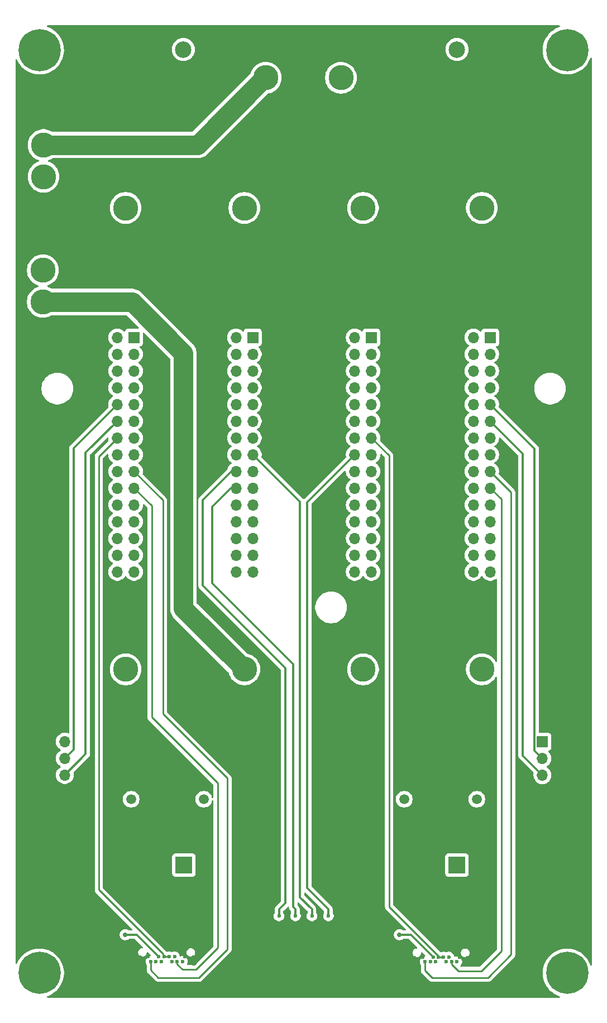
<source format=gbr>
%TF.GenerationSoftware,KiCad,Pcbnew,9.0.0*%
%TF.CreationDate,2025-05-06T23:45:37+04:00*%
%TF.ProjectId,Ebay,45626179-2e6b-4696-9361-645f70636258,rev?*%
%TF.SameCoordinates,Original*%
%TF.FileFunction,Copper,L2,Bot*%
%TF.FilePolarity,Positive*%
%FSLAX46Y46*%
G04 Gerber Fmt 4.6, Leading zero omitted, Abs format (unit mm)*
G04 Created by KiCad (PCBNEW 9.0.0) date 2025-05-06 23:45:37*
%MOMM*%
%LPD*%
G01*
G04 APERTURE LIST*
%TA.AperFunction,ComponentPad*%
%ADD10O,1.700000X1.700000*%
%TD*%
%TA.AperFunction,ComponentPad*%
%ADD11R,1.700000X1.700000*%
%TD*%
%TA.AperFunction,ComponentPad*%
%ADD12C,3.800000*%
%TD*%
%TA.AperFunction,ComponentPad*%
%ADD13C,0.800000*%
%TD*%
%TA.AperFunction,ComponentPad*%
%ADD14C,6.400000*%
%TD*%
%TA.AperFunction,ComponentPad*%
%ADD15C,1.508000*%
%TD*%
%TA.AperFunction,ComponentPad*%
%ADD16R,2.550000X2.550000*%
%TD*%
%TA.AperFunction,ComponentPad*%
%ADD17C,2.550000*%
%TD*%
%TA.AperFunction,ComponentPad*%
%ADD18C,0.600000*%
%TD*%
%TA.AperFunction,ComponentPad*%
%ADD19O,1.000000X1.600000*%
%TD*%
%TA.AperFunction,ComponentPad*%
%ADD20C,1.800000*%
%TD*%
%TA.AperFunction,ComponentPad*%
%ADD21C,2.500000*%
%TD*%
%TA.AperFunction,ViaPad*%
%ADD22C,0.700000*%
%TD*%
%TA.AperFunction,ViaPad*%
%ADD23C,0.600000*%
%TD*%
%TA.AperFunction,Conductor*%
%ADD24C,0.300000*%
%TD*%
%TA.AperFunction,Conductor*%
%ADD25C,3.000000*%
%TD*%
%TA.AperFunction,Conductor*%
%ADD26C,0.250000*%
%TD*%
G04 APERTURE END LIST*
D10*
%TO.P,J12,4,Pin_4*%
%TO.N,5V*%
X67830000Y-140698000D03*
%TO.P,J12,3,Pin_3*%
%TO.N,UART_TX_2*%
X67830000Y-143238000D03*
%TO.P,J12,2,Pin_2*%
%TO.N,UART_RX_2*%
X67830000Y-145778000D03*
D11*
%TO.P,J12,1,Pin_1*%
%TO.N,GND*%
X67830000Y-148318000D03*
%TD*%
D12*
%TO.P,U10,1,-*%
%TO.N,GND*%
X98300000Y-35200152D03*
%TO.P,U10,2,+*%
%TO.N,VBAT*%
X98300000Y-40000000D03*
%TD*%
%TO.P,U11,1,-*%
%TO.N,GND*%
X109700000Y-35200152D03*
%TO.P,U11,2,+*%
%TO.N,VBAT*%
X109700000Y-40000000D03*
%TD*%
D13*
%TO.P,H2,1*%
%TO.N,N/C*%
X146402944Y-35802944D03*
X145700000Y-37500000D03*
X145700000Y-34105888D03*
X144002944Y-38202944D03*
D14*
X144002944Y-35802944D03*
D13*
X144002944Y-33402944D03*
X142305888Y-37500000D03*
X142305888Y-34105888D03*
X141602944Y-35802944D03*
%TD*%
%TO.P,H4,1*%
%TO.N,N/C*%
X146402944Y-175802945D03*
X145700000Y-177500001D03*
X145700000Y-174105889D03*
X144002944Y-178202945D03*
D14*
X144002944Y-175802945D03*
D13*
X144002944Y-173402945D03*
X142305888Y-177500001D03*
X142305888Y-174105889D03*
X141602944Y-175802945D03*
%TD*%
%TO.P,H3,1*%
%TO.N,N/C*%
X66402944Y-175802945D03*
X65700000Y-177500001D03*
X65700000Y-174105889D03*
X64002944Y-178202945D03*
D14*
X64002944Y-175802945D03*
D13*
X64002944Y-173402945D03*
X62305888Y-177500001D03*
X62305888Y-174105889D03*
X61602944Y-175802945D03*
%TD*%
%TO.P,H1,1*%
%TO.N,N/C*%
X66402944Y-35802944D03*
X65700000Y-37500000D03*
X65700000Y-34105888D03*
X64002944Y-38202944D03*
D14*
X64002944Y-35802944D03*
D13*
X64002944Y-33402944D03*
X62305888Y-37500000D03*
X62305888Y-34105888D03*
X61602944Y-35802944D03*
%TD*%
D15*
%TO.P,J5,S2*%
%TO.N,N/C*%
X130300000Y-149443000D03*
%TO.P,J5,S1*%
X119300000Y-149443000D03*
D16*
%TO.P,J5,P,P*%
%TO.N,5V*%
X127300000Y-159443000D03*
D17*
%TO.P,J5,N,N*%
%TO.N,GND*%
X122300000Y-159443000D03*
%TD*%
D15*
%TO.P,J6,S2*%
%TO.N,N/C*%
X88900000Y-149443000D03*
%TO.P,J6,S1*%
X77900000Y-149443000D03*
D16*
%TO.P,J6,P,P*%
%TO.N,V_OUT*%
X85900000Y-159443000D03*
D17*
%TO.P,J6,N,N*%
%TO.N,GND*%
X80900000Y-159443000D03*
%TD*%
D10*
%TO.P,J10,4,Pin_4*%
%TO.N,GND*%
X140250000Y-148343000D03*
%TO.P,J10,3,Pin_3*%
%TO.N,UART_RX_1*%
X140250000Y-145803000D03*
%TO.P,J10,2,Pin_2*%
%TO.N,UART_TX_1*%
X140250000Y-143263000D03*
D11*
%TO.P,J10,1,Pin_1*%
%TO.N,5V*%
X140250000Y-140723000D03*
%TD*%
D12*
%TO.P,U12,1,-*%
%TO.N,VIN*%
X64600000Y-54999924D03*
%TO.P,U12,2,+*%
%TO.N,VBAT*%
X64600000Y-50200076D03*
%TD*%
%TO.P,U13,1,-*%
%TO.N,V_SERV*%
X64500000Y-73999848D03*
%TO.P,U13,2,+*%
%TO.N,V_OUT*%
X64500000Y-69200000D03*
%TD*%
D11*
%TO.P,H6,1,1*%
%TO.N,PYRO_A_1*%
X96325000Y-79393000D03*
D10*
%TO.P,H6,2,2*%
%TO.N,PYRO_B_1*%
X93785000Y-79393000D03*
%TO.P,H6,3,3*%
%TO.N,PYRO_A_2*%
X96325000Y-81933000D03*
%TO.P,H6,4,4*%
%TO.N,PYRO_B_2*%
X93785000Y-81933000D03*
%TO.P,H6,5,5*%
%TO.N,PYRO_A_3*%
X96325000Y-84473000D03*
%TO.P,H6,6,6*%
%TO.N,PYRO_B_3*%
X93785000Y-84473000D03*
%TO.P,H6,7,7*%
%TO.N,PYRO_A_4*%
X96325000Y-87013000D03*
%TO.P,H6,8,8*%
%TO.N,PYRO_B_4*%
X93785000Y-87013000D03*
%TO.P,H6,9,9*%
%TO.N,UART_TX_1*%
X96325000Y-89553000D03*
%TO.P,H6,10,10*%
%TO.N,UART_TX_2*%
X93785000Y-89553000D03*
%TO.P,H6,11,11*%
%TO.N,UART_RX_1*%
X96325000Y-92093000D03*
%TO.P,H6,12,12*%
%TO.N,UART_RX_2*%
X93785000Y-92093000D03*
%TO.P,H6,13,13*%
%TO.N,H_PWM*%
X96325000Y-94633000D03*
%TO.P,H6,14,14*%
X93785000Y-94633000D03*
%TO.P,H6,15,15*%
%TO.N,P_PWM1*%
X96325000Y-97173000D03*
%TO.P,H6,16,16*%
%TO.N,P_PWM2*%
X93785000Y-97173000D03*
%TO.P,H6,17,17*%
%TO.N,H_I2C_SDA*%
X96325000Y-99713000D03*
%TO.P,H6,18,18*%
%TO.N,P_I2C_SDA*%
X93785000Y-99713000D03*
%TO.P,H6,19,19*%
%TO.N,H_I2C_SCL*%
X96325000Y-102253000D03*
%TO.P,H6,20,20*%
%TO.N,P_I2C_SCL*%
X93785000Y-102253000D03*
%TO.P,H6,21,21*%
%TO.N,unconnected-(H6-Pad21)*%
X96325000Y-104793000D03*
%TO.P,H6,22,22*%
%TO.N,unconnected-(H6-Pad22)*%
X93785000Y-104793000D03*
%TO.P,H6,23,23*%
%TO.N,unconnected-(H6-Pad23)*%
X96325000Y-107333000D03*
%TO.P,H6,24,24*%
%TO.N,unconnected-(H6-Pad24)*%
X93785000Y-107333000D03*
%TO.P,H6,25,25*%
%TO.N,unconnected-(H6-Pad25)*%
X96325000Y-109873000D03*
%TO.P,H6,26,26*%
%TO.N,unconnected-(H6-Pad26)*%
X93785000Y-109873000D03*
%TO.P,H6,27,27*%
%TO.N,unconnected-(H6-Pad27)*%
X96325000Y-112413000D03*
%TO.P,H6,28,28*%
%TO.N,unconnected-(H6-Pad28)*%
X93785000Y-112413000D03*
%TO.P,H6,29,29*%
%TO.N,unconnected-(H6-Pad29)*%
X96325000Y-114953000D03*
%TO.P,H6,30,30*%
%TO.N,unconnected-(H6-Pad30)*%
X93785000Y-114953000D03*
%TD*%
D11*
%TO.P,H8,1,1*%
%TO.N,PYRO_A_1*%
X132325000Y-79393000D03*
D10*
%TO.P,H8,2,2*%
%TO.N,PYRO_B_1*%
X129785000Y-79393000D03*
%TO.P,H8,3,3*%
%TO.N,PYRO_A_2*%
X132325000Y-81933000D03*
%TO.P,H8,4,4*%
%TO.N,PYRO_B_2*%
X129785000Y-81933000D03*
%TO.P,H8,5,5*%
%TO.N,PYRO_A_3*%
X132325000Y-84473000D03*
%TO.P,H8,6,6*%
%TO.N,PYRO_B_3*%
X129785000Y-84473000D03*
%TO.P,H8,7,7*%
%TO.N,PYRO_A_4*%
X132325000Y-87013000D03*
%TO.P,H8,8,8*%
%TO.N,PYRO_B_4*%
X129785000Y-87013000D03*
%TO.P,H8,9,9*%
%TO.N,UART_TX_1*%
X132325000Y-89553000D03*
%TO.P,H8,10,10*%
%TO.N,UART_TX_2*%
X129785000Y-89553000D03*
%TO.P,H8,11,11*%
%TO.N,UART_RX_1*%
X132325000Y-92093000D03*
%TO.P,H8,12,12*%
%TO.N,UART_RX_2*%
X129785000Y-92093000D03*
%TO.P,H8,13,13*%
%TO.N,H_PWM*%
X132325000Y-94633000D03*
%TO.P,H8,14,14*%
X129785000Y-94633000D03*
%TO.P,H8,15,15*%
%TO.N,P_PWM1*%
X132325000Y-97173000D03*
%TO.P,H8,16,16*%
%TO.N,P_PWM2*%
X129785000Y-97173000D03*
%TO.P,H8,17,17*%
%TO.N,H_I2C_SDA*%
X132325000Y-99713000D03*
%TO.P,H8,18,18*%
%TO.N,P_I2C_SDA*%
X129785000Y-99713000D03*
%TO.P,H8,19,19*%
%TO.N,H_I2C_SCL*%
X132325000Y-102253000D03*
%TO.P,H8,20,20*%
%TO.N,P_I2C_SCL*%
X129785000Y-102253000D03*
%TO.P,H8,21,21*%
%TO.N,unconnected-(H8-Pad21)*%
X132325000Y-104793000D03*
%TO.P,H8,22,22*%
%TO.N,unconnected-(H8-Pad22)*%
X129785000Y-104793000D03*
%TO.P,H8,23,23*%
%TO.N,unconnected-(H8-Pad23)*%
X132325000Y-107333000D03*
%TO.P,H8,24,24*%
%TO.N,unconnected-(H8-Pad24)*%
X129785000Y-107333000D03*
%TO.P,H8,25,25*%
%TO.N,unconnected-(H8-Pad25)*%
X132325000Y-109873000D03*
%TO.P,H8,26,26*%
%TO.N,unconnected-(H8-Pad26)*%
X129785000Y-109873000D03*
%TO.P,H8,27,27*%
%TO.N,unconnected-(H8-Pad27)*%
X132325000Y-112413000D03*
%TO.P,H8,28,28*%
%TO.N,unconnected-(H8-Pad28)*%
X129785000Y-112413000D03*
%TO.P,H8,29,29*%
%TO.N,unconnected-(H8-Pad29)*%
X132325000Y-114953000D03*
%TO.P,H8,30,30*%
%TO.N,unconnected-(H8-Pad30)*%
X129785000Y-114953000D03*
%TD*%
D11*
%TO.P,H5,1,1*%
%TO.N,PYRO_A_1*%
X78325000Y-79393000D03*
D10*
%TO.P,H5,2,2*%
%TO.N,PYRO_B_1*%
X75785000Y-79393000D03*
%TO.P,H5,3,3*%
%TO.N,PYRO_A_2*%
X78325000Y-81933000D03*
%TO.P,H5,4,4*%
%TO.N,PYRO_B_2*%
X75785000Y-81933000D03*
%TO.P,H5,5,5*%
%TO.N,PYRO_A_3*%
X78325000Y-84473000D03*
%TO.P,H5,6,6*%
%TO.N,PYRO_B_3*%
X75785000Y-84473000D03*
%TO.P,H5,7,7*%
%TO.N,PYRO_A_4*%
X78325000Y-87013000D03*
%TO.P,H5,8,8*%
%TO.N,PYRO_B_4*%
X75785000Y-87013000D03*
%TO.P,H5,9,9*%
%TO.N,UART_TX_1*%
X78325000Y-89553000D03*
%TO.P,H5,10,10*%
%TO.N,UART_TX_2*%
X75785000Y-89553000D03*
%TO.P,H5,11,11*%
%TO.N,UART_RX_1*%
X78325000Y-92093000D03*
%TO.P,H5,12,12*%
%TO.N,UART_RX_2*%
X75785000Y-92093000D03*
%TO.P,H5,13,13*%
%TO.N,H_PWM*%
X78325000Y-94633000D03*
%TO.P,H5,14,14*%
X75785000Y-94633000D03*
%TO.P,H5,15,15*%
%TO.N,P_PWM1*%
X78325000Y-97173000D03*
%TO.P,H5,16,16*%
%TO.N,P_PWM2*%
X75785000Y-97173000D03*
%TO.P,H5,17,17*%
%TO.N,H_I2C_SDA*%
X78325000Y-99713000D03*
%TO.P,H5,18,18*%
%TO.N,P_I2C_SDA*%
X75785000Y-99713000D03*
%TO.P,H5,19,19*%
%TO.N,H_I2C_SCL*%
X78325000Y-102253000D03*
%TO.P,H5,20,20*%
%TO.N,P_I2C_SCL*%
X75785000Y-102253000D03*
%TO.P,H5,21,21*%
%TO.N,unconnected-(H5-Pad21)*%
X78325000Y-104793000D03*
%TO.P,H5,22,22*%
%TO.N,unconnected-(H5-Pad22)*%
X75785000Y-104793000D03*
%TO.P,H5,23,23*%
%TO.N,unconnected-(H5-Pad23)*%
X78325000Y-107333000D03*
%TO.P,H5,24,24*%
%TO.N,unconnected-(H5-Pad24)*%
X75785000Y-107333000D03*
%TO.P,H5,25,25*%
%TO.N,unconnected-(H5-Pad25)*%
X78325000Y-109873000D03*
%TO.P,H5,26,26*%
%TO.N,unconnected-(H5-Pad26)*%
X75785000Y-109873000D03*
%TO.P,H5,27,27*%
%TO.N,unconnected-(H5-Pad27)*%
X78325000Y-112413000D03*
%TO.P,H5,28,28*%
%TO.N,unconnected-(H5-Pad28)*%
X75785000Y-112413000D03*
%TO.P,H5,29,29*%
%TO.N,unconnected-(H5-Pad29)*%
X78325000Y-114953000D03*
%TO.P,H5,30,30*%
%TO.N,unconnected-(H5-Pad30)*%
X75785000Y-114953000D03*
%TD*%
D11*
%TO.P,H7,1,1*%
%TO.N,PYRO_A_1*%
X114325000Y-79393000D03*
D10*
%TO.P,H7,2,2*%
%TO.N,PYRO_B_1*%
X111785000Y-79393000D03*
%TO.P,H7,3,3*%
%TO.N,PYRO_A_2*%
X114325000Y-81933000D03*
%TO.P,H7,4,4*%
%TO.N,PYRO_B_2*%
X111785000Y-81933000D03*
%TO.P,H7,5,5*%
%TO.N,PYRO_A_3*%
X114325000Y-84473000D03*
%TO.P,H7,6,6*%
%TO.N,PYRO_B_3*%
X111785000Y-84473000D03*
%TO.P,H7,7,7*%
%TO.N,PYRO_A_4*%
X114325000Y-87013000D03*
%TO.P,H7,8,8*%
%TO.N,PYRO_B_4*%
X111785000Y-87013000D03*
%TO.P,H7,9,9*%
%TO.N,UART_TX_1*%
X114325000Y-89553000D03*
%TO.P,H7,10,10*%
%TO.N,UART_TX_2*%
X111785000Y-89553000D03*
%TO.P,H7,11,11*%
%TO.N,UART_RX_1*%
X114325000Y-92093000D03*
%TO.P,H7,12,12*%
%TO.N,UART_RX_2*%
X111785000Y-92093000D03*
%TO.P,H7,13,13*%
%TO.N,H_PWM*%
X114325000Y-94633000D03*
%TO.P,H7,14,14*%
X111785000Y-94633000D03*
%TO.P,H7,15,15*%
%TO.N,P_PWM1*%
X114325000Y-97173000D03*
%TO.P,H7,16,16*%
%TO.N,P_PWM2*%
X111785000Y-97173000D03*
%TO.P,H7,17,17*%
%TO.N,H_I2C_SDA*%
X114325000Y-99713000D03*
%TO.P,H7,18,18*%
%TO.N,P_I2C_SDA*%
X111785000Y-99713000D03*
%TO.P,H7,19,19*%
%TO.N,H_I2C_SCL*%
X114325000Y-102253000D03*
%TO.P,H7,20,20*%
%TO.N,P_I2C_SCL*%
X111785000Y-102253000D03*
%TO.P,H7,21,21*%
%TO.N,unconnected-(H7-Pad21)*%
X114325000Y-104793000D03*
%TO.P,H7,22,22*%
%TO.N,unconnected-(H7-Pad22)*%
X111785000Y-104793000D03*
%TO.P,H7,23,23*%
%TO.N,unconnected-(H7-Pad23)*%
X114325000Y-107333000D03*
%TO.P,H7,24,24*%
%TO.N,unconnected-(H7-Pad24)*%
X111785000Y-107333000D03*
%TO.P,H7,25,25*%
%TO.N,unconnected-(H7-Pad25)*%
X114325000Y-109873000D03*
%TO.P,H7,26,26*%
%TO.N,unconnected-(H7-Pad26)*%
X111785000Y-109873000D03*
%TO.P,H7,27,27*%
%TO.N,unconnected-(H7-Pad27)*%
X114325000Y-112413000D03*
%TO.P,H7,28,28*%
%TO.N,unconnected-(H7-Pad28)*%
X111785000Y-112413000D03*
%TO.P,H7,29,29*%
%TO.N,unconnected-(H7-Pad29)*%
X114325000Y-114953000D03*
%TO.P,H7,30,30*%
%TO.N,unconnected-(H7-Pad30)*%
X111785000Y-114953000D03*
%TD*%
D12*
%TO.P,U9,1,-*%
%TO.N,GND*%
X131055000Y-134542924D03*
%TO.P,U9,2,+*%
%TO.N,V_SERV*%
X131055000Y-129743076D03*
%TD*%
%TO.P,U7,1,-*%
%TO.N,GND*%
X113055000Y-134542924D03*
%TO.P,U7,2,+*%
%TO.N,V_SERV*%
X113055000Y-129743076D03*
%TD*%
%TO.P,U3,1,-*%
%TO.N,GND*%
X77055000Y-134542924D03*
%TO.P,U3,2,+*%
%TO.N,V_SERV*%
X77055000Y-129743076D03*
%TD*%
%TO.P,U5,1,-*%
%TO.N,GND*%
X95055000Y-134542924D03*
%TO.P,U5,2,+*%
%TO.N,V_SERV*%
X95055000Y-129743076D03*
%TD*%
D18*
%TO.P,U1,B12,GND*%
%TO.N,GND*%
X122070104Y-173393495D03*
%TO.P,U1,B11,RX1+*%
%TO.N,H_I2C_SDA*%
X122470155Y-174093521D03*
%TO.P,U1,B10,RX1-*%
%TO.N,H_I2C_SCL*%
X123270257Y-174093521D03*
%TO.P,U1,B9,VBUS*%
%TO.N,V_SERV*%
X123670308Y-173393495D03*
%TO.P,U1,B8,SBU2*%
X124070104Y-174093521D03*
%TO.P,U1,B7,D-*%
%TO.N,H_PWM*%
X124470155Y-173393495D03*
%TO.P,U1,B6,D+*%
X125270257Y-173393495D03*
%TO.P,U1,B5,CC2*%
%TO.N,V_SERV*%
X125670308Y-174093521D03*
%TO.P,U1,B4,VBUS*%
X126070104Y-173393495D03*
%TO.P,U1,B3,TX2-*%
%TO.N,H_I2C_SCL*%
X126470409Y-174093521D03*
%TO.P,U1,B2,TX2+*%
%TO.N,H_I2C_SDA*%
X127270257Y-174093521D03*
%TO.P,U1,B1,GND*%
%TO.N,GND*%
X127670054Y-173393495D03*
D19*
%TO.P,U1,25,EH*%
X129360173Y-178383589D03*
X129000000Y-173993445D03*
X120740158Y-173993445D03*
X120379985Y-178383589D03*
%TD*%
D18*
%TO.P,U15,B12,GND*%
%TO.N,GND*%
X80470104Y-173343050D03*
%TO.P,U15,B11,RX1+*%
%TO.N,H_I2C_SDA*%
X80870155Y-174043076D03*
%TO.P,U15,B10,RX1-*%
%TO.N,H_I2C_SCL*%
X81670257Y-174043076D03*
%TO.P,U15,B9,VBUS*%
%TO.N,V_SERV*%
X82070308Y-173343050D03*
%TO.P,U15,B8,SBU2*%
X82470104Y-174043076D03*
%TO.P,U15,B7,D-*%
%TO.N,H_PWM*%
X82870155Y-173343050D03*
%TO.P,U15,B6,D+*%
X83670257Y-173343050D03*
%TO.P,U15,B5,CC2*%
%TO.N,V_SERV*%
X84070308Y-174043076D03*
%TO.P,U15,B4,VBUS*%
X84470104Y-173343050D03*
%TO.P,U15,B3,TX2-*%
%TO.N,H_I2C_SCL*%
X84870409Y-174043076D03*
%TO.P,U15,B2,TX2+*%
%TO.N,H_I2C_SDA*%
X85670257Y-174043076D03*
%TO.P,U15,B1,GND*%
%TO.N,GND*%
X86070054Y-173343050D03*
D19*
%TO.P,U15,25,EH*%
X87760173Y-178333144D03*
X87400000Y-173943000D03*
X79140158Y-173943000D03*
X78779985Y-178333144D03*
%TD*%
D20*
%TO.P,U14,4,4*%
%TO.N,GND*%
X88800013Y-40711449D03*
%TO.P,U14,3,3*%
X77800013Y-40711449D03*
D21*
%TO.P,U14,2,2*%
X80800013Y-35711449D03*
%TO.P,U14,1,1*%
%TO.N,VIN*%
X85800013Y-35711449D03*
%TD*%
D20*
%TO.P,U17,4,4*%
%TO.N,GND*%
X130300000Y-40700000D03*
%TO.P,U17,3,3*%
X119300000Y-40700000D03*
D21*
%TO.P,U17,2,2*%
X122300000Y-35700000D03*
%TO.P,U17,1,1*%
%TO.N,VIN*%
X127300000Y-35700000D03*
%TD*%
D12*
%TO.P,U6,2,+*%
%TO.N,5V*%
X113055000Y-59743076D03*
%TO.P,U6,1,-*%
%TO.N,GND*%
X113055000Y-64542924D03*
%TD*%
%TO.P,U4,2,+*%
%TO.N,5V*%
X95055000Y-59743076D03*
%TO.P,U4,1,-*%
%TO.N,GND*%
X95055000Y-64542924D03*
%TD*%
%TO.P,U8,2,+*%
%TO.N,5V*%
X131055000Y-59743076D03*
%TO.P,U8,1,-*%
%TO.N,GND*%
X131055000Y-64542924D03*
%TD*%
%TO.P,U2,2,+*%
%TO.N,5V*%
X77055000Y-59743076D03*
%TO.P,U2,1,-*%
%TO.N,GND*%
X77055000Y-64542924D03*
%TD*%
D22*
%TO.N,V_SERV*%
X118572742Y-170000000D03*
X77000000Y-170000000D03*
D23*
%TO.N,P_PWM2*%
X107800000Y-167143000D03*
%TO.N,P_I2C_SDA*%
X100300000Y-167143000D03*
%TO.N,P_I2C_SCL*%
X102800000Y-167143000D03*
%TO.N,P_PWM1*%
X105300000Y-167143000D03*
%TD*%
D24*
%TO.N,P_PWM2*%
X111785000Y-97173000D02*
X104586015Y-104371985D01*
X107800000Y-166143000D02*
X107800000Y-167143000D01*
X104586015Y-104371985D02*
X104586015Y-162929015D01*
X104586015Y-162929015D02*
X107800000Y-166143000D01*
%TO.N,P_I2C_SCL*%
X102800000Y-167143000D02*
X102800000Y-166143000D01*
X102470351Y-165813351D02*
X102470351Y-128970351D01*
X102470351Y-128970351D02*
X90200000Y-116700000D01*
X102800000Y-166143000D02*
X102470351Y-165813351D01*
X90200000Y-116700000D02*
X90200000Y-105050000D01*
X90200000Y-105050000D02*
X92997000Y-102253000D01*
X92997000Y-102253000D02*
X93785000Y-102253000D01*
%TO.N,P_I2C_SDA*%
X100300000Y-167143000D02*
X100300000Y-166143000D01*
X100300000Y-166143000D02*
X101250000Y-165193000D01*
X101250000Y-165193000D02*
X101250000Y-129550000D01*
X88750000Y-104030628D02*
X93067628Y-99713000D01*
X101250000Y-129550000D02*
X88750000Y-117050000D01*
X88750000Y-117050000D02*
X88750000Y-104030628D01*
X93067628Y-99713000D02*
X93785000Y-99713000D01*
%TO.N,P_PWM1*%
X105300000Y-166143000D02*
X105300000Y-167143000D01*
D25*
%TO.N,VBAT*%
X64600000Y-50200076D02*
X87949924Y-50200076D01*
X87949924Y-50200076D02*
X98150000Y-40000000D01*
X98150000Y-40000000D02*
X98300000Y-40000000D01*
D26*
%TO.N,H_I2C_SCL*%
X84870409Y-174043076D02*
X84870409Y-174467340D01*
X81000000Y-137000000D02*
X81000000Y-104928000D01*
X84870409Y-174467340D02*
X85653069Y-175250000D01*
X85653069Y-175250000D02*
X87750000Y-175250000D01*
X87750000Y-175250000D02*
X91000000Y-172000000D01*
X81000000Y-104928000D02*
X78325000Y-102253000D01*
X91000000Y-172000000D02*
X91000000Y-147000000D01*
X91000000Y-147000000D02*
X81000000Y-137000000D01*
%TO.N,H_I2C_SDA*%
X80870155Y-174043076D02*
X80870155Y-175370155D01*
X82700000Y-104088000D02*
X78325000Y-99713000D01*
X80870155Y-175370155D02*
X82000000Y-176500000D01*
X82000000Y-176500000D02*
X88180287Y-176500000D01*
X88180287Y-176500000D02*
X92500000Y-172180287D01*
X92500000Y-172180287D02*
X92500000Y-146250000D01*
X92500000Y-146250000D02*
X82700000Y-136450000D01*
X82700000Y-136450000D02*
X82700000Y-104088000D01*
D25*
%TO.N,V_SERV*%
X64500000Y-73999848D02*
X78033848Y-73999848D01*
X85800000Y-120488076D02*
X95055000Y-129743076D01*
X78033848Y-73999848D02*
X85800000Y-81766000D01*
X85800000Y-81766000D02*
X85800000Y-120488076D01*
D24*
X123643050Y-173343050D02*
X120300000Y-170000000D01*
X120300000Y-170000000D02*
X118572742Y-170000000D01*
X78727258Y-170000000D02*
X77000000Y-170000000D01*
X82070308Y-173343050D02*
X78727258Y-170000000D01*
%TO.N,UART_RX_1*%
X140250000Y-145803000D02*
X137250000Y-142803000D01*
X137250000Y-142803000D02*
X137250000Y-97018000D01*
X137250000Y-97018000D02*
X132325000Y-92093000D01*
%TO.N,UART_TX_1*%
X140250000Y-143263000D02*
X139049000Y-142062000D01*
X139049000Y-142062000D02*
X139049000Y-96277000D01*
X139049000Y-96277000D02*
X132325000Y-89553000D01*
D26*
%TO.N,H_PWM*%
X125270257Y-173393495D02*
X124643495Y-173393495D01*
X124643495Y-173393495D02*
X117000000Y-165750000D01*
X117000000Y-165750000D02*
X117000000Y-97308000D01*
X117000000Y-97308000D02*
X114325000Y-94633000D01*
%TO.N,H_I2C_SDA*%
X122470155Y-174093521D02*
X122470155Y-175470155D01*
X123500000Y-176500000D02*
X132000000Y-176500000D01*
X132000000Y-176500000D02*
X135500000Y-173000000D01*
X135500000Y-173000000D02*
X135500000Y-102888000D01*
X122470155Y-175470155D02*
X123500000Y-176500000D01*
X135500000Y-102888000D02*
X132325000Y-99713000D01*
%TO.N,H_I2C_SCL*%
X126470409Y-174093521D02*
X126470409Y-174470409D01*
X131000000Y-175500000D02*
X134000000Y-172500000D01*
X127500000Y-175500000D02*
X131000000Y-175500000D01*
X134000000Y-172500000D02*
X134000000Y-103928000D01*
X126470409Y-174470409D02*
X127500000Y-175500000D01*
X134000000Y-103928000D02*
X132325000Y-102253000D01*
X123270257Y-174093521D02*
X123270257Y-174178972D01*
D24*
%TO.N,UART_TX_2*%
X69169000Y-141899000D02*
X67830000Y-143238000D01*
X69169000Y-96169000D02*
X69169000Y-141899000D01*
%TO.N,UART_RX_2*%
X71000000Y-96878000D02*
X71000000Y-142608000D01*
X71000000Y-142608000D02*
X67830000Y-145778000D01*
X75785000Y-92093000D02*
X71000000Y-96878000D01*
%TO.N,UART_TX_2*%
X75785000Y-89553000D02*
X69169000Y-96169000D01*
D26*
%TO.N,H_PWM*%
X82870155Y-173343050D02*
X82696308Y-173169203D01*
X82696308Y-173169203D02*
X82696308Y-172890030D01*
X82696308Y-172890030D02*
X73000000Y-163193722D01*
X73000000Y-163193722D02*
X73000000Y-97418000D01*
X73000000Y-97418000D02*
X75785000Y-94633000D01*
X83670257Y-173343050D02*
X82870155Y-173343050D01*
D24*
%TO.N,P_PWM1*%
X105300000Y-166143000D02*
X103500000Y-164343000D01*
X103500000Y-164343000D02*
X103500000Y-104348000D01*
X103500000Y-104348000D02*
X96325000Y-97173000D01*
%TD*%
%TA.AperFunction,Conductor*%
%TO.N,GND*%
G36*
X74353834Y-97051269D02*
G01*
X74409767Y-97093141D01*
X74434184Y-97158605D01*
X74434500Y-97167451D01*
X74434500Y-97279287D01*
X74467754Y-97489243D01*
X74528789Y-97677090D01*
X74533444Y-97691414D01*
X74629951Y-97880820D01*
X74754890Y-98052786D01*
X74905213Y-98203109D01*
X75077182Y-98328050D01*
X75085946Y-98332516D01*
X75136742Y-98380491D01*
X75153536Y-98448312D01*
X75130998Y-98514447D01*
X75085946Y-98553484D01*
X75077182Y-98557949D01*
X74905213Y-98682890D01*
X74754890Y-98833213D01*
X74629951Y-99005179D01*
X74533444Y-99194585D01*
X74467753Y-99396760D01*
X74434500Y-99606713D01*
X74434500Y-99819287D01*
X74467754Y-100029243D01*
X74513761Y-100170838D01*
X74533444Y-100231414D01*
X74629951Y-100420820D01*
X74754890Y-100592786D01*
X74905213Y-100743109D01*
X75077182Y-100868050D01*
X75085946Y-100872516D01*
X75136742Y-100920491D01*
X75153536Y-100988312D01*
X75130998Y-101054447D01*
X75085946Y-101093484D01*
X75077182Y-101097949D01*
X74905213Y-101222890D01*
X74754890Y-101373213D01*
X74629951Y-101545179D01*
X74533444Y-101734585D01*
X74467753Y-101936760D01*
X74434500Y-102146713D01*
X74434500Y-102359286D01*
X74462379Y-102535310D01*
X74467754Y-102569243D01*
X74513761Y-102710838D01*
X74533444Y-102771414D01*
X74629951Y-102960820D01*
X74754890Y-103132786D01*
X74905213Y-103283109D01*
X75077182Y-103408050D01*
X75085946Y-103412516D01*
X75136742Y-103460491D01*
X75153536Y-103528312D01*
X75130998Y-103594447D01*
X75085946Y-103633484D01*
X75077182Y-103637949D01*
X74905213Y-103762890D01*
X74754890Y-103913213D01*
X74629951Y-104085179D01*
X74533444Y-104274585D01*
X74467753Y-104476760D01*
X74459437Y-104529267D01*
X74434500Y-104686713D01*
X74434500Y-104899287D01*
X74467754Y-105109243D01*
X74501172Y-105212094D01*
X74533444Y-105311414D01*
X74629951Y-105500820D01*
X74754890Y-105672786D01*
X74905213Y-105823109D01*
X75077182Y-105948050D01*
X75085946Y-105952516D01*
X75136742Y-106000491D01*
X75153536Y-106068312D01*
X75130998Y-106134447D01*
X75085946Y-106173484D01*
X75077182Y-106177949D01*
X74905213Y-106302890D01*
X74754890Y-106453213D01*
X74629951Y-106625179D01*
X74533444Y-106814585D01*
X74467753Y-107016760D01*
X74434500Y-107226713D01*
X74434500Y-107439286D01*
X74467753Y-107649239D01*
X74533444Y-107851414D01*
X74629951Y-108040820D01*
X74754890Y-108212786D01*
X74905213Y-108363109D01*
X75077182Y-108488050D01*
X75085946Y-108492516D01*
X75136742Y-108540491D01*
X75153536Y-108608312D01*
X75130998Y-108674447D01*
X75085946Y-108713484D01*
X75077182Y-108717949D01*
X74905213Y-108842890D01*
X74754890Y-108993213D01*
X74629951Y-109165179D01*
X74533444Y-109354585D01*
X74467753Y-109556760D01*
X74434500Y-109766713D01*
X74434500Y-109979286D01*
X74467753Y-110189239D01*
X74533444Y-110391414D01*
X74629951Y-110580820D01*
X74754890Y-110752786D01*
X74905213Y-110903109D01*
X75077182Y-111028050D01*
X75085946Y-111032516D01*
X75136742Y-111080491D01*
X75153536Y-111148312D01*
X75130998Y-111214447D01*
X75085946Y-111253484D01*
X75077182Y-111257949D01*
X74905213Y-111382890D01*
X74754890Y-111533213D01*
X74629951Y-111705179D01*
X74533444Y-111894585D01*
X74467753Y-112096760D01*
X74434500Y-112306713D01*
X74434500Y-112519286D01*
X74467753Y-112729239D01*
X74533444Y-112931414D01*
X74629951Y-113120820D01*
X74754890Y-113292786D01*
X74905213Y-113443109D01*
X75077182Y-113568050D01*
X75085946Y-113572516D01*
X75136742Y-113620491D01*
X75153536Y-113688312D01*
X75130998Y-113754447D01*
X75085946Y-113793484D01*
X75077182Y-113797949D01*
X74905213Y-113922890D01*
X74754890Y-114073213D01*
X74629951Y-114245179D01*
X74533444Y-114434585D01*
X74467753Y-114636760D01*
X74434500Y-114846713D01*
X74434500Y-115059286D01*
X74467753Y-115269239D01*
X74533444Y-115471414D01*
X74629951Y-115660820D01*
X74754890Y-115832786D01*
X74905213Y-115983109D01*
X75077179Y-116108048D01*
X75077181Y-116108049D01*
X75077184Y-116108051D01*
X75266588Y-116204557D01*
X75468757Y-116270246D01*
X75678713Y-116303500D01*
X75678714Y-116303500D01*
X75891286Y-116303500D01*
X75891287Y-116303500D01*
X76101243Y-116270246D01*
X76303412Y-116204557D01*
X76492816Y-116108051D01*
X76514789Y-116092086D01*
X76664786Y-115983109D01*
X76664788Y-115983106D01*
X76664792Y-115983104D01*
X76815104Y-115832792D01*
X76815106Y-115832788D01*
X76815109Y-115832786D01*
X76940048Y-115660820D01*
X76940047Y-115660820D01*
X76940051Y-115660816D01*
X76944514Y-115652054D01*
X76992488Y-115601259D01*
X77060308Y-115584463D01*
X77126444Y-115606999D01*
X77165486Y-115652056D01*
X77169951Y-115660820D01*
X77294890Y-115832786D01*
X77445213Y-115983109D01*
X77617179Y-116108048D01*
X77617181Y-116108049D01*
X77617184Y-116108051D01*
X77806588Y-116204557D01*
X78008757Y-116270246D01*
X78218713Y-116303500D01*
X78218714Y-116303500D01*
X78431286Y-116303500D01*
X78431287Y-116303500D01*
X78641243Y-116270246D01*
X78843412Y-116204557D01*
X79032816Y-116108051D01*
X79054789Y-116092086D01*
X79204786Y-115983109D01*
X79204788Y-115983106D01*
X79204792Y-115983104D01*
X79355104Y-115832792D01*
X79355106Y-115832788D01*
X79355109Y-115832786D01*
X79480048Y-115660820D01*
X79480047Y-115660820D01*
X79480051Y-115660816D01*
X79576557Y-115471412D01*
X79642246Y-115269243D01*
X79675500Y-115059287D01*
X79675500Y-114846713D01*
X79642246Y-114636757D01*
X79576557Y-114434588D01*
X79480051Y-114245184D01*
X79480049Y-114245181D01*
X79480048Y-114245179D01*
X79355109Y-114073213D01*
X79204786Y-113922890D01*
X79032820Y-113797951D01*
X79032115Y-113797591D01*
X79024054Y-113793485D01*
X78973259Y-113745512D01*
X78956463Y-113677692D01*
X78978999Y-113611556D01*
X79024054Y-113572515D01*
X79032816Y-113568051D01*
X79054789Y-113552086D01*
X79204786Y-113443109D01*
X79204788Y-113443106D01*
X79204792Y-113443104D01*
X79355104Y-113292792D01*
X79355106Y-113292788D01*
X79355109Y-113292786D01*
X79480048Y-113120820D01*
X79480047Y-113120820D01*
X79480051Y-113120816D01*
X79576557Y-112931412D01*
X79642246Y-112729243D01*
X79675500Y-112519287D01*
X79675500Y-112306713D01*
X79642246Y-112096757D01*
X79576557Y-111894588D01*
X79480051Y-111705184D01*
X79480049Y-111705181D01*
X79480048Y-111705179D01*
X79355109Y-111533213D01*
X79204786Y-111382890D01*
X79032820Y-111257951D01*
X79032115Y-111257591D01*
X79024054Y-111253485D01*
X78973259Y-111205512D01*
X78956463Y-111137692D01*
X78978999Y-111071556D01*
X79024054Y-111032515D01*
X79032816Y-111028051D01*
X79054789Y-111012086D01*
X79204786Y-110903109D01*
X79204788Y-110903106D01*
X79204792Y-110903104D01*
X79355104Y-110752792D01*
X79355106Y-110752788D01*
X79355109Y-110752786D01*
X79480048Y-110580820D01*
X79480047Y-110580820D01*
X79480051Y-110580816D01*
X79576557Y-110391412D01*
X79642246Y-110189243D01*
X79675500Y-109979287D01*
X79675500Y-109766713D01*
X79642246Y-109556757D01*
X79576557Y-109354588D01*
X79480051Y-109165184D01*
X79480049Y-109165181D01*
X79480048Y-109165179D01*
X79355109Y-108993213D01*
X79204786Y-108842890D01*
X79032820Y-108717951D01*
X79032115Y-108717591D01*
X79024054Y-108713485D01*
X78973259Y-108665512D01*
X78956463Y-108597692D01*
X78978999Y-108531556D01*
X79024054Y-108492515D01*
X79032816Y-108488051D01*
X79054789Y-108472086D01*
X79204786Y-108363109D01*
X79204788Y-108363106D01*
X79204792Y-108363104D01*
X79355104Y-108212792D01*
X79355106Y-108212788D01*
X79355109Y-108212786D01*
X79480048Y-108040820D01*
X79480047Y-108040820D01*
X79480051Y-108040816D01*
X79576557Y-107851412D01*
X79642246Y-107649243D01*
X79675500Y-107439287D01*
X79675500Y-107226713D01*
X79642246Y-107016757D01*
X79576557Y-106814588D01*
X79480051Y-106625184D01*
X79480049Y-106625181D01*
X79480048Y-106625179D01*
X79355109Y-106453213D01*
X79204786Y-106302890D01*
X79032820Y-106177951D01*
X79032115Y-106177591D01*
X79024054Y-106173485D01*
X78973259Y-106125512D01*
X78956463Y-106057692D01*
X78978999Y-105991556D01*
X79024054Y-105952515D01*
X79032816Y-105948051D01*
X79054789Y-105932086D01*
X79204786Y-105823109D01*
X79204788Y-105823106D01*
X79204792Y-105823104D01*
X79355104Y-105672792D01*
X79355106Y-105672788D01*
X79355109Y-105672786D01*
X79480048Y-105500820D01*
X79480047Y-105500820D01*
X79480051Y-105500816D01*
X79576557Y-105311412D01*
X79642246Y-105109243D01*
X79675500Y-104899287D01*
X79675500Y-104787452D01*
X79695185Y-104720413D01*
X79747989Y-104674658D01*
X79817147Y-104664714D01*
X79880703Y-104693739D01*
X79887181Y-104699771D01*
X80338181Y-105150771D01*
X80371666Y-105212094D01*
X80374500Y-105238452D01*
X80374500Y-137061611D01*
X80398535Y-137182444D01*
X80398540Y-137182461D01*
X80445685Y-137296280D01*
X80445687Y-137296283D01*
X80445688Y-137296286D01*
X80479915Y-137347509D01*
X80514142Y-137398733D01*
X80601267Y-137485858D01*
X80601269Y-137485859D01*
X80611232Y-137495822D01*
X90338181Y-147222771D01*
X90371666Y-147284094D01*
X90374500Y-147310452D01*
X90374500Y-149157725D01*
X90354815Y-149224764D01*
X90302011Y-149270519D01*
X90232853Y-149280463D01*
X90169297Y-149251438D01*
X90131523Y-149192660D01*
X90128027Y-149177123D01*
X90123610Y-149149236D01*
X90103270Y-149086637D01*
X90062591Y-148961439D01*
X89972944Y-148785499D01*
X89965486Y-148775234D01*
X89856884Y-148625753D01*
X89717246Y-148486115D01*
X89557504Y-148370058D01*
X89557503Y-148370057D01*
X89557501Y-148370056D01*
X89381561Y-148280409D01*
X89381558Y-148280408D01*
X89193763Y-148219389D01*
X88998736Y-148188500D01*
X88998731Y-148188500D01*
X88801269Y-148188500D01*
X88801264Y-148188500D01*
X88606236Y-148219389D01*
X88418441Y-148280408D01*
X88242495Y-148370058D01*
X88082753Y-148486115D01*
X87943115Y-148625753D01*
X87827058Y-148785495D01*
X87737408Y-148961441D01*
X87676389Y-149149236D01*
X87645500Y-149344263D01*
X87645500Y-149541736D01*
X87676389Y-149736763D01*
X87737408Y-149924558D01*
X87737409Y-149924561D01*
X87827056Y-150100501D01*
X87827058Y-150100504D01*
X87943115Y-150260246D01*
X88082753Y-150399884D01*
X88232234Y-150508486D01*
X88242499Y-150515944D01*
X88418439Y-150605591D01*
X88543637Y-150646270D01*
X88606236Y-150666610D01*
X88801264Y-150697500D01*
X88801269Y-150697500D01*
X88998736Y-150697500D01*
X89193763Y-150666610D01*
X89381561Y-150605591D01*
X89557501Y-150515944D01*
X89647192Y-150450779D01*
X89717246Y-150399884D01*
X89717248Y-150399881D01*
X89717252Y-150399879D01*
X89856879Y-150260252D01*
X89856881Y-150260248D01*
X89856884Y-150260246D01*
X89907779Y-150190192D01*
X89972944Y-150100501D01*
X90062591Y-149924561D01*
X90123610Y-149736763D01*
X90128027Y-149708876D01*
X90157956Y-149645741D01*
X90217268Y-149608810D01*
X90287130Y-149609808D01*
X90345363Y-149648418D01*
X90373477Y-149712381D01*
X90374500Y-149728274D01*
X90374500Y-171689548D01*
X90354815Y-171756587D01*
X90338181Y-171777229D01*
X87527229Y-174588181D01*
X87465906Y-174621666D01*
X87439548Y-174624500D01*
X86476503Y-174624500D01*
X86409464Y-174604815D01*
X86363709Y-174552011D01*
X86353765Y-174482853D01*
X86373403Y-174431607D01*
X86379645Y-174422264D01*
X86379645Y-174422263D01*
X86379651Y-174422255D01*
X86439994Y-174276573D01*
X86470757Y-174121918D01*
X86470757Y-173964234D01*
X86470757Y-173964231D01*
X86470756Y-173964229D01*
X86457627Y-173898224D01*
X86439994Y-173809579D01*
X86439992Y-173809574D01*
X86379654Y-173663903D01*
X86379647Y-173663890D01*
X86292046Y-173532787D01*
X86292043Y-173532783D01*
X86180549Y-173421289D01*
X86180545Y-173421286D01*
X86049442Y-173333685D01*
X86049429Y-173333678D01*
X85903758Y-173273340D01*
X85903746Y-173273337D01*
X85749102Y-173242576D01*
X85749099Y-173242576D01*
X85591415Y-173242576D01*
X85591412Y-173242576D01*
X85436767Y-173273337D01*
X85436756Y-173273340D01*
X85424518Y-173278409D01*
X85355048Y-173285875D01*
X85292570Y-173254597D01*
X85256920Y-173194507D01*
X85255453Y-173188037D01*
X85239842Y-173109560D01*
X85239841Y-173109553D01*
X85219981Y-173061607D01*
X85179501Y-172963877D01*
X85179494Y-172963864D01*
X85091893Y-172832761D01*
X85091890Y-172832757D01*
X85015759Y-172756626D01*
X86294584Y-172756626D01*
X86319582Y-172882293D01*
X86319584Y-172882299D01*
X86368618Y-173000679D01*
X86368623Y-173000688D01*
X86439808Y-173107223D01*
X86439811Y-173107227D01*
X86530412Y-173197828D01*
X86530416Y-173197831D01*
X86636951Y-173269016D01*
X86636960Y-173269021D01*
X86647380Y-173273337D01*
X86755341Y-173318056D01*
X86755345Y-173318056D01*
X86755346Y-173318057D01*
X86881013Y-173343055D01*
X86881016Y-173343055D01*
X87009156Y-173343055D01*
X87093700Y-173326237D01*
X87134829Y-173318056D01*
X87253212Y-173269020D01*
X87359754Y-173197831D01*
X87450361Y-173107224D01*
X87521550Y-173000682D01*
X87570586Y-172882299D01*
X87595585Y-172756624D01*
X87595585Y-172628486D01*
X87595585Y-172628483D01*
X87570587Y-172502816D01*
X87570586Y-172502815D01*
X87570586Y-172502811D01*
X87521550Y-172384428D01*
X87521549Y-172384427D01*
X87521546Y-172384421D01*
X87450361Y-172277886D01*
X87450358Y-172277882D01*
X87359757Y-172187281D01*
X87359753Y-172187278D01*
X87253218Y-172116093D01*
X87253209Y-172116088D01*
X87134829Y-172067054D01*
X87134823Y-172067052D01*
X87009156Y-172042055D01*
X87009154Y-172042055D01*
X86881016Y-172042055D01*
X86881014Y-172042055D01*
X86755346Y-172067052D01*
X86755340Y-172067054D01*
X86636960Y-172116088D01*
X86636951Y-172116093D01*
X86530416Y-172187278D01*
X86530412Y-172187281D01*
X86439811Y-172277882D01*
X86439808Y-172277886D01*
X86368623Y-172384421D01*
X86368618Y-172384430D01*
X86319584Y-172502810D01*
X86319582Y-172502816D01*
X86294585Y-172628483D01*
X86294585Y-172628486D01*
X86294585Y-172756624D01*
X86294585Y-172756626D01*
X86294584Y-172756626D01*
X85015759Y-172756626D01*
X84980396Y-172721263D01*
X84980392Y-172721260D01*
X84849285Y-172633657D01*
X84849276Y-172633652D01*
X84703605Y-172573314D01*
X84703593Y-172573311D01*
X84548949Y-172542550D01*
X84548946Y-172542550D01*
X84391262Y-172542550D01*
X84391259Y-172542550D01*
X84236614Y-172573311D01*
X84236602Y-172573314D01*
X84117632Y-172622593D01*
X84048163Y-172630062D01*
X84022728Y-172622593D01*
X83903758Y-172573314D01*
X83903746Y-172573311D01*
X83749102Y-172542550D01*
X83749099Y-172542550D01*
X83591415Y-172542550D01*
X83591412Y-172542550D01*
X83436767Y-172573311D01*
X83436760Y-172573313D01*
X83374293Y-172599187D01*
X83349914Y-172601807D01*
X83326365Y-172608624D01*
X83315793Y-172605475D01*
X83304824Y-172606655D01*
X83282899Y-172595679D01*
X83259401Y-172588682D01*
X83249587Y-172579004D01*
X83242345Y-172575379D01*
X83232817Y-172565466D01*
X83227913Y-172559762D01*
X83182166Y-172491297D01*
X83095041Y-172404172D01*
X83095037Y-172404169D01*
X73661819Y-162970951D01*
X73628334Y-162909628D01*
X73625500Y-162883270D01*
X73625500Y-158120135D01*
X84124500Y-158120135D01*
X84124500Y-160765870D01*
X84124501Y-160765876D01*
X84130908Y-160825483D01*
X84181202Y-160960328D01*
X84181206Y-160960335D01*
X84267452Y-161075544D01*
X84267455Y-161075547D01*
X84382664Y-161161793D01*
X84382671Y-161161797D01*
X84517517Y-161212091D01*
X84517516Y-161212091D01*
X84524444Y-161212835D01*
X84577127Y-161218500D01*
X87222872Y-161218499D01*
X87282483Y-161212091D01*
X87417331Y-161161796D01*
X87532546Y-161075546D01*
X87618796Y-160960331D01*
X87669091Y-160825483D01*
X87675500Y-160765873D01*
X87675499Y-158120128D01*
X87669091Y-158060517D01*
X87618796Y-157925669D01*
X87618795Y-157925668D01*
X87618793Y-157925664D01*
X87532547Y-157810455D01*
X87532544Y-157810452D01*
X87417335Y-157724206D01*
X87417328Y-157724202D01*
X87282482Y-157673908D01*
X87282483Y-157673908D01*
X87222883Y-157667501D01*
X87222881Y-157667500D01*
X87222873Y-157667500D01*
X87222864Y-157667500D01*
X84577129Y-157667500D01*
X84577123Y-157667501D01*
X84517516Y-157673908D01*
X84382671Y-157724202D01*
X84382664Y-157724206D01*
X84267455Y-157810452D01*
X84267452Y-157810455D01*
X84181206Y-157925664D01*
X84181202Y-157925671D01*
X84130908Y-158060517D01*
X84124501Y-158120116D01*
X84124501Y-158120123D01*
X84124500Y-158120135D01*
X73625500Y-158120135D01*
X73625500Y-149344263D01*
X76645500Y-149344263D01*
X76645500Y-149541736D01*
X76676389Y-149736763D01*
X76737408Y-149924558D01*
X76737409Y-149924561D01*
X76827056Y-150100501D01*
X76827058Y-150100504D01*
X76943115Y-150260246D01*
X77082753Y-150399884D01*
X77232234Y-150508486D01*
X77242499Y-150515944D01*
X77418439Y-150605591D01*
X77543637Y-150646270D01*
X77606236Y-150666610D01*
X77801264Y-150697500D01*
X77801269Y-150697500D01*
X77998736Y-150697500D01*
X78193763Y-150666610D01*
X78381561Y-150605591D01*
X78557501Y-150515944D01*
X78647192Y-150450779D01*
X78717246Y-150399884D01*
X78717248Y-150399881D01*
X78717252Y-150399879D01*
X78856879Y-150260252D01*
X78856881Y-150260248D01*
X78856884Y-150260246D01*
X78907779Y-150190192D01*
X78972944Y-150100501D01*
X79062591Y-149924561D01*
X79123610Y-149736763D01*
X79128027Y-149708876D01*
X79154500Y-149541736D01*
X79154500Y-149344263D01*
X79123610Y-149149236D01*
X79103270Y-149086637D01*
X79062591Y-148961439D01*
X78972944Y-148785499D01*
X78965486Y-148775234D01*
X78856884Y-148625753D01*
X78717246Y-148486115D01*
X78557504Y-148370058D01*
X78557503Y-148370057D01*
X78557501Y-148370056D01*
X78381561Y-148280409D01*
X78381558Y-148280408D01*
X78193763Y-148219389D01*
X77998736Y-148188500D01*
X77998731Y-148188500D01*
X77801269Y-148188500D01*
X77801264Y-148188500D01*
X77606236Y-148219389D01*
X77418441Y-148280408D01*
X77242495Y-148370058D01*
X77082753Y-148486115D01*
X76943115Y-148625753D01*
X76827058Y-148785495D01*
X76737408Y-148961441D01*
X76676389Y-149149236D01*
X76645500Y-149344263D01*
X73625500Y-149344263D01*
X73625500Y-129608262D01*
X74654500Y-129608262D01*
X74654500Y-129877889D01*
X74684686Y-130145795D01*
X74684688Y-130145807D01*
X74744684Y-130408670D01*
X74744687Y-130408678D01*
X74833734Y-130663158D01*
X74950714Y-130906070D01*
X74950716Y-130906073D01*
X75094162Y-131134365D01*
X75262266Y-131345161D01*
X75452915Y-131535810D01*
X75663711Y-131703914D01*
X75892003Y-131847360D01*
X76134921Y-131964343D01*
X76326049Y-132031221D01*
X76389397Y-132053388D01*
X76389405Y-132053391D01*
X76389408Y-132053391D01*
X76389409Y-132053392D01*
X76652268Y-132113388D01*
X76920187Y-132143575D01*
X76920188Y-132143576D01*
X76920191Y-132143576D01*
X77189812Y-132143576D01*
X77189812Y-132143575D01*
X77457732Y-132113388D01*
X77720591Y-132053392D01*
X77975079Y-131964343D01*
X78217997Y-131847360D01*
X78446289Y-131703914D01*
X78657085Y-131535810D01*
X78847734Y-131345161D01*
X79015838Y-131134365D01*
X79159284Y-130906073D01*
X79276267Y-130663155D01*
X79365316Y-130408667D01*
X79425312Y-130145808D01*
X79455500Y-129877885D01*
X79455500Y-129608267D01*
X79425312Y-129340344D01*
X79365316Y-129077485D01*
X79276267Y-128822997D01*
X79159284Y-128580079D01*
X79015838Y-128351787D01*
X78847734Y-128140991D01*
X78657085Y-127950342D01*
X78446289Y-127782238D01*
X78217997Y-127638792D01*
X78217994Y-127638790D01*
X77975082Y-127521810D01*
X77720602Y-127432763D01*
X77720594Y-127432760D01*
X77523446Y-127387763D01*
X77457732Y-127372764D01*
X77457728Y-127372763D01*
X77457719Y-127372762D01*
X77189813Y-127342576D01*
X77189809Y-127342576D01*
X76920191Y-127342576D01*
X76920186Y-127342576D01*
X76652280Y-127372762D01*
X76652268Y-127372764D01*
X76389405Y-127432760D01*
X76389397Y-127432763D01*
X76134917Y-127521810D01*
X75892005Y-127638790D01*
X75663712Y-127782237D01*
X75452915Y-127950341D01*
X75262265Y-128140991D01*
X75094161Y-128351788D01*
X74950714Y-128580081D01*
X74833734Y-128822993D01*
X74744687Y-129077473D01*
X74744684Y-129077481D01*
X74684688Y-129340344D01*
X74684686Y-129340356D01*
X74654500Y-129608262D01*
X73625500Y-129608262D01*
X73625500Y-97728451D01*
X73645185Y-97661412D01*
X73661815Y-97640774D01*
X74222819Y-97079769D01*
X74284142Y-97046285D01*
X74353834Y-97051269D01*
G37*
%TD.AperFunction*%
%TA.AperFunction,Conductor*%
G36*
X142856362Y-32070185D02*
G01*
X142902117Y-32122989D01*
X142912061Y-32192147D01*
X142883036Y-32255703D01*
X142825319Y-32293160D01*
X142792555Y-32303098D01*
X142754778Y-32314558D01*
X142418865Y-32453698D01*
X142418860Y-32453700D01*
X142098223Y-32625084D01*
X142098205Y-32625095D01*
X141795908Y-32827084D01*
X141795894Y-32827094D01*
X141514837Y-33057751D01*
X141257751Y-33314837D01*
X141027094Y-33595894D01*
X141027084Y-33595908D01*
X140825095Y-33898205D01*
X140825084Y-33898223D01*
X140653700Y-34218860D01*
X140653698Y-34218865D01*
X140514558Y-34554778D01*
X140409011Y-34902720D01*
X140409008Y-34902731D01*
X140338081Y-35259313D01*
X140327257Y-35369219D01*
X140302444Y-35621150D01*
X140302444Y-35984738D01*
X140309234Y-36053678D01*
X140338081Y-36346574D01*
X140409008Y-36703156D01*
X140409011Y-36703167D01*
X140514558Y-37051109D01*
X140653698Y-37387022D01*
X140653700Y-37387027D01*
X140825084Y-37707664D01*
X140825095Y-37707682D01*
X141027084Y-38009979D01*
X141027094Y-38009993D01*
X141257751Y-38291050D01*
X141514837Y-38548136D01*
X141514842Y-38548140D01*
X141514843Y-38548141D01*
X141795900Y-38778798D01*
X142098212Y-38980797D01*
X142098221Y-38980802D01*
X142098223Y-38980803D01*
X142418860Y-39152187D01*
X142418862Y-39152187D01*
X142418868Y-39152191D01*
X142754780Y-39291330D01*
X143102711Y-39396874D01*
X143102717Y-39396875D01*
X143102720Y-39396876D01*
X143102731Y-39396879D01*
X143459313Y-39467806D01*
X143821150Y-39503444D01*
X143821153Y-39503444D01*
X144184735Y-39503444D01*
X144184738Y-39503444D01*
X144546575Y-39467806D01*
X144615989Y-39453998D01*
X144903156Y-39396879D01*
X144903167Y-39396876D01*
X144903167Y-39396875D01*
X144903177Y-39396874D01*
X145251108Y-39291330D01*
X145587020Y-39152191D01*
X145907676Y-38980797D01*
X146209988Y-38778798D01*
X146491045Y-38548141D01*
X146748141Y-38291045D01*
X146978798Y-38009988D01*
X147180797Y-37707676D01*
X147352191Y-37387020D01*
X147491330Y-37051108D01*
X147506840Y-36999978D01*
X147545137Y-36941541D01*
X147608949Y-36913085D01*
X147678016Y-36923645D01*
X147730409Y-36969869D01*
X147749500Y-37035975D01*
X147749500Y-174569913D01*
X147729815Y-174636952D01*
X147677011Y-174682707D01*
X147607853Y-174692651D01*
X147544297Y-174663626D01*
X147506840Y-174605910D01*
X147491330Y-174554781D01*
X147490743Y-174553365D01*
X147465014Y-174491249D01*
X147352191Y-174218869D01*
X147180797Y-173898213D01*
X146978798Y-173595901D01*
X146748141Y-173314844D01*
X146748140Y-173314843D01*
X146748136Y-173314838D01*
X146491050Y-173057752D01*
X146209993Y-172827095D01*
X146209992Y-172827094D01*
X146209988Y-172827091D01*
X145979432Y-172673038D01*
X145907682Y-172625096D01*
X145907681Y-172625095D01*
X145907676Y-172625092D01*
X145907671Y-172625089D01*
X145907664Y-172625085D01*
X145587027Y-172453701D01*
X145587022Y-172453699D01*
X145251109Y-172314559D01*
X144903167Y-172209012D01*
X144903156Y-172209009D01*
X144546574Y-172138082D01*
X144274055Y-172111241D01*
X144184738Y-172102445D01*
X143821150Y-172102445D01*
X143738623Y-172110573D01*
X143459313Y-172138082D01*
X143102731Y-172209009D01*
X143102720Y-172209012D01*
X142754778Y-172314559D01*
X142418865Y-172453699D01*
X142418860Y-172453701D01*
X142098223Y-172625085D01*
X142098205Y-172625096D01*
X141795908Y-172827085D01*
X141795894Y-172827095D01*
X141514837Y-173057752D01*
X141257751Y-173314838D01*
X141027094Y-173595895D01*
X141027084Y-173595909D01*
X140825095Y-173898206D01*
X140825084Y-173898224D01*
X140653700Y-174218861D01*
X140653698Y-174218866D01*
X140514558Y-174554779D01*
X140409011Y-174902721D01*
X140409008Y-174902732D01*
X140338081Y-175259314D01*
X140302444Y-175621154D01*
X140302444Y-175984735D01*
X140338081Y-176346575D01*
X140409008Y-176703157D01*
X140409011Y-176703168D01*
X140514558Y-177051110D01*
X140653698Y-177387023D01*
X140653700Y-177387028D01*
X140825084Y-177707665D01*
X140825095Y-177707683D01*
X141027084Y-178009980D01*
X141027094Y-178009994D01*
X141257751Y-178291051D01*
X141514837Y-178548137D01*
X141514842Y-178548141D01*
X141514843Y-178548142D01*
X141795900Y-178778799D01*
X142098212Y-178980798D01*
X142098221Y-178980803D01*
X142098223Y-178980804D01*
X142418860Y-179152188D01*
X142418862Y-179152188D01*
X142418868Y-179152192D01*
X142754780Y-179291331D01*
X142805904Y-179306839D01*
X142864343Y-179345137D01*
X142892799Y-179408949D01*
X142882239Y-179478016D01*
X142836015Y-179530410D01*
X142769909Y-179549500D01*
X65235979Y-179549500D01*
X65168940Y-179529815D01*
X65123185Y-179477011D01*
X65113241Y-179407853D01*
X65142266Y-179344297D01*
X65199983Y-179306839D01*
X65251108Y-179291331D01*
X65587020Y-179152192D01*
X65907676Y-178980798D01*
X66209988Y-178778799D01*
X66491045Y-178548142D01*
X66748141Y-178291046D01*
X66978798Y-178009989D01*
X67180797Y-177707677D01*
X67352191Y-177387021D01*
X67491330Y-177051109D01*
X67596874Y-176703178D01*
X67596876Y-176703168D01*
X67596879Y-176703157D01*
X67653998Y-176415990D01*
X67667806Y-176346576D01*
X67703444Y-175984739D01*
X67703444Y-175621151D01*
X67667806Y-175259314D01*
X67653235Y-175186061D01*
X67596879Y-174902732D01*
X67596876Y-174902721D01*
X67596875Y-174902718D01*
X67596874Y-174902712D01*
X67491330Y-174554781D01*
X67352191Y-174218869D01*
X67180797Y-173898213D01*
X66978798Y-173595901D01*
X66748141Y-173314844D01*
X66748140Y-173314843D01*
X66748136Y-173314838D01*
X66491050Y-173057752D01*
X66209993Y-172827095D01*
X66209992Y-172827094D01*
X66209988Y-172827091D01*
X65979432Y-172673038D01*
X65907682Y-172625096D01*
X65907681Y-172625095D01*
X65907676Y-172625092D01*
X65907671Y-172625089D01*
X65907664Y-172625085D01*
X65587027Y-172453701D01*
X65587022Y-172453699D01*
X65251109Y-172314559D01*
X64903167Y-172209012D01*
X64903156Y-172209009D01*
X64546574Y-172138082D01*
X64274055Y-172111241D01*
X64184738Y-172102445D01*
X63821150Y-172102445D01*
X63738623Y-172110573D01*
X63459313Y-172138082D01*
X63102731Y-172209009D01*
X63102720Y-172209012D01*
X62754778Y-172314559D01*
X62418865Y-172453699D01*
X62418860Y-172453701D01*
X62098223Y-172625085D01*
X62098205Y-172625096D01*
X61795908Y-172827085D01*
X61795894Y-172827095D01*
X61514837Y-173057752D01*
X61257751Y-173314838D01*
X61027094Y-173595895D01*
X61027084Y-173595909D01*
X60825095Y-173898206D01*
X60825084Y-173898224D01*
X60653700Y-174218861D01*
X60653698Y-174218866D01*
X60589061Y-174374914D01*
X60545220Y-174429317D01*
X60478926Y-174451382D01*
X60411226Y-174434103D01*
X60363616Y-174382965D01*
X60350500Y-174327461D01*
X60350500Y-87008185D01*
X64299487Y-87008185D01*
X64299487Y-87277814D01*
X64329673Y-87545721D01*
X64329675Y-87545737D01*
X64389670Y-87808593D01*
X64389674Y-87808605D01*
X64478718Y-88063077D01*
X64478724Y-88063091D01*
X64595703Y-88306000D01*
X64595705Y-88306003D01*
X64739151Y-88534297D01*
X64907256Y-88745094D01*
X65097906Y-88935744D01*
X65308703Y-89103849D01*
X65536997Y-89247295D01*
X65779916Y-89364279D01*
X65779922Y-89364281D01*
X66034394Y-89453325D01*
X66034406Y-89453329D01*
X66297266Y-89513325D01*
X66565186Y-89543512D01*
X66565187Y-89543513D01*
X66565190Y-89543513D01*
X66834813Y-89543513D01*
X66834813Y-89543512D01*
X67102734Y-89513325D01*
X67365594Y-89453329D01*
X67620084Y-89364279D01*
X67863003Y-89247295D01*
X68091297Y-89103849D01*
X68302094Y-88935744D01*
X68492744Y-88745094D01*
X68660849Y-88534297D01*
X68804295Y-88306003D01*
X68921279Y-88063084D01*
X69010329Y-87808594D01*
X69070325Y-87545734D01*
X69100513Y-87277810D01*
X69100513Y-87008190D01*
X69070325Y-86740266D01*
X69010329Y-86477406D01*
X68921279Y-86222916D01*
X68804295Y-85979997D01*
X68660849Y-85751703D01*
X68492744Y-85540906D01*
X68302094Y-85350256D01*
X68091297Y-85182151D01*
X67863003Y-85038705D01*
X67863000Y-85038703D01*
X67620091Y-84921724D01*
X67620077Y-84921718D01*
X67365605Y-84832674D01*
X67365593Y-84832670D01*
X67102737Y-84772675D01*
X67102721Y-84772673D01*
X66834814Y-84742487D01*
X66834810Y-84742487D01*
X66565190Y-84742487D01*
X66565185Y-84742487D01*
X66297278Y-84772673D01*
X66297262Y-84772675D01*
X66034406Y-84832670D01*
X66034394Y-84832674D01*
X65779922Y-84921718D01*
X65779908Y-84921724D01*
X65536999Y-85038703D01*
X65308704Y-85182150D01*
X65097906Y-85350255D01*
X64907255Y-85540906D01*
X64739150Y-85751704D01*
X64595703Y-85979999D01*
X64478724Y-86222908D01*
X64478718Y-86222922D01*
X64389674Y-86477394D01*
X64389670Y-86477406D01*
X64329675Y-86740262D01*
X64329673Y-86740278D01*
X64299487Y-87008185D01*
X60350500Y-87008185D01*
X60350500Y-69065186D01*
X62099500Y-69065186D01*
X62099500Y-69334813D01*
X62129686Y-69602719D01*
X62129688Y-69602731D01*
X62189684Y-69865594D01*
X62189687Y-69865602D01*
X62278734Y-70120082D01*
X62395714Y-70362994D01*
X62395716Y-70362997D01*
X62539162Y-70591289D01*
X62707266Y-70802085D01*
X62897915Y-70992734D01*
X63108711Y-71160838D01*
X63337003Y-71304284D01*
X63579921Y-71421267D01*
X63665561Y-71451233D01*
X63756008Y-71482883D01*
X63812784Y-71523604D01*
X63838531Y-71588557D01*
X63825075Y-71657119D01*
X63776687Y-71707522D01*
X63756008Y-71716965D01*
X63579917Y-71778582D01*
X63337005Y-71895562D01*
X63108712Y-72039009D01*
X62897915Y-72207113D01*
X62707267Y-72397762D01*
X62539161Y-72608560D01*
X62395714Y-72836853D01*
X62278734Y-73079765D01*
X62189687Y-73334245D01*
X62189684Y-73334253D01*
X62129688Y-73597116D01*
X62129686Y-73597128D01*
X62099500Y-73865034D01*
X62099500Y-74134661D01*
X62129686Y-74402567D01*
X62129688Y-74402579D01*
X62189684Y-74665442D01*
X62189687Y-74665450D01*
X62278734Y-74919930D01*
X62395714Y-75162842D01*
X62395716Y-75162845D01*
X62539162Y-75391137D01*
X62707266Y-75601933D01*
X62897915Y-75792582D01*
X63108711Y-75960686D01*
X63337003Y-76104132D01*
X63579921Y-76221115D01*
X63771049Y-76287993D01*
X63834397Y-76310160D01*
X63834405Y-76310163D01*
X63834408Y-76310163D01*
X63834409Y-76310164D01*
X64097268Y-76370160D01*
X64365187Y-76400347D01*
X64365188Y-76400348D01*
X64365191Y-76400348D01*
X64634812Y-76400348D01*
X64634812Y-76400347D01*
X64902732Y-76370160D01*
X65165591Y-76310164D01*
X65420079Y-76221115D01*
X65662997Y-76104132D01*
X65797920Y-76019353D01*
X65863892Y-76000348D01*
X77153852Y-76000348D01*
X77220891Y-76020033D01*
X77241533Y-76036667D01*
X79035685Y-77830819D01*
X79069170Y-77892142D01*
X79064186Y-77961834D01*
X79022314Y-78017767D01*
X78956850Y-78042184D01*
X78948004Y-78042500D01*
X77427129Y-78042500D01*
X77427123Y-78042501D01*
X77367516Y-78048908D01*
X77232671Y-78099202D01*
X77232664Y-78099206D01*
X77117455Y-78185452D01*
X77117452Y-78185455D01*
X77031206Y-78300664D01*
X77031203Y-78300669D01*
X76982189Y-78432083D01*
X76940317Y-78488016D01*
X76874853Y-78512433D01*
X76806580Y-78497581D01*
X76778326Y-78476430D01*
X76664786Y-78362890D01*
X76492820Y-78237951D01*
X76303414Y-78141444D01*
X76303413Y-78141443D01*
X76303412Y-78141443D01*
X76101243Y-78075754D01*
X76101241Y-78075753D01*
X76101240Y-78075753D01*
X75939957Y-78050208D01*
X75891287Y-78042500D01*
X75678713Y-78042500D01*
X75630042Y-78050208D01*
X75468760Y-78075753D01*
X75266585Y-78141444D01*
X75077179Y-78237951D01*
X74905213Y-78362890D01*
X74754890Y-78513213D01*
X74629951Y-78685179D01*
X74533444Y-78874585D01*
X74467753Y-79076760D01*
X74434500Y-79286713D01*
X74434500Y-79499286D01*
X74467753Y-79709239D01*
X74533444Y-79911414D01*
X74629951Y-80100820D01*
X74754890Y-80272786D01*
X74905213Y-80423109D01*
X75077180Y-80548049D01*
X75085946Y-80552516D01*
X75136742Y-80600491D01*
X75153536Y-80668312D01*
X75130998Y-80734447D01*
X75085946Y-80773484D01*
X75077182Y-80777949D01*
X74905213Y-80902890D01*
X74754890Y-81053213D01*
X74629951Y-81225179D01*
X74533444Y-81414585D01*
X74467753Y-81616760D01*
X74434500Y-81826713D01*
X74434500Y-82039286D01*
X74467753Y-82249239D01*
X74533444Y-82451414D01*
X74629951Y-82640820D01*
X74754890Y-82812786D01*
X74905213Y-82963109D01*
X75077182Y-83088050D01*
X75085946Y-83092516D01*
X75136742Y-83140491D01*
X75153536Y-83208312D01*
X75130998Y-83274447D01*
X75085946Y-83313484D01*
X75077182Y-83317949D01*
X74905213Y-83442890D01*
X74754890Y-83593213D01*
X74629951Y-83765179D01*
X74533444Y-83954585D01*
X74467753Y-84156760D01*
X74434500Y-84366713D01*
X74434500Y-84579286D01*
X74465129Y-84772673D01*
X74467754Y-84789243D01*
X74481864Y-84832670D01*
X74533444Y-84991414D01*
X74629951Y-85180820D01*
X74754890Y-85352786D01*
X74905213Y-85503109D01*
X75077182Y-85628050D01*
X75085946Y-85632516D01*
X75136742Y-85680491D01*
X75153536Y-85748312D01*
X75130998Y-85814447D01*
X75085946Y-85853484D01*
X75077182Y-85857949D01*
X74905213Y-85982890D01*
X74754890Y-86133213D01*
X74629951Y-86305179D01*
X74533444Y-86494585D01*
X74467753Y-86696760D01*
X74434500Y-86906713D01*
X74434500Y-87119286D01*
X74467753Y-87329239D01*
X74533444Y-87531414D01*
X74629951Y-87720820D01*
X74754890Y-87892786D01*
X74905213Y-88043109D01*
X75077182Y-88168050D01*
X75085946Y-88172516D01*
X75136742Y-88220491D01*
X75153536Y-88288312D01*
X75130998Y-88354447D01*
X75085946Y-88393484D01*
X75077182Y-88397949D01*
X74905213Y-88522890D01*
X74754890Y-88673213D01*
X74629951Y-88845179D01*
X74533444Y-89034585D01*
X74467753Y-89236760D01*
X74434500Y-89446713D01*
X74434500Y-89659286D01*
X74468516Y-89874055D01*
X74466877Y-89874314D01*
X74463738Y-89936883D01*
X74434342Y-89983710D01*
X68663725Y-95754328D01*
X68663724Y-95754329D01*
X68663723Y-95754331D01*
X68618175Y-95822500D01*
X68612124Y-95831556D01*
X68592535Y-95860872D01*
X68592533Y-95860875D01*
X68543499Y-95979255D01*
X68543497Y-95979261D01*
X68518500Y-96104928D01*
X68518500Y-139331316D01*
X68498815Y-139398355D01*
X68446011Y-139444110D01*
X68376853Y-139454054D01*
X68353172Y-139447560D01*
X68353046Y-139447949D01*
X68348413Y-139446443D01*
X68348412Y-139446443D01*
X68146243Y-139380754D01*
X68146241Y-139380753D01*
X68146240Y-139380753D01*
X67969844Y-139352815D01*
X67936287Y-139347500D01*
X67723713Y-139347500D01*
X67690156Y-139352815D01*
X67513760Y-139380753D01*
X67311585Y-139446444D01*
X67122179Y-139542951D01*
X66950213Y-139667890D01*
X66799890Y-139818213D01*
X66674951Y-139990179D01*
X66578444Y-140179585D01*
X66512753Y-140381760D01*
X66479500Y-140591713D01*
X66479500Y-140804286D01*
X66512753Y-141014239D01*
X66578444Y-141216414D01*
X66674951Y-141405820D01*
X66799890Y-141577786D01*
X66950213Y-141728109D01*
X67122182Y-141853050D01*
X67130946Y-141857516D01*
X67181742Y-141905491D01*
X67198536Y-141973312D01*
X67175998Y-142039447D01*
X67130946Y-142078484D01*
X67122182Y-142082949D01*
X66950213Y-142207890D01*
X66799890Y-142358213D01*
X66674951Y-142530179D01*
X66578444Y-142719585D01*
X66578443Y-142719587D01*
X66578443Y-142719588D01*
X66514403Y-142916684D01*
X66512755Y-142921755D01*
X66512753Y-142921759D01*
X66479500Y-143131713D01*
X66479500Y-143344287D01*
X66483460Y-143369287D01*
X66512753Y-143554239D01*
X66578444Y-143756414D01*
X66674951Y-143945820D01*
X66799890Y-144117786D01*
X66950213Y-144268109D01*
X67122182Y-144393050D01*
X67130946Y-144397516D01*
X67181742Y-144445491D01*
X67198536Y-144513312D01*
X67175998Y-144579447D01*
X67130946Y-144618484D01*
X67122182Y-144622949D01*
X66950213Y-144747890D01*
X66799890Y-144898213D01*
X66674951Y-145070179D01*
X66578444Y-145259585D01*
X66512753Y-145461760D01*
X66479500Y-145671713D01*
X66479500Y-145884287D01*
X66512754Y-146094243D01*
X66543345Y-146188393D01*
X66578444Y-146296414D01*
X66674951Y-146485820D01*
X66799890Y-146657786D01*
X66950213Y-146808109D01*
X67122179Y-146933048D01*
X67122181Y-146933049D01*
X67122184Y-146933051D01*
X67311588Y-147029557D01*
X67513757Y-147095246D01*
X67723713Y-147128500D01*
X67723714Y-147128500D01*
X67936286Y-147128500D01*
X67936287Y-147128500D01*
X68146243Y-147095246D01*
X68348412Y-147029557D01*
X68537816Y-146933051D01*
X68559789Y-146917086D01*
X68709786Y-146808109D01*
X68709788Y-146808106D01*
X68709792Y-146808104D01*
X68860104Y-146657792D01*
X68860106Y-146657788D01*
X68860109Y-146657786D01*
X68985048Y-146485820D01*
X68985047Y-146485820D01*
X68985051Y-146485816D01*
X69081557Y-146296412D01*
X69147246Y-146094243D01*
X69180500Y-145884287D01*
X69180500Y-145671713D01*
X69151206Y-145486757D01*
X69146484Y-145456945D01*
X69148123Y-145456685D01*
X69151257Y-145394126D01*
X69180655Y-145347289D01*
X71505277Y-143022669D01*
X71576465Y-142916127D01*
X71625501Y-142797744D01*
X71632196Y-142764086D01*
X71650500Y-142672069D01*
X71650500Y-97198807D01*
X71670185Y-97131768D01*
X71686814Y-97111131D01*
X74222819Y-94575125D01*
X74284142Y-94541641D01*
X74353834Y-94546625D01*
X74409767Y-94588497D01*
X74434184Y-94653961D01*
X74434500Y-94662807D01*
X74434500Y-94739286D01*
X74467753Y-94949241D01*
X74472821Y-94964837D01*
X74474816Y-95034678D01*
X74442571Y-95090837D01*
X73519925Y-96013484D01*
X72601270Y-96932139D01*
X72601267Y-96932142D01*
X72579481Y-96953928D01*
X72514142Y-97019266D01*
X72483607Y-97064965D01*
X72483594Y-97064985D01*
X72482440Y-97066713D01*
X72445688Y-97121714D01*
X72444100Y-97125549D01*
X72440236Y-97134876D01*
X72440233Y-97134882D01*
X72398538Y-97235544D01*
X72398535Y-97235556D01*
X72374500Y-97356389D01*
X72374500Y-163255333D01*
X72398535Y-163376166D01*
X72398540Y-163376183D01*
X72445685Y-163490002D01*
X72445687Y-163490005D01*
X72445688Y-163490008D01*
X72479915Y-163541231D01*
X72514142Y-163592455D01*
X72601267Y-163679580D01*
X72601270Y-163679582D01*
X72608554Y-163686866D01*
X78059507Y-169137819D01*
X78092992Y-169199142D01*
X78088008Y-169268834D01*
X78046136Y-169324767D01*
X77980672Y-169349184D01*
X77971826Y-169349500D01*
X77594932Y-169349500D01*
X77527893Y-169329815D01*
X77526041Y-169328602D01*
X77402860Y-169246295D01*
X77248082Y-169182184D01*
X77248074Y-169182182D01*
X77083771Y-169149500D01*
X77083767Y-169149500D01*
X76916233Y-169149500D01*
X76916228Y-169149500D01*
X76751925Y-169182182D01*
X76751917Y-169182184D01*
X76597139Y-169246295D01*
X76457837Y-169339373D01*
X76339373Y-169457837D01*
X76246295Y-169597139D01*
X76182184Y-169751917D01*
X76182182Y-169751925D01*
X76149500Y-169916228D01*
X76149500Y-170083771D01*
X76182182Y-170248074D01*
X76182184Y-170248082D01*
X76246295Y-170402860D01*
X76339373Y-170542162D01*
X76457837Y-170660626D01*
X76473959Y-170671398D01*
X76597137Y-170753703D01*
X76751918Y-170817816D01*
X76916228Y-170850499D01*
X76916232Y-170850500D01*
X76916233Y-170850500D01*
X77083768Y-170850500D01*
X77083769Y-170850499D01*
X77248082Y-170817816D01*
X77402863Y-170753703D01*
X77526041Y-170671398D01*
X77592719Y-170650520D01*
X77594932Y-170650500D01*
X78406450Y-170650500D01*
X78473489Y-170670185D01*
X78494131Y-170686819D01*
X79637686Y-171830374D01*
X79671171Y-171891697D01*
X79666187Y-171961389D01*
X79624315Y-172017322D01*
X79558851Y-172041739D01*
X79550005Y-172042055D01*
X79531002Y-172042055D01*
X79405334Y-172067052D01*
X79405328Y-172067054D01*
X79286948Y-172116088D01*
X79286939Y-172116093D01*
X79180404Y-172187278D01*
X79180400Y-172187281D01*
X79089799Y-172277882D01*
X79089796Y-172277886D01*
X79018611Y-172384421D01*
X79018606Y-172384430D01*
X78969572Y-172502810D01*
X78969570Y-172502816D01*
X78944573Y-172628483D01*
X78944573Y-172628486D01*
X78944573Y-172756624D01*
X78944573Y-172756626D01*
X78944572Y-172756626D01*
X78969570Y-172882293D01*
X78969572Y-172882299D01*
X79018606Y-173000679D01*
X79018611Y-173000688D01*
X79089796Y-173107223D01*
X79089799Y-173107227D01*
X79180400Y-173197828D01*
X79180404Y-173197831D01*
X79286939Y-173269016D01*
X79286948Y-173269021D01*
X79297368Y-173273337D01*
X79405329Y-173318056D01*
X79405333Y-173318056D01*
X79405334Y-173318057D01*
X79531001Y-173343055D01*
X79531004Y-173343055D01*
X79659144Y-173343055D01*
X79743688Y-173326237D01*
X79784817Y-173318056D01*
X79903200Y-173269020D01*
X80009742Y-173197831D01*
X80100349Y-173107224D01*
X80171538Y-173000682D01*
X80220574Y-172882299D01*
X80245573Y-172756624D01*
X80245573Y-172737623D01*
X80265258Y-172670584D01*
X80318062Y-172624829D01*
X80387220Y-172614885D01*
X80450776Y-172643910D01*
X80457254Y-172649942D01*
X80842947Y-173035635D01*
X80876432Y-173096958D01*
X80871448Y-173166650D01*
X80829576Y-173222583D01*
X80779458Y-173244933D01*
X80636663Y-173273337D01*
X80636653Y-173273340D01*
X80490982Y-173333678D01*
X80490969Y-173333685D01*
X80359866Y-173421286D01*
X80359862Y-173421289D01*
X80248368Y-173532783D01*
X80248365Y-173532787D01*
X80160764Y-173663890D01*
X80160757Y-173663903D01*
X80100419Y-173809574D01*
X80100416Y-173809586D01*
X80069655Y-173964229D01*
X80069655Y-174121922D01*
X80100416Y-174276565D01*
X80100419Y-174276577D01*
X80160757Y-174422248D01*
X80160764Y-174422260D01*
X80223757Y-174516535D01*
X80244635Y-174583212D01*
X80244655Y-174585426D01*
X80244655Y-175431766D01*
X80268690Y-175552599D01*
X80268695Y-175552616D01*
X80315839Y-175666433D01*
X80315846Y-175666447D01*
X80326542Y-175682453D01*
X80326544Y-175682455D01*
X80384296Y-175768887D01*
X80384299Y-175768891D01*
X80475741Y-175860333D01*
X80475763Y-175860353D01*
X81514139Y-176898729D01*
X81514142Y-176898733D01*
X81601267Y-176985858D01*
X81652490Y-177020084D01*
X81703714Y-177054312D01*
X81703715Y-177054312D01*
X81703716Y-177054313D01*
X81777390Y-177084829D01*
X81777394Y-177084830D01*
X81784207Y-177087652D01*
X81817548Y-177101463D01*
X81877971Y-177113481D01*
X81938393Y-177125500D01*
X88241894Y-177125500D01*
X88302316Y-177113481D01*
X88362739Y-177101463D01*
X88396079Y-177087652D01*
X88476573Y-177054312D01*
X88527796Y-177020084D01*
X88579020Y-176985858D01*
X88666145Y-176898733D01*
X88666145Y-176898731D01*
X88676353Y-176888524D01*
X88676354Y-176888521D01*
X92985858Y-172579020D01*
X93054312Y-172476572D01*
X93101463Y-172362738D01*
X93110452Y-172317549D01*
X93125500Y-172241893D01*
X93125500Y-146188394D01*
X93101463Y-146067548D01*
X93070478Y-145992744D01*
X93054312Y-145953715D01*
X93007921Y-145884287D01*
X93005473Y-145880623D01*
X93005470Y-145880618D01*
X92985856Y-145851264D01*
X92895637Y-145761045D01*
X92895606Y-145761016D01*
X83361819Y-136227229D01*
X83328334Y-136165906D01*
X83325500Y-136139548D01*
X83325500Y-104026393D01*
X83325499Y-104026389D01*
X83301463Y-103905548D01*
X83254311Y-103791714D01*
X83254310Y-103791713D01*
X83254307Y-103791707D01*
X83185858Y-103689267D01*
X83185856Y-103689265D01*
X83098733Y-103602142D01*
X83098732Y-103602141D01*
X79667428Y-100170837D01*
X79633943Y-100109514D01*
X79637178Y-100044837D01*
X79642246Y-100029243D01*
X79675500Y-99819287D01*
X79675500Y-99606713D01*
X79642246Y-99396757D01*
X79576557Y-99194588D01*
X79480051Y-99005184D01*
X79480049Y-99005181D01*
X79480048Y-99005179D01*
X79355109Y-98833213D01*
X79204786Y-98682890D01*
X79032820Y-98557951D01*
X79032115Y-98557591D01*
X79024054Y-98553485D01*
X78973259Y-98505512D01*
X78956463Y-98437692D01*
X78978999Y-98371556D01*
X79024054Y-98332515D01*
X79032816Y-98328051D01*
X79054789Y-98312086D01*
X79204786Y-98203109D01*
X79204788Y-98203106D01*
X79204792Y-98203104D01*
X79355104Y-98052792D01*
X79355106Y-98052788D01*
X79355109Y-98052786D01*
X79480048Y-97880820D01*
X79480047Y-97880820D01*
X79480051Y-97880816D01*
X79576557Y-97691412D01*
X79642246Y-97489243D01*
X79675500Y-97279287D01*
X79675500Y-97066713D01*
X79672264Y-97046285D01*
X79642246Y-96856760D01*
X79642246Y-96856757D01*
X79576557Y-96654588D01*
X79480051Y-96465184D01*
X79480049Y-96465181D01*
X79480048Y-96465179D01*
X79355109Y-96293213D01*
X79204786Y-96142890D01*
X79032820Y-96017951D01*
X79032115Y-96017591D01*
X79024054Y-96013485D01*
X78973259Y-95965512D01*
X78956463Y-95897692D01*
X78978999Y-95831556D01*
X79024054Y-95792515D01*
X79032816Y-95788051D01*
X79079232Y-95754328D01*
X79204786Y-95663109D01*
X79204788Y-95663106D01*
X79204792Y-95663104D01*
X79355104Y-95512792D01*
X79355106Y-95512788D01*
X79355109Y-95512786D01*
X79480048Y-95340820D01*
X79480047Y-95340820D01*
X79480051Y-95340816D01*
X79576557Y-95151412D01*
X79642246Y-94949243D01*
X79675500Y-94739287D01*
X79675500Y-94526713D01*
X79642246Y-94316757D01*
X79576557Y-94114588D01*
X79480051Y-93925184D01*
X79480049Y-93925181D01*
X79480048Y-93925179D01*
X79355109Y-93753213D01*
X79204786Y-93602890D01*
X79032820Y-93477951D01*
X79032115Y-93477591D01*
X79024054Y-93473485D01*
X78973259Y-93425512D01*
X78956463Y-93357692D01*
X78978999Y-93291556D01*
X79024054Y-93252515D01*
X79032816Y-93248051D01*
X79054789Y-93232086D01*
X79204786Y-93123109D01*
X79204788Y-93123106D01*
X79204792Y-93123104D01*
X79355104Y-92972792D01*
X79355106Y-92972788D01*
X79355109Y-92972786D01*
X79480048Y-92800820D01*
X79480047Y-92800820D01*
X79480051Y-92800816D01*
X79576557Y-92611412D01*
X79642246Y-92409243D01*
X79675500Y-92199287D01*
X79675500Y-91986713D01*
X79642246Y-91776757D01*
X79576557Y-91574588D01*
X79480051Y-91385184D01*
X79480049Y-91385181D01*
X79480048Y-91385179D01*
X79355109Y-91213213D01*
X79204786Y-91062890D01*
X79032820Y-90937951D01*
X79032115Y-90937591D01*
X79024054Y-90933485D01*
X78973259Y-90885512D01*
X78956463Y-90817692D01*
X78978999Y-90751556D01*
X79024054Y-90712515D01*
X79032816Y-90708051D01*
X79054789Y-90692086D01*
X79204786Y-90583109D01*
X79204788Y-90583106D01*
X79204792Y-90583104D01*
X79355104Y-90432792D01*
X79355106Y-90432788D01*
X79355109Y-90432786D01*
X79480048Y-90260820D01*
X79480047Y-90260820D01*
X79480051Y-90260816D01*
X79576557Y-90071412D01*
X79642246Y-89869243D01*
X79675500Y-89659287D01*
X79675500Y-89446713D01*
X79642246Y-89236757D01*
X79576557Y-89034588D01*
X79480051Y-88845184D01*
X79480049Y-88845181D01*
X79480048Y-88845179D01*
X79355109Y-88673213D01*
X79204786Y-88522890D01*
X79032820Y-88397951D01*
X79032115Y-88397591D01*
X79024054Y-88393485D01*
X78973259Y-88345512D01*
X78956463Y-88277692D01*
X78978999Y-88211556D01*
X79024054Y-88172515D01*
X79032816Y-88168051D01*
X79054789Y-88152086D01*
X79204786Y-88043109D01*
X79204788Y-88043106D01*
X79204792Y-88043104D01*
X79355104Y-87892792D01*
X79355106Y-87892788D01*
X79355109Y-87892786D01*
X79480048Y-87720820D01*
X79480047Y-87720820D01*
X79480051Y-87720816D01*
X79576557Y-87531412D01*
X79642246Y-87329243D01*
X79675500Y-87119287D01*
X79675500Y-86906713D01*
X79642246Y-86696757D01*
X79576557Y-86494588D01*
X79480051Y-86305184D01*
X79480049Y-86305181D01*
X79480048Y-86305179D01*
X79355109Y-86133213D01*
X79204786Y-85982890D01*
X79032820Y-85857951D01*
X79032115Y-85857591D01*
X79024054Y-85853485D01*
X78973259Y-85805512D01*
X78956463Y-85737692D01*
X78978999Y-85671556D01*
X79024054Y-85632515D01*
X79032816Y-85628051D01*
X79152762Y-85540906D01*
X79204786Y-85503109D01*
X79204788Y-85503106D01*
X79204792Y-85503104D01*
X79355104Y-85352792D01*
X79355106Y-85352788D01*
X79355109Y-85352786D01*
X79480048Y-85180820D01*
X79480047Y-85180820D01*
X79480051Y-85180816D01*
X79576557Y-84991412D01*
X79642246Y-84789243D01*
X79675500Y-84579287D01*
X79675500Y-84366713D01*
X79642246Y-84156757D01*
X79576557Y-83954588D01*
X79480051Y-83765184D01*
X79480049Y-83765181D01*
X79480048Y-83765179D01*
X79355109Y-83593213D01*
X79204786Y-83442890D01*
X79032820Y-83317951D01*
X79032115Y-83317591D01*
X79024054Y-83313485D01*
X78973259Y-83265512D01*
X78956463Y-83197692D01*
X78978999Y-83131556D01*
X79024054Y-83092515D01*
X79032816Y-83088051D01*
X79054789Y-83072086D01*
X79204786Y-82963109D01*
X79204788Y-82963106D01*
X79204792Y-82963104D01*
X79355104Y-82812792D01*
X79355106Y-82812788D01*
X79355109Y-82812786D01*
X79464086Y-82662789D01*
X79480051Y-82640816D01*
X79576557Y-82451412D01*
X79642246Y-82249243D01*
X79675500Y-82039287D01*
X79675500Y-81826713D01*
X79642246Y-81616757D01*
X79576557Y-81414588D01*
X79480051Y-81225184D01*
X79480049Y-81225181D01*
X79480048Y-81225179D01*
X79355109Y-81053213D01*
X79241569Y-80939673D01*
X79208084Y-80878350D01*
X79213068Y-80808658D01*
X79254940Y-80752725D01*
X79285915Y-80735810D01*
X79417331Y-80686796D01*
X79532546Y-80600546D01*
X79618796Y-80485331D01*
X79669091Y-80350483D01*
X79675500Y-80290873D01*
X79675499Y-78769995D01*
X79695184Y-78702957D01*
X79747987Y-78657202D01*
X79817146Y-78647258D01*
X79880702Y-78676283D01*
X79887180Y-78682315D01*
X83763181Y-82558315D01*
X83796666Y-82619638D01*
X83799500Y-82645996D01*
X83799500Y-120619189D01*
X83799501Y-120619205D01*
X83816159Y-120745734D01*
X83833728Y-120879188D01*
X83868403Y-121008594D01*
X83901603Y-121132497D01*
X83901605Y-121132504D01*
X84001953Y-121374766D01*
X84001958Y-121374776D01*
X84077722Y-121506003D01*
X84133076Y-121601879D01*
X84202388Y-121692207D01*
X84292715Y-121809925D01*
X84292721Y-121809932D01*
X92676015Y-130193225D01*
X92709225Y-130253313D01*
X92744683Y-130408666D01*
X92744687Y-130408678D01*
X92833734Y-130663158D01*
X92950714Y-130906070D01*
X92950716Y-130906073D01*
X93094162Y-131134365D01*
X93262266Y-131345161D01*
X93452915Y-131535810D01*
X93663711Y-131703914D01*
X93892003Y-131847360D01*
X94134921Y-131964343D01*
X94326049Y-132031221D01*
X94389397Y-132053388D01*
X94389405Y-132053391D01*
X94389408Y-132053391D01*
X94389409Y-132053392D01*
X94652268Y-132113388D01*
X94920187Y-132143575D01*
X94920188Y-132143576D01*
X94920191Y-132143576D01*
X95189812Y-132143576D01*
X95189812Y-132143575D01*
X95457732Y-132113388D01*
X95720591Y-132053392D01*
X95975079Y-131964343D01*
X96217997Y-131847360D01*
X96446289Y-131703914D01*
X96657085Y-131535810D01*
X96847734Y-131345161D01*
X97015838Y-131134365D01*
X97159284Y-130906073D01*
X97276267Y-130663155D01*
X97365316Y-130408667D01*
X97425312Y-130145808D01*
X97455500Y-129877885D01*
X97455500Y-129608267D01*
X97425312Y-129340344D01*
X97365316Y-129077485D01*
X97276267Y-128822997D01*
X97159284Y-128580079D01*
X97015838Y-128351787D01*
X96847734Y-128140991D01*
X96657085Y-127950342D01*
X96446289Y-127782238D01*
X96217997Y-127638792D01*
X96217994Y-127638790D01*
X95975082Y-127521810D01*
X95720602Y-127432763D01*
X95720590Y-127432759D01*
X95565237Y-127397301D01*
X95505149Y-127364091D01*
X87836819Y-119695761D01*
X87803334Y-119634438D01*
X87800500Y-119608080D01*
X87800500Y-103966556D01*
X88099500Y-103966556D01*
X88099500Y-103966559D01*
X88099500Y-117114069D01*
X88117643Y-117205276D01*
X88124499Y-117239744D01*
X88173534Y-117358125D01*
X88244726Y-117464673D01*
X88244727Y-117464674D01*
X100563181Y-129783127D01*
X100596666Y-129844450D01*
X100599500Y-129870808D01*
X100599500Y-164872192D01*
X100579815Y-164939231D01*
X100563181Y-164959873D01*
X99794722Y-165728331D01*
X99794717Y-165728337D01*
X99768120Y-165768147D01*
X99767239Y-165769465D01*
X99749733Y-165795664D01*
X99723534Y-165834873D01*
X99674499Y-165953255D01*
X99674497Y-165953261D01*
X99649500Y-166078928D01*
X99649500Y-166638064D01*
X99629815Y-166705103D01*
X99628603Y-166706954D01*
X99590608Y-166763817D01*
X99590602Y-166763828D01*
X99530264Y-166909498D01*
X99530261Y-166909510D01*
X99499500Y-167064153D01*
X99499500Y-167221846D01*
X99530261Y-167376489D01*
X99530264Y-167376501D01*
X99590602Y-167522172D01*
X99590609Y-167522185D01*
X99678210Y-167653288D01*
X99678213Y-167653292D01*
X99789707Y-167764786D01*
X99789711Y-167764789D01*
X99920814Y-167852390D01*
X99920827Y-167852397D01*
X100066498Y-167912735D01*
X100066503Y-167912737D01*
X100221153Y-167943499D01*
X100221156Y-167943500D01*
X100221158Y-167943500D01*
X100378844Y-167943500D01*
X100378845Y-167943499D01*
X100533497Y-167912737D01*
X100679179Y-167852394D01*
X100810289Y-167764789D01*
X100921789Y-167653289D01*
X101009394Y-167522179D01*
X101069737Y-167376497D01*
X101100500Y-167221842D01*
X101100500Y-167064158D01*
X101100500Y-167064155D01*
X101100499Y-167064153D01*
X101069738Y-166909510D01*
X101069737Y-166909503D01*
X101009394Y-166763821D01*
X100971396Y-166706953D01*
X100965746Y-166688907D01*
X100955523Y-166672999D01*
X100951071Y-166642036D01*
X100950520Y-166640276D01*
X100950500Y-166638064D01*
X100950500Y-166463808D01*
X100970185Y-166396769D01*
X100970186Y-166396768D01*
X100986819Y-166376127D01*
X101608170Y-165754776D01*
X101669493Y-165721291D01*
X101739185Y-165726275D01*
X101795118Y-165768147D01*
X101819535Y-165833611D01*
X101819851Y-165842457D01*
X101819851Y-165877420D01*
X101819851Y-165877422D01*
X101819850Y-165877422D01*
X101844848Y-166003089D01*
X101844850Y-166003095D01*
X101893886Y-166121478D01*
X101965074Y-166228020D01*
X102113182Y-166376128D01*
X102127886Y-166403057D01*
X102144477Y-166428873D01*
X102145368Y-166435073D01*
X102146666Y-166437450D01*
X102149500Y-166463807D01*
X102149500Y-166638064D01*
X102129815Y-166705103D01*
X102128603Y-166706954D01*
X102090608Y-166763817D01*
X102090602Y-166763828D01*
X102030264Y-166909498D01*
X102030261Y-166909510D01*
X101999500Y-167064153D01*
X101999500Y-167221846D01*
X102030261Y-167376489D01*
X102030264Y-167376501D01*
X102090602Y-167522172D01*
X102090609Y-167522185D01*
X102178210Y-167653288D01*
X102178213Y-167653292D01*
X102289707Y-167764786D01*
X102289711Y-167764789D01*
X102420814Y-167852390D01*
X102420827Y-167852397D01*
X102566498Y-167912735D01*
X102566503Y-167912737D01*
X102721153Y-167943499D01*
X102721156Y-167943500D01*
X102721158Y-167943500D01*
X102878844Y-167943500D01*
X102878845Y-167943499D01*
X103033497Y-167912737D01*
X103179179Y-167852394D01*
X103310289Y-167764789D01*
X103421789Y-167653289D01*
X103509394Y-167522179D01*
X103569737Y-167376497D01*
X103600500Y-167221842D01*
X103600500Y-167064158D01*
X103600500Y-167064155D01*
X103600499Y-167064153D01*
X103569738Y-166909510D01*
X103569737Y-166909503D01*
X103509394Y-166763821D01*
X103471396Y-166706953D01*
X103450520Y-166640276D01*
X103450500Y-166638064D01*
X103450500Y-166078928D01*
X103425502Y-165953261D01*
X103425501Y-165953260D01*
X103425501Y-165953256D01*
X103376465Y-165834873D01*
X103332761Y-165769465D01*
X103331880Y-165768147D01*
X103305282Y-165728337D01*
X103305277Y-165728331D01*
X103157170Y-165580224D01*
X103123685Y-165518901D01*
X103120851Y-165492543D01*
X103120851Y-165183159D01*
X103140536Y-165116120D01*
X103193340Y-165070365D01*
X103262498Y-165060421D01*
X103326054Y-165089446D01*
X103332532Y-165095478D01*
X104613181Y-166376127D01*
X104627884Y-166403054D01*
X104644477Y-166428873D01*
X104645368Y-166435073D01*
X104646666Y-166437450D01*
X104649500Y-166463807D01*
X104649500Y-166638064D01*
X104629815Y-166705103D01*
X104628603Y-166706954D01*
X104590608Y-166763817D01*
X104590602Y-166763828D01*
X104530264Y-166909498D01*
X104530261Y-166909510D01*
X104499500Y-167064153D01*
X104499500Y-167221846D01*
X104530261Y-167376489D01*
X104530264Y-167376501D01*
X104590602Y-167522172D01*
X104590609Y-167522185D01*
X104678210Y-167653288D01*
X104678213Y-167653292D01*
X104789707Y-167764786D01*
X104789711Y-167764789D01*
X104920814Y-167852390D01*
X104920827Y-167852397D01*
X105066498Y-167912735D01*
X105066503Y-167912737D01*
X105221153Y-167943499D01*
X105221156Y-167943500D01*
X105221158Y-167943500D01*
X105378844Y-167943500D01*
X105378845Y-167943499D01*
X105533497Y-167912737D01*
X105679179Y-167852394D01*
X105810289Y-167764789D01*
X105921789Y-167653289D01*
X106009394Y-167522179D01*
X106069737Y-167376497D01*
X106100500Y-167221842D01*
X106100500Y-167064158D01*
X106100500Y-167064155D01*
X106100499Y-167064153D01*
X106069738Y-166909510D01*
X106069737Y-166909503D01*
X106009394Y-166763821D01*
X105971396Y-166706953D01*
X105950520Y-166640276D01*
X105950500Y-166638064D01*
X105950500Y-166078928D01*
X105925502Y-165953261D01*
X105925501Y-165953260D01*
X105925501Y-165953256D01*
X105876465Y-165834873D01*
X105832761Y-165769465D01*
X105831880Y-165768147D01*
X105805274Y-165728327D01*
X104186819Y-164109872D01*
X104153334Y-164048549D01*
X104150500Y-164022191D01*
X104150500Y-163712807D01*
X104170185Y-163645768D01*
X104222989Y-163600013D01*
X104292147Y-163590069D01*
X104355703Y-163619094D01*
X104362181Y-163625126D01*
X107113181Y-166376126D01*
X107127884Y-166403053D01*
X107144477Y-166428872D01*
X107145368Y-166435072D01*
X107146666Y-166437449D01*
X107149500Y-166463807D01*
X107149500Y-166638064D01*
X107129815Y-166705103D01*
X107128603Y-166706954D01*
X107090608Y-166763817D01*
X107090602Y-166763828D01*
X107030264Y-166909498D01*
X107030261Y-166909510D01*
X106999500Y-167064153D01*
X106999500Y-167221846D01*
X107030261Y-167376489D01*
X107030264Y-167376501D01*
X107090602Y-167522172D01*
X107090609Y-167522185D01*
X107178210Y-167653288D01*
X107178213Y-167653292D01*
X107289707Y-167764786D01*
X107289711Y-167764789D01*
X107420814Y-167852390D01*
X107420827Y-167852397D01*
X107566498Y-167912735D01*
X107566503Y-167912737D01*
X107721153Y-167943499D01*
X107721156Y-167943500D01*
X107721158Y-167943500D01*
X107878844Y-167943500D01*
X107878845Y-167943499D01*
X108033497Y-167912737D01*
X108179179Y-167852394D01*
X108310289Y-167764789D01*
X108421789Y-167653289D01*
X108509394Y-167522179D01*
X108569737Y-167376497D01*
X108600500Y-167221842D01*
X108600500Y-167064158D01*
X108600500Y-167064155D01*
X108600499Y-167064153D01*
X108569738Y-166909510D01*
X108569737Y-166909503D01*
X108509394Y-166763821D01*
X108471396Y-166706953D01*
X108450520Y-166640276D01*
X108450500Y-166638064D01*
X108450500Y-166078928D01*
X108425502Y-165953261D01*
X108425501Y-165953260D01*
X108425501Y-165953256D01*
X108387574Y-165861692D01*
X108376466Y-165834875D01*
X108376461Y-165834866D01*
X108305277Y-165728332D01*
X108298236Y-165721291D01*
X108214669Y-165637724D01*
X105272834Y-162695888D01*
X105239349Y-162634565D01*
X105236515Y-162608207D01*
X105236515Y-129608262D01*
X110654500Y-129608262D01*
X110654500Y-129877889D01*
X110684686Y-130145795D01*
X110684688Y-130145807D01*
X110744684Y-130408670D01*
X110744687Y-130408678D01*
X110833734Y-130663158D01*
X110950714Y-130906070D01*
X110950716Y-130906073D01*
X111094162Y-131134365D01*
X111262266Y-131345161D01*
X111452915Y-131535810D01*
X111663711Y-131703914D01*
X111892003Y-131847360D01*
X112134921Y-131964343D01*
X112326049Y-132031221D01*
X112389397Y-132053388D01*
X112389405Y-132053391D01*
X112389408Y-132053391D01*
X112389409Y-132053392D01*
X112652268Y-132113388D01*
X112920187Y-132143575D01*
X112920188Y-132143576D01*
X112920191Y-132143576D01*
X113189812Y-132143576D01*
X113189812Y-132143575D01*
X113457732Y-132113388D01*
X113720591Y-132053392D01*
X113975079Y-131964343D01*
X114217997Y-131847360D01*
X114446289Y-131703914D01*
X114657085Y-131535810D01*
X114847734Y-131345161D01*
X115015838Y-131134365D01*
X115159284Y-130906073D01*
X115276267Y-130663155D01*
X115365316Y-130408667D01*
X115425312Y-130145808D01*
X115455500Y-129877885D01*
X115455500Y-129608267D01*
X115425312Y-129340344D01*
X115365316Y-129077485D01*
X115276267Y-128822997D01*
X115159284Y-128580079D01*
X115015838Y-128351787D01*
X114847734Y-128140991D01*
X114657085Y-127950342D01*
X114446289Y-127782238D01*
X114217997Y-127638792D01*
X114217994Y-127638790D01*
X113975082Y-127521810D01*
X113720602Y-127432763D01*
X113720594Y-127432760D01*
X113523446Y-127387763D01*
X113457732Y-127372764D01*
X113457728Y-127372763D01*
X113457719Y-127372762D01*
X113189813Y-127342576D01*
X113189809Y-127342576D01*
X112920191Y-127342576D01*
X112920186Y-127342576D01*
X112652280Y-127372762D01*
X112652268Y-127372764D01*
X112389405Y-127432760D01*
X112389397Y-127432763D01*
X112134917Y-127521810D01*
X111892005Y-127638790D01*
X111663712Y-127782237D01*
X111452915Y-127950341D01*
X111262265Y-128140991D01*
X111094161Y-128351788D01*
X110950714Y-128580081D01*
X110833734Y-128822993D01*
X110744687Y-129077473D01*
X110744684Y-129077481D01*
X110684688Y-129340344D01*
X110684686Y-129340356D01*
X110654500Y-129608262D01*
X105236515Y-129608262D01*
X105236515Y-120208185D01*
X105799487Y-120208185D01*
X105799487Y-120477814D01*
X105829673Y-120745721D01*
X105829675Y-120745734D01*
X105889670Y-121008593D01*
X105889674Y-121008605D01*
X105978718Y-121263077D01*
X105978724Y-121263091D01*
X106095703Y-121506000D01*
X106095705Y-121506003D01*
X106239151Y-121734297D01*
X106407256Y-121945094D01*
X106597906Y-122135744D01*
X106808703Y-122303849D01*
X107036997Y-122447295D01*
X107279916Y-122564279D01*
X107279922Y-122564281D01*
X107534394Y-122653325D01*
X107534406Y-122653329D01*
X107797266Y-122713325D01*
X108065186Y-122743512D01*
X108065187Y-122743513D01*
X108065190Y-122743513D01*
X108334813Y-122743513D01*
X108334813Y-122743512D01*
X108602734Y-122713325D01*
X108865594Y-122653329D01*
X109120084Y-122564279D01*
X109363003Y-122447295D01*
X109591297Y-122303849D01*
X109802094Y-122135744D01*
X109992744Y-121945094D01*
X110160849Y-121734297D01*
X110304295Y-121506003D01*
X110421279Y-121263084D01*
X110510329Y-121008594D01*
X110570325Y-120745734D01*
X110600513Y-120477810D01*
X110600513Y-120208190D01*
X110570325Y-119940266D01*
X110510329Y-119677406D01*
X110421279Y-119422916D01*
X110304295Y-119179997D01*
X110160849Y-118951703D01*
X109992744Y-118740906D01*
X109802094Y-118550256D01*
X109591297Y-118382151D01*
X109363003Y-118238705D01*
X109363000Y-118238703D01*
X109120091Y-118121724D01*
X109120077Y-118121718D01*
X108865605Y-118032674D01*
X108865593Y-118032670D01*
X108602737Y-117972675D01*
X108602721Y-117972673D01*
X108334814Y-117942487D01*
X108334810Y-117942487D01*
X108065190Y-117942487D01*
X108065185Y-117942487D01*
X107797278Y-117972673D01*
X107797262Y-117972675D01*
X107534406Y-118032670D01*
X107534394Y-118032674D01*
X107279922Y-118121718D01*
X107279908Y-118121724D01*
X107036999Y-118238703D01*
X106808704Y-118382150D01*
X106597906Y-118550255D01*
X106407255Y-118740906D01*
X106239150Y-118951704D01*
X106095703Y-119179999D01*
X105978724Y-119422908D01*
X105978718Y-119422922D01*
X105889674Y-119677394D01*
X105889670Y-119677406D01*
X105829675Y-119940262D01*
X105829673Y-119940278D01*
X105799487Y-120208185D01*
X105236515Y-120208185D01*
X105236515Y-104692791D01*
X105256200Y-104625752D01*
X105272829Y-104605115D01*
X110222819Y-99655124D01*
X110284142Y-99621640D01*
X110353834Y-99626624D01*
X110409767Y-99668496D01*
X110434184Y-99733960D01*
X110434500Y-99742806D01*
X110434500Y-99819287D01*
X110467754Y-100029243D01*
X110513761Y-100170838D01*
X110533444Y-100231414D01*
X110629951Y-100420820D01*
X110754890Y-100592786D01*
X110905213Y-100743109D01*
X111077182Y-100868050D01*
X111085946Y-100872516D01*
X111136742Y-100920491D01*
X111153536Y-100988312D01*
X111130998Y-101054447D01*
X111085946Y-101093484D01*
X111077182Y-101097949D01*
X110905213Y-101222890D01*
X110754890Y-101373213D01*
X110629951Y-101545179D01*
X110533444Y-101734585D01*
X110467753Y-101936760D01*
X110434500Y-102146713D01*
X110434500Y-102359286D01*
X110462379Y-102535310D01*
X110467754Y-102569243D01*
X110513761Y-102710838D01*
X110533444Y-102771414D01*
X110629951Y-102960820D01*
X110754890Y-103132786D01*
X110905213Y-103283109D01*
X111077182Y-103408050D01*
X111085946Y-103412516D01*
X111136742Y-103460491D01*
X111153536Y-103528312D01*
X111130998Y-103594447D01*
X111085946Y-103633484D01*
X111077182Y-103637949D01*
X110905213Y-103762890D01*
X110754890Y-103913213D01*
X110629951Y-104085179D01*
X110533444Y-104274585D01*
X110467753Y-104476760D01*
X110459437Y-104529267D01*
X110434500Y-104686713D01*
X110434500Y-104899287D01*
X110467754Y-105109243D01*
X110501172Y-105212094D01*
X110533444Y-105311414D01*
X110629951Y-105500820D01*
X110754890Y-105672786D01*
X110905213Y-105823109D01*
X111077182Y-105948050D01*
X111085946Y-105952516D01*
X111136742Y-106000491D01*
X111153536Y-106068312D01*
X111130998Y-106134447D01*
X111085946Y-106173484D01*
X111077182Y-106177949D01*
X110905213Y-106302890D01*
X110754890Y-106453213D01*
X110629951Y-106625179D01*
X110533444Y-106814585D01*
X110467753Y-107016760D01*
X110434500Y-107226713D01*
X110434500Y-107439286D01*
X110467753Y-107649239D01*
X110533444Y-107851414D01*
X110629951Y-108040820D01*
X110754890Y-108212786D01*
X110905213Y-108363109D01*
X111077182Y-108488050D01*
X111085946Y-108492516D01*
X111136742Y-108540491D01*
X111153536Y-108608312D01*
X111130998Y-108674447D01*
X111085946Y-108713484D01*
X111077182Y-108717949D01*
X110905213Y-108842890D01*
X110754890Y-108993213D01*
X110629951Y-109165179D01*
X110533444Y-109354585D01*
X110467753Y-109556760D01*
X110434500Y-109766713D01*
X110434500Y-109979286D01*
X110467753Y-110189239D01*
X110533444Y-110391414D01*
X110629951Y-110580820D01*
X110754890Y-110752786D01*
X110905213Y-110903109D01*
X111077182Y-111028050D01*
X111085946Y-111032516D01*
X111136742Y-111080491D01*
X111153536Y-111148312D01*
X111130998Y-111214447D01*
X111085946Y-111253484D01*
X111077182Y-111257949D01*
X110905213Y-111382890D01*
X110754890Y-111533213D01*
X110629951Y-111705179D01*
X110533444Y-111894585D01*
X110467753Y-112096760D01*
X110434500Y-112306713D01*
X110434500Y-112519286D01*
X110467753Y-112729239D01*
X110533444Y-112931414D01*
X110629951Y-113120820D01*
X110754890Y-113292786D01*
X110905213Y-113443109D01*
X111077182Y-113568050D01*
X111085946Y-113572516D01*
X111136742Y-113620491D01*
X111153536Y-113688312D01*
X111130998Y-113754447D01*
X111085946Y-113793484D01*
X111077182Y-113797949D01*
X110905213Y-113922890D01*
X110754890Y-114073213D01*
X110629951Y-114245179D01*
X110533444Y-114434585D01*
X110467753Y-114636760D01*
X110434500Y-114846713D01*
X110434500Y-115059286D01*
X110467753Y-115269239D01*
X110533444Y-115471414D01*
X110629951Y-115660820D01*
X110754890Y-115832786D01*
X110905213Y-115983109D01*
X111077179Y-116108048D01*
X111077181Y-116108049D01*
X111077184Y-116108051D01*
X111266588Y-116204557D01*
X111468757Y-116270246D01*
X111678713Y-116303500D01*
X111678714Y-116303500D01*
X111891286Y-116303500D01*
X111891287Y-116303500D01*
X112101243Y-116270246D01*
X112303412Y-116204557D01*
X112492816Y-116108051D01*
X112514789Y-116092086D01*
X112664786Y-115983109D01*
X112664788Y-115983106D01*
X112664792Y-115983104D01*
X112815104Y-115832792D01*
X112815106Y-115832788D01*
X112815109Y-115832786D01*
X112940048Y-115660820D01*
X112940047Y-115660820D01*
X112940051Y-115660816D01*
X112944514Y-115652054D01*
X112992488Y-115601259D01*
X113060308Y-115584463D01*
X113126444Y-115606999D01*
X113165486Y-115652056D01*
X113169951Y-115660820D01*
X113294890Y-115832786D01*
X113445213Y-115983109D01*
X113617179Y-116108048D01*
X113617181Y-116108049D01*
X113617184Y-116108051D01*
X113806588Y-116204557D01*
X114008757Y-116270246D01*
X114218713Y-116303500D01*
X114218714Y-116303500D01*
X114431286Y-116303500D01*
X114431287Y-116303500D01*
X114641243Y-116270246D01*
X114843412Y-116204557D01*
X115032816Y-116108051D01*
X115054789Y-116092086D01*
X115204786Y-115983109D01*
X115204788Y-115983106D01*
X115204792Y-115983104D01*
X115355104Y-115832792D01*
X115355106Y-115832788D01*
X115355109Y-115832786D01*
X115480048Y-115660820D01*
X115480047Y-115660820D01*
X115480051Y-115660816D01*
X115576557Y-115471412D01*
X115642246Y-115269243D01*
X115675500Y-115059287D01*
X115675500Y-114846713D01*
X115642246Y-114636757D01*
X115576557Y-114434588D01*
X115480051Y-114245184D01*
X115480049Y-114245181D01*
X115480048Y-114245179D01*
X115355109Y-114073213D01*
X115204786Y-113922890D01*
X115032820Y-113797951D01*
X115032115Y-113797591D01*
X115024054Y-113793485D01*
X114973259Y-113745512D01*
X114956463Y-113677692D01*
X114978999Y-113611556D01*
X115024054Y-113572515D01*
X115032816Y-113568051D01*
X115054789Y-113552086D01*
X115204786Y-113443109D01*
X115204788Y-113443106D01*
X115204792Y-113443104D01*
X115355104Y-113292792D01*
X115355106Y-113292788D01*
X115355109Y-113292786D01*
X115480048Y-113120820D01*
X115480047Y-113120820D01*
X115480051Y-113120816D01*
X115576557Y-112931412D01*
X115642246Y-112729243D01*
X115675500Y-112519287D01*
X115675500Y-112306713D01*
X115642246Y-112096757D01*
X115576557Y-111894588D01*
X115480051Y-111705184D01*
X115480049Y-111705181D01*
X115480048Y-111705179D01*
X115355109Y-111533213D01*
X115204786Y-111382890D01*
X115032820Y-111257951D01*
X115032115Y-111257591D01*
X115024054Y-111253485D01*
X114973259Y-111205512D01*
X114956463Y-111137692D01*
X114978999Y-111071556D01*
X115024054Y-111032515D01*
X115032816Y-111028051D01*
X115054789Y-111012086D01*
X115204786Y-110903109D01*
X115204788Y-110903106D01*
X115204792Y-110903104D01*
X115355104Y-110752792D01*
X115355106Y-110752788D01*
X115355109Y-110752786D01*
X115480048Y-110580820D01*
X115480047Y-110580820D01*
X115480051Y-110580816D01*
X115576557Y-110391412D01*
X115642246Y-110189243D01*
X115675500Y-109979287D01*
X115675500Y-109766713D01*
X115642246Y-109556757D01*
X115576557Y-109354588D01*
X115480051Y-109165184D01*
X115480049Y-109165181D01*
X115480048Y-109165179D01*
X115355109Y-108993213D01*
X115204786Y-108842890D01*
X115032820Y-108717951D01*
X115032115Y-108717591D01*
X115024054Y-108713485D01*
X114973259Y-108665512D01*
X114956463Y-108597692D01*
X114978999Y-108531556D01*
X115024054Y-108492515D01*
X115032816Y-108488051D01*
X115054789Y-108472086D01*
X115204786Y-108363109D01*
X115204788Y-108363106D01*
X115204792Y-108363104D01*
X115355104Y-108212792D01*
X115355106Y-108212788D01*
X115355109Y-108212786D01*
X115480048Y-108040820D01*
X115480047Y-108040820D01*
X115480051Y-108040816D01*
X115576557Y-107851412D01*
X115642246Y-107649243D01*
X115675500Y-107439287D01*
X115675500Y-107226713D01*
X115642246Y-107016757D01*
X115576557Y-106814588D01*
X115480051Y-106625184D01*
X115480049Y-106625181D01*
X115480048Y-106625179D01*
X115355109Y-106453213D01*
X115204786Y-106302890D01*
X115032820Y-106177951D01*
X115032115Y-106177591D01*
X115024054Y-106173485D01*
X114973259Y-106125512D01*
X114956463Y-106057692D01*
X114978999Y-105991556D01*
X115024054Y-105952515D01*
X115032816Y-105948051D01*
X115054789Y-105932086D01*
X115204786Y-105823109D01*
X115204788Y-105823106D01*
X115204792Y-105823104D01*
X115355104Y-105672792D01*
X115355106Y-105672788D01*
X115355109Y-105672786D01*
X115480048Y-105500820D01*
X115480047Y-105500820D01*
X115480051Y-105500816D01*
X115576557Y-105311412D01*
X115642246Y-105109243D01*
X115675500Y-104899287D01*
X115675500Y-104686713D01*
X115642246Y-104476757D01*
X115576557Y-104274588D01*
X115480051Y-104085184D01*
X115480049Y-104085181D01*
X115480048Y-104085179D01*
X115355109Y-103913213D01*
X115204786Y-103762890D01*
X115032820Y-103637951D01*
X115032115Y-103637591D01*
X115024054Y-103633485D01*
X114973259Y-103585512D01*
X114956463Y-103517692D01*
X114978999Y-103451556D01*
X115024054Y-103412515D01*
X115032816Y-103408051D01*
X115054789Y-103392086D01*
X115204786Y-103283109D01*
X115204788Y-103283106D01*
X115204792Y-103283104D01*
X115355104Y-103132792D01*
X115355106Y-103132788D01*
X115355109Y-103132786D01*
X115480048Y-102960820D01*
X115480047Y-102960820D01*
X115480051Y-102960816D01*
X115576557Y-102771412D01*
X115642246Y-102569243D01*
X115675500Y-102359287D01*
X115675500Y-102146713D01*
X115642246Y-101936757D01*
X115576557Y-101734588D01*
X115480051Y-101545184D01*
X115480049Y-101545181D01*
X115480048Y-101545179D01*
X115355109Y-101373213D01*
X115204786Y-101222890D01*
X115032820Y-101097951D01*
X115032115Y-101097591D01*
X115024054Y-101093485D01*
X114973259Y-101045512D01*
X114956463Y-100977692D01*
X114978999Y-100911556D01*
X115024054Y-100872515D01*
X115032816Y-100868051D01*
X115088845Y-100827344D01*
X115204786Y-100743109D01*
X115204788Y-100743106D01*
X115204792Y-100743104D01*
X115355104Y-100592792D01*
X115355106Y-100592788D01*
X115355109Y-100592786D01*
X115480048Y-100420820D01*
X115480047Y-100420820D01*
X115480051Y-100420816D01*
X115576557Y-100231412D01*
X115642246Y-100029243D01*
X115675500Y-99819287D01*
X115675500Y-99606713D01*
X115642246Y-99396757D01*
X115576557Y-99194588D01*
X115480051Y-99005184D01*
X115480049Y-99005181D01*
X115480048Y-99005179D01*
X115355109Y-98833213D01*
X115204786Y-98682890D01*
X115032820Y-98557951D01*
X115032115Y-98557591D01*
X115024054Y-98553485D01*
X114973259Y-98505512D01*
X114956463Y-98437692D01*
X114978999Y-98371556D01*
X115024054Y-98332515D01*
X115032816Y-98328051D01*
X115054789Y-98312086D01*
X115204786Y-98203109D01*
X115204788Y-98203106D01*
X115204792Y-98203104D01*
X115355104Y-98052792D01*
X115355106Y-98052788D01*
X115355109Y-98052786D01*
X115480048Y-97880820D01*
X115480047Y-97880820D01*
X115480051Y-97880816D01*
X115576557Y-97691412D01*
X115642246Y-97489243D01*
X115675500Y-97279287D01*
X115675500Y-97167451D01*
X115695185Y-97100413D01*
X115747989Y-97054658D01*
X115817147Y-97044714D01*
X115880703Y-97073739D01*
X115887181Y-97079771D01*
X116338181Y-97530771D01*
X116371666Y-97592094D01*
X116374500Y-97618452D01*
X116374500Y-165811610D01*
X116387591Y-165877422D01*
X116398537Y-165932452D01*
X116412347Y-165965792D01*
X116445688Y-166046286D01*
X116479915Y-166097509D01*
X116483802Y-166103326D01*
X116483803Y-166103328D01*
X116514141Y-166148733D01*
X116605586Y-166240178D01*
X116605608Y-166240198D01*
X119503229Y-169137819D01*
X119513841Y-169157255D01*
X119528342Y-169173989D01*
X119530258Y-169187320D01*
X119536714Y-169199142D01*
X119535134Y-169221228D01*
X119538286Y-169243147D01*
X119532690Y-169255398D01*
X119531730Y-169268834D01*
X119518459Y-169286560D01*
X119509261Y-169306703D01*
X119497929Y-169313985D01*
X119489858Y-169324767D01*
X119469112Y-169332504D01*
X119450483Y-169344477D01*
X119428564Y-169347628D01*
X119424394Y-169349184D01*
X119415548Y-169349500D01*
X119167674Y-169349500D01*
X119100635Y-169329815D01*
X119098783Y-169328602D01*
X118975602Y-169246295D01*
X118820824Y-169182184D01*
X118820816Y-169182182D01*
X118656513Y-169149500D01*
X118656509Y-169149500D01*
X118488975Y-169149500D01*
X118488970Y-169149500D01*
X118324667Y-169182182D01*
X118324659Y-169182184D01*
X118169881Y-169246295D01*
X118030579Y-169339373D01*
X117912115Y-169457837D01*
X117819037Y-169597139D01*
X117754926Y-169751917D01*
X117754924Y-169751925D01*
X117722242Y-169916228D01*
X117722242Y-170083771D01*
X117754924Y-170248074D01*
X117754926Y-170248082D01*
X117819037Y-170402860D01*
X117912115Y-170542162D01*
X118030579Y-170660626D01*
X118046701Y-170671398D01*
X118169879Y-170753703D01*
X118324660Y-170817816D01*
X118488970Y-170850499D01*
X118488974Y-170850500D01*
X118488975Y-170850500D01*
X118656510Y-170850500D01*
X118656511Y-170850499D01*
X118820824Y-170817816D01*
X118975605Y-170753703D01*
X119098783Y-170671398D01*
X119165461Y-170650520D01*
X119167674Y-170650500D01*
X119979192Y-170650500D01*
X120046231Y-170670185D01*
X120066873Y-170686819D01*
X121260873Y-171880819D01*
X121294358Y-171942142D01*
X121289374Y-172011834D01*
X121247502Y-172067767D01*
X121182038Y-172092184D01*
X121173192Y-172092500D01*
X121131002Y-172092500D01*
X121005334Y-172117497D01*
X121005328Y-172117499D01*
X120886948Y-172166533D01*
X120886939Y-172166538D01*
X120780404Y-172237723D01*
X120780400Y-172237726D01*
X120689799Y-172328327D01*
X120689796Y-172328331D01*
X120618611Y-172434866D01*
X120618606Y-172434875D01*
X120569572Y-172553255D01*
X120569570Y-172553261D01*
X120544573Y-172678928D01*
X120544573Y-172678931D01*
X120544573Y-172807069D01*
X120544573Y-172807071D01*
X120544572Y-172807071D01*
X120569570Y-172932738D01*
X120569572Y-172932744D01*
X120618606Y-173051124D01*
X120618611Y-173051133D01*
X120689796Y-173157668D01*
X120689799Y-173157672D01*
X120780400Y-173248273D01*
X120780404Y-173248276D01*
X120886939Y-173319461D01*
X120886945Y-173319464D01*
X120886946Y-173319465D01*
X121005329Y-173368501D01*
X121005333Y-173368501D01*
X121005334Y-173368502D01*
X121131001Y-173393500D01*
X121131004Y-173393500D01*
X121259144Y-173393500D01*
X121343688Y-173376682D01*
X121384817Y-173368501D01*
X121503200Y-173319465D01*
X121609742Y-173248276D01*
X121700349Y-173157669D01*
X121771538Y-173051127D01*
X121820574Y-172932744D01*
X121839170Y-172839258D01*
X121845573Y-172807071D01*
X121845573Y-172764881D01*
X121865258Y-172697842D01*
X121918062Y-172652087D01*
X121987220Y-172642143D01*
X122050776Y-172671168D01*
X122057254Y-172677200D01*
X122462425Y-173082371D01*
X122495910Y-173143694D01*
X122490926Y-173213386D01*
X122449054Y-173269319D01*
X122396844Y-173289605D01*
X122397287Y-173291832D01*
X122236665Y-173323782D01*
X122236653Y-173323785D01*
X122090982Y-173384123D01*
X122090969Y-173384130D01*
X121959866Y-173471731D01*
X121959862Y-173471734D01*
X121848368Y-173583228D01*
X121848365Y-173583232D01*
X121760764Y-173714335D01*
X121760757Y-173714348D01*
X121700419Y-173860019D01*
X121700416Y-173860031D01*
X121669655Y-174014674D01*
X121669655Y-174172367D01*
X121700416Y-174327010D01*
X121700419Y-174327022D01*
X121760757Y-174472693D01*
X121760764Y-174472705D01*
X121823757Y-174566980D01*
X121844635Y-174633657D01*
X121844655Y-174635871D01*
X121844655Y-175531766D01*
X121854217Y-175579837D01*
X121854219Y-175579844D01*
X121855052Y-175584032D01*
X121868692Y-175652607D01*
X121881054Y-175682451D01*
X121884078Y-175689751D01*
X121884080Y-175689759D01*
X121915840Y-175766435D01*
X121915845Y-175766444D01*
X121950069Y-175817662D01*
X121950070Y-175817664D01*
X121984296Y-175868888D01*
X122075741Y-175960333D01*
X122075763Y-175960353D01*
X123014139Y-176898729D01*
X123014142Y-176898733D01*
X123101267Y-176985858D01*
X123178190Y-177037256D01*
X123183990Y-177041132D01*
X123183993Y-177041134D01*
X123203710Y-177054309D01*
X123203712Y-177054310D01*
X123203715Y-177054312D01*
X123270396Y-177081931D01*
X123270398Y-177081933D01*
X123310640Y-177098601D01*
X123317548Y-177101463D01*
X123377971Y-177113481D01*
X123438393Y-177125500D01*
X132061607Y-177125500D01*
X132122029Y-177113481D01*
X132182452Y-177101463D01*
X132215792Y-177087652D01*
X132296286Y-177054312D01*
X132347509Y-177020084D01*
X132398733Y-176985858D01*
X132485858Y-176898733D01*
X132485858Y-176898731D01*
X132496066Y-176888524D01*
X132496067Y-176888521D01*
X135985857Y-173398734D01*
X135989355Y-173393500D01*
X136054311Y-173296286D01*
X136101463Y-173182452D01*
X136105929Y-173159998D01*
X136125500Y-173061607D01*
X136125500Y-172938394D01*
X136125500Y-102826394D01*
X136101463Y-102705548D01*
X136079172Y-102651733D01*
X136054312Y-102591714D01*
X136020084Y-102540490D01*
X135985858Y-102489267D01*
X135985856Y-102489264D01*
X135895637Y-102399045D01*
X135895606Y-102399016D01*
X133667428Y-100170838D01*
X133633943Y-100109515D01*
X133637177Y-100044841D01*
X133642246Y-100029243D01*
X133675500Y-99819287D01*
X133675500Y-99606713D01*
X133642246Y-99396757D01*
X133576557Y-99194588D01*
X133480051Y-99005184D01*
X133480049Y-99005181D01*
X133480048Y-99005179D01*
X133355109Y-98833213D01*
X133204786Y-98682890D01*
X133032820Y-98557951D01*
X133032115Y-98557591D01*
X133024054Y-98553485D01*
X132973259Y-98505512D01*
X132956463Y-98437692D01*
X132978999Y-98371556D01*
X133024054Y-98332515D01*
X133032816Y-98328051D01*
X133054789Y-98312086D01*
X133204786Y-98203109D01*
X133204788Y-98203106D01*
X133204792Y-98203104D01*
X133355104Y-98052792D01*
X133355106Y-98052788D01*
X133355109Y-98052786D01*
X133480048Y-97880820D01*
X133480047Y-97880820D01*
X133480051Y-97880816D01*
X133576557Y-97691412D01*
X133642246Y-97489243D01*
X133675500Y-97279287D01*
X133675500Y-97066713D01*
X133672264Y-97046285D01*
X133642246Y-96856760D01*
X133642246Y-96856757D01*
X133576557Y-96654588D01*
X133480051Y-96465184D01*
X133480049Y-96465181D01*
X133480048Y-96465179D01*
X133355109Y-96293213D01*
X133204786Y-96142890D01*
X133032820Y-96017951D01*
X133032115Y-96017591D01*
X133024054Y-96013485D01*
X132973259Y-95965512D01*
X132956463Y-95897692D01*
X132978999Y-95831556D01*
X133024054Y-95792515D01*
X133032816Y-95788051D01*
X133079232Y-95754328D01*
X133204786Y-95663109D01*
X133204788Y-95663106D01*
X133204792Y-95663104D01*
X133355104Y-95512792D01*
X133355106Y-95512788D01*
X133355109Y-95512786D01*
X133480048Y-95340820D01*
X133480047Y-95340820D01*
X133480051Y-95340816D01*
X133576557Y-95151412D01*
X133642246Y-94949243D01*
X133675500Y-94739287D01*
X133675500Y-94662807D01*
X133695185Y-94595769D01*
X133747989Y-94550014D01*
X133817147Y-94540070D01*
X133880703Y-94569095D01*
X133887181Y-94575127D01*
X136563181Y-97251127D01*
X136596666Y-97312450D01*
X136599500Y-97338808D01*
X136599500Y-142867069D01*
X136616966Y-142954873D01*
X136624499Y-142992744D01*
X136673534Y-143111125D01*
X136744726Y-143217673D01*
X136744727Y-143217674D01*
X138899342Y-145372288D01*
X138932827Y-145433611D01*
X138932319Y-145481755D01*
X138933516Y-145481945D01*
X138899500Y-145696713D01*
X138899500Y-145909286D01*
X138928793Y-146094239D01*
X138932754Y-146119243D01*
X138955222Y-146188393D01*
X138998444Y-146321414D01*
X139094951Y-146510820D01*
X139219890Y-146682786D01*
X139370213Y-146833109D01*
X139542179Y-146958048D01*
X139542181Y-146958049D01*
X139542184Y-146958051D01*
X139731588Y-147054557D01*
X139933757Y-147120246D01*
X140143713Y-147153500D01*
X140143714Y-147153500D01*
X140356286Y-147153500D01*
X140356287Y-147153500D01*
X140566243Y-147120246D01*
X140768412Y-147054557D01*
X140957816Y-146958051D01*
X140992230Y-146933048D01*
X141129786Y-146833109D01*
X141129788Y-146833106D01*
X141129792Y-146833104D01*
X141280104Y-146682792D01*
X141280106Y-146682788D01*
X141280109Y-146682786D01*
X141405048Y-146510820D01*
X141405047Y-146510820D01*
X141405051Y-146510816D01*
X141501557Y-146321412D01*
X141567246Y-146119243D01*
X141600500Y-145909287D01*
X141600500Y-145696713D01*
X141567246Y-145486757D01*
X141501557Y-145284588D01*
X141405051Y-145095184D01*
X141405049Y-145095181D01*
X141405048Y-145095179D01*
X141280109Y-144923213D01*
X141129786Y-144772890D01*
X140957820Y-144647951D01*
X140957115Y-144647591D01*
X140949054Y-144643485D01*
X140898259Y-144595512D01*
X140881463Y-144527692D01*
X140903999Y-144461556D01*
X140949054Y-144422515D01*
X140957816Y-144418051D01*
X140992227Y-144393050D01*
X141129786Y-144293109D01*
X141129788Y-144293106D01*
X141129792Y-144293104D01*
X141280104Y-144142792D01*
X141280106Y-144142788D01*
X141280109Y-144142786D01*
X141405048Y-143970820D01*
X141405047Y-143970820D01*
X141405051Y-143970816D01*
X141501557Y-143781412D01*
X141567246Y-143579243D01*
X141600500Y-143369287D01*
X141600500Y-143156713D01*
X141567246Y-142946757D01*
X141501557Y-142744588D01*
X141405051Y-142555184D01*
X141405049Y-142555181D01*
X141405048Y-142555179D01*
X141280109Y-142383213D01*
X141166569Y-142269673D01*
X141133084Y-142208350D01*
X141138068Y-142138658D01*
X141179940Y-142082725D01*
X141210915Y-142065810D01*
X141342331Y-142016796D01*
X141457546Y-141930546D01*
X141543796Y-141815331D01*
X141594091Y-141680483D01*
X141600500Y-141620873D01*
X141600499Y-139825128D01*
X141594091Y-139765517D01*
X141543796Y-139630669D01*
X141543795Y-139630668D01*
X141543793Y-139630664D01*
X141457547Y-139515455D01*
X141457544Y-139515452D01*
X141342335Y-139429206D01*
X141342328Y-139429202D01*
X141207482Y-139378908D01*
X141207483Y-139378908D01*
X141147883Y-139372501D01*
X141147881Y-139372500D01*
X141147873Y-139372500D01*
X141147865Y-139372500D01*
X139823500Y-139372500D01*
X139756461Y-139352815D01*
X139710706Y-139300011D01*
X139699500Y-139248500D01*
X139699500Y-96212928D01*
X139674502Y-96087261D01*
X139674501Y-96087260D01*
X139674501Y-96087256D01*
X139625465Y-95968873D01*
X139623219Y-95965512D01*
X139613020Y-95950247D01*
X139554275Y-95862328D01*
X139554272Y-95862325D01*
X133675657Y-89983711D01*
X133642172Y-89922388D01*
X133642689Y-89874245D01*
X133641484Y-89874055D01*
X133675500Y-89659286D01*
X133675500Y-89446713D01*
X133662444Y-89364281D01*
X133642246Y-89236757D01*
X133576557Y-89034588D01*
X133480051Y-88845184D01*
X133480049Y-88845181D01*
X133480048Y-88845179D01*
X133355109Y-88673213D01*
X133204786Y-88522890D01*
X133032820Y-88397951D01*
X133032115Y-88397591D01*
X133024054Y-88393485D01*
X132973259Y-88345512D01*
X132956463Y-88277692D01*
X132978999Y-88211556D01*
X133024054Y-88172515D01*
X133032816Y-88168051D01*
X133054789Y-88152086D01*
X133204786Y-88043109D01*
X133204788Y-88043106D01*
X133204792Y-88043104D01*
X133355104Y-87892792D01*
X133355106Y-87892788D01*
X133355109Y-87892786D01*
X133480048Y-87720820D01*
X133480047Y-87720820D01*
X133480051Y-87720816D01*
X133576557Y-87531412D01*
X133642246Y-87329243D01*
X133675500Y-87119287D01*
X133675500Y-87008185D01*
X138999487Y-87008185D01*
X138999487Y-87277814D01*
X139029673Y-87545721D01*
X139029675Y-87545737D01*
X139089670Y-87808593D01*
X139089674Y-87808605D01*
X139178718Y-88063077D01*
X139178724Y-88063091D01*
X139295703Y-88306000D01*
X139295705Y-88306003D01*
X139439151Y-88534297D01*
X139607256Y-88745094D01*
X139797906Y-88935744D01*
X140008703Y-89103849D01*
X140236997Y-89247295D01*
X140479916Y-89364279D01*
X140479922Y-89364281D01*
X140734394Y-89453325D01*
X140734406Y-89453329D01*
X140997266Y-89513325D01*
X141265186Y-89543512D01*
X141265187Y-89543513D01*
X141265190Y-89543513D01*
X141534813Y-89543513D01*
X141534813Y-89543512D01*
X141802734Y-89513325D01*
X142065594Y-89453329D01*
X142320084Y-89364279D01*
X142563003Y-89247295D01*
X142791297Y-89103849D01*
X143002094Y-88935744D01*
X143192744Y-88745094D01*
X143360849Y-88534297D01*
X143504295Y-88306003D01*
X143621279Y-88063084D01*
X143710329Y-87808594D01*
X143770325Y-87545734D01*
X143800513Y-87277810D01*
X143800513Y-87008190D01*
X143770325Y-86740266D01*
X143710329Y-86477406D01*
X143621279Y-86222916D01*
X143504295Y-85979997D01*
X143360849Y-85751703D01*
X143192744Y-85540906D01*
X143002094Y-85350256D01*
X142791297Y-85182151D01*
X142563003Y-85038705D01*
X142563000Y-85038703D01*
X142320091Y-84921724D01*
X142320077Y-84921718D01*
X142065605Y-84832674D01*
X142065593Y-84832670D01*
X141802737Y-84772675D01*
X141802721Y-84772673D01*
X141534814Y-84742487D01*
X141534810Y-84742487D01*
X141265190Y-84742487D01*
X141265185Y-84742487D01*
X140997278Y-84772673D01*
X140997262Y-84772675D01*
X140734406Y-84832670D01*
X140734394Y-84832674D01*
X140479922Y-84921718D01*
X140479908Y-84921724D01*
X140236999Y-85038703D01*
X140008704Y-85182150D01*
X139797906Y-85350255D01*
X139607255Y-85540906D01*
X139439150Y-85751704D01*
X139295703Y-85979999D01*
X139178724Y-86222908D01*
X139178718Y-86222922D01*
X139089674Y-86477394D01*
X139089670Y-86477406D01*
X139029675Y-86740262D01*
X139029673Y-86740278D01*
X138999487Y-87008185D01*
X133675500Y-87008185D01*
X133675500Y-86906713D01*
X133642246Y-86696757D01*
X133576557Y-86494588D01*
X133480051Y-86305184D01*
X133480049Y-86305181D01*
X133480048Y-86305179D01*
X133355109Y-86133213D01*
X133204786Y-85982890D01*
X133032820Y-85857951D01*
X133032115Y-85857591D01*
X133024054Y-85853485D01*
X132973259Y-85805512D01*
X132956463Y-85737692D01*
X132978999Y-85671556D01*
X133024054Y-85632515D01*
X133032816Y-85628051D01*
X133152762Y-85540906D01*
X133204786Y-85503109D01*
X133204788Y-85503106D01*
X133204792Y-85503104D01*
X133355104Y-85352792D01*
X133355106Y-85352788D01*
X133355109Y-85352786D01*
X133480048Y-85180820D01*
X133480047Y-85180820D01*
X133480051Y-85180816D01*
X133576557Y-84991412D01*
X133642246Y-84789243D01*
X133675500Y-84579287D01*
X133675500Y-84366713D01*
X133642246Y-84156757D01*
X133576557Y-83954588D01*
X133480051Y-83765184D01*
X133480049Y-83765181D01*
X133480048Y-83765179D01*
X133355109Y-83593213D01*
X133204786Y-83442890D01*
X133032820Y-83317951D01*
X133032115Y-83317591D01*
X133024054Y-83313485D01*
X132973259Y-83265512D01*
X132956463Y-83197692D01*
X132978999Y-83131556D01*
X133024054Y-83092515D01*
X133032816Y-83088051D01*
X133054789Y-83072086D01*
X133204786Y-82963109D01*
X133204788Y-82963106D01*
X133204792Y-82963104D01*
X133355104Y-82812792D01*
X133355106Y-82812788D01*
X133355109Y-82812786D01*
X133464086Y-82662789D01*
X133480051Y-82640816D01*
X133576557Y-82451412D01*
X133642246Y-82249243D01*
X133675500Y-82039287D01*
X133675500Y-81826713D01*
X133642246Y-81616757D01*
X133576557Y-81414588D01*
X133480051Y-81225184D01*
X133480049Y-81225181D01*
X133480048Y-81225179D01*
X133355109Y-81053213D01*
X133241569Y-80939673D01*
X133208084Y-80878350D01*
X133213068Y-80808658D01*
X133254940Y-80752725D01*
X133285915Y-80735810D01*
X133417331Y-80686796D01*
X133532546Y-80600546D01*
X133618796Y-80485331D01*
X133669091Y-80350483D01*
X133675500Y-80290873D01*
X133675499Y-78495128D01*
X133669091Y-78435517D01*
X133667810Y-78432083D01*
X133618797Y-78300671D01*
X133618793Y-78300664D01*
X133532547Y-78185455D01*
X133532544Y-78185452D01*
X133417335Y-78099206D01*
X133417328Y-78099202D01*
X133282482Y-78048908D01*
X133282483Y-78048908D01*
X133222883Y-78042501D01*
X133222881Y-78042500D01*
X133222873Y-78042500D01*
X133222864Y-78042500D01*
X131427129Y-78042500D01*
X131427123Y-78042501D01*
X131367516Y-78048908D01*
X131232671Y-78099202D01*
X131232664Y-78099206D01*
X131117455Y-78185452D01*
X131117452Y-78185455D01*
X131031206Y-78300664D01*
X131031203Y-78300669D01*
X130982189Y-78432083D01*
X130940317Y-78488016D01*
X130874853Y-78512433D01*
X130806580Y-78497581D01*
X130778326Y-78476430D01*
X130664786Y-78362890D01*
X130492820Y-78237951D01*
X130303414Y-78141444D01*
X130303413Y-78141443D01*
X130303412Y-78141443D01*
X130101243Y-78075754D01*
X130101241Y-78075753D01*
X130101240Y-78075753D01*
X129939957Y-78050208D01*
X129891287Y-78042500D01*
X129678713Y-78042500D01*
X129630042Y-78050208D01*
X129468760Y-78075753D01*
X129266585Y-78141444D01*
X129077179Y-78237951D01*
X128905213Y-78362890D01*
X128754890Y-78513213D01*
X128629951Y-78685179D01*
X128533444Y-78874585D01*
X128467753Y-79076760D01*
X128434500Y-79286713D01*
X128434500Y-79499286D01*
X128467753Y-79709239D01*
X128533444Y-79911414D01*
X128629951Y-80100820D01*
X128754890Y-80272786D01*
X128905213Y-80423109D01*
X129077180Y-80548049D01*
X129085946Y-80552516D01*
X129136742Y-80600491D01*
X129153536Y-80668312D01*
X129130998Y-80734447D01*
X129085946Y-80773484D01*
X129077182Y-80777949D01*
X128905213Y-80902890D01*
X128754890Y-81053213D01*
X128629951Y-81225179D01*
X128533444Y-81414585D01*
X128467753Y-81616760D01*
X128434500Y-81826713D01*
X128434500Y-82039286D01*
X128467753Y-82249239D01*
X128533444Y-82451414D01*
X128629951Y-82640820D01*
X128754890Y-82812786D01*
X128905213Y-82963109D01*
X129077182Y-83088050D01*
X129085946Y-83092516D01*
X129136742Y-83140491D01*
X129153536Y-83208312D01*
X129130998Y-83274447D01*
X129085946Y-83313484D01*
X129077182Y-83317949D01*
X128905213Y-83442890D01*
X128754890Y-83593213D01*
X128629951Y-83765179D01*
X128533444Y-83954585D01*
X128467753Y-84156760D01*
X128434500Y-84366713D01*
X128434500Y-84579286D01*
X128465129Y-84772673D01*
X128467754Y-84789243D01*
X128481864Y-84832670D01*
X128533444Y-84991414D01*
X128629951Y-85180820D01*
X128754890Y-85352786D01*
X128905213Y-85503109D01*
X129077182Y-85628050D01*
X129085946Y-85632516D01*
X129136742Y-85680491D01*
X129153536Y-85748312D01*
X129130998Y-85814447D01*
X129085946Y-85853484D01*
X129077182Y-85857949D01*
X128905213Y-85982890D01*
X128754890Y-86133213D01*
X128629951Y-86305179D01*
X128533444Y-86494585D01*
X128467753Y-86696760D01*
X128434500Y-86906713D01*
X128434500Y-87119286D01*
X128467753Y-87329239D01*
X128533444Y-87531414D01*
X128629951Y-87720820D01*
X128754890Y-87892786D01*
X128905213Y-88043109D01*
X129077182Y-88168050D01*
X129085946Y-88172516D01*
X129136742Y-88220491D01*
X129153536Y-88288312D01*
X129130998Y-88354447D01*
X129085946Y-88393484D01*
X129077182Y-88397949D01*
X128905213Y-88522890D01*
X128754890Y-88673213D01*
X128629951Y-88845179D01*
X128533444Y-89034585D01*
X128467753Y-89236760D01*
X128447557Y-89364275D01*
X128434500Y-89446713D01*
X128434500Y-89659287D01*
X128467754Y-89869243D01*
X128469379Y-89874245D01*
X128533444Y-90071414D01*
X128629951Y-90260820D01*
X128754890Y-90432786D01*
X128905213Y-90583109D01*
X129077182Y-90708050D01*
X129085946Y-90712516D01*
X129136742Y-90760491D01*
X129153536Y-90828312D01*
X129130998Y-90894447D01*
X129085946Y-90933484D01*
X129077182Y-90937949D01*
X128905213Y-91062890D01*
X128754890Y-91213213D01*
X128629951Y-91385179D01*
X128533444Y-91574585D01*
X128467753Y-91776760D01*
X128434500Y-91986713D01*
X128434500Y-92199287D01*
X128467754Y-92409243D01*
X128469379Y-92414245D01*
X128533444Y-92611414D01*
X128629951Y-92800820D01*
X128754890Y-92972786D01*
X128905213Y-93123109D01*
X129077182Y-93248050D01*
X129085946Y-93252516D01*
X129136742Y-93300491D01*
X129153536Y-93368312D01*
X129130998Y-93434447D01*
X129085946Y-93473484D01*
X129077182Y-93477949D01*
X128905213Y-93602890D01*
X128754890Y-93753213D01*
X128629951Y-93925179D01*
X128533444Y-94114585D01*
X128467753Y-94316760D01*
X128434500Y-94526713D01*
X128434500Y-94739287D01*
X128467754Y-94949243D01*
X128513761Y-95090838D01*
X128533444Y-95151414D01*
X128629951Y-95340820D01*
X128754890Y-95512786D01*
X128905213Y-95663109D01*
X129077182Y-95788050D01*
X129085946Y-95792516D01*
X129136742Y-95840491D01*
X129153536Y-95908312D01*
X129130998Y-95974447D01*
X129085946Y-96013484D01*
X129077182Y-96017949D01*
X128905213Y-96142890D01*
X128754890Y-96293213D01*
X128629951Y-96465179D01*
X128533444Y-96654585D01*
X128467753Y-96856760D01*
X128436946Y-97051269D01*
X128434500Y-97066713D01*
X128434500Y-97279287D01*
X128467754Y-97489243D01*
X128528789Y-97677090D01*
X128533444Y-97691414D01*
X128629951Y-97880820D01*
X128754890Y-98052786D01*
X128905213Y-98203109D01*
X129077182Y-98328050D01*
X129085946Y-98332516D01*
X129136742Y-98380491D01*
X129153536Y-98448312D01*
X129130998Y-98514447D01*
X129085946Y-98553484D01*
X129077182Y-98557949D01*
X128905213Y-98682890D01*
X128754890Y-98833213D01*
X128629951Y-99005179D01*
X128533444Y-99194585D01*
X128467753Y-99396760D01*
X128434500Y-99606713D01*
X128434500Y-99819287D01*
X128467754Y-100029243D01*
X128513761Y-100170838D01*
X128533444Y-100231414D01*
X128629951Y-100420820D01*
X128754890Y-100592786D01*
X128905213Y-100743109D01*
X129077182Y-100868050D01*
X129085946Y-100872516D01*
X129136742Y-100920491D01*
X129153536Y-100988312D01*
X129130998Y-101054447D01*
X129085946Y-101093484D01*
X129077182Y-101097949D01*
X128905213Y-101222890D01*
X128754890Y-101373213D01*
X128629951Y-101545179D01*
X128533444Y-101734585D01*
X128467753Y-101936760D01*
X128434500Y-102146713D01*
X128434500Y-102359286D01*
X128462379Y-102535310D01*
X128467754Y-102569243D01*
X128513761Y-102710838D01*
X128533444Y-102771414D01*
X128629951Y-102960820D01*
X128754890Y-103132786D01*
X128905213Y-103283109D01*
X129077182Y-103408050D01*
X129085946Y-103412516D01*
X129136742Y-103460491D01*
X129153536Y-103528312D01*
X129130998Y-103594447D01*
X129085946Y-103633484D01*
X129077182Y-103637949D01*
X128905213Y-103762890D01*
X128754890Y-103913213D01*
X128629951Y-104085179D01*
X128533444Y-104274585D01*
X128467753Y-104476760D01*
X128459437Y-104529267D01*
X128434500Y-104686713D01*
X128434500Y-104899287D01*
X128467754Y-105109243D01*
X128501172Y-105212094D01*
X128533444Y-105311414D01*
X128629951Y-105500820D01*
X128754890Y-105672786D01*
X128905213Y-105823109D01*
X129077182Y-105948050D01*
X129085946Y-105952516D01*
X129136742Y-106000491D01*
X129153536Y-106068312D01*
X129130998Y-106134447D01*
X129085946Y-106173484D01*
X129077182Y-106177949D01*
X128905213Y-106302890D01*
X128754890Y-106453213D01*
X128629951Y-106625179D01*
X128533444Y-106814585D01*
X128467753Y-107016760D01*
X128434500Y-107226713D01*
X128434500Y-107439286D01*
X128467753Y-107649239D01*
X128533444Y-107851414D01*
X128629951Y-108040820D01*
X128754890Y-108212786D01*
X128905213Y-108363109D01*
X129077182Y-108488050D01*
X129085946Y-108492516D01*
X129136742Y-108540491D01*
X129153536Y-108608312D01*
X129130998Y-108674447D01*
X129085946Y-108713484D01*
X129077182Y-108717949D01*
X128905213Y-108842890D01*
X128754890Y-108993213D01*
X128629951Y-109165179D01*
X128533444Y-109354585D01*
X128467753Y-109556760D01*
X128434500Y-109766713D01*
X128434500Y-109979286D01*
X128467753Y-110189239D01*
X128533444Y-110391414D01*
X128629951Y-110580820D01*
X128754890Y-110752786D01*
X128905213Y-110903109D01*
X129077182Y-111028050D01*
X129085946Y-111032516D01*
X129136742Y-111080491D01*
X129153536Y-111148312D01*
X129130998Y-111214447D01*
X129085946Y-111253484D01*
X129077182Y-111257949D01*
X128905213Y-111382890D01*
X128754890Y-111533213D01*
X128629951Y-111705179D01*
X128533444Y-111894585D01*
X128467753Y-112096760D01*
X128434500Y-112306713D01*
X128434500Y-112519286D01*
X128467753Y-112729239D01*
X128533444Y-112931414D01*
X128629951Y-113120820D01*
X128754890Y-113292786D01*
X128905213Y-113443109D01*
X129077182Y-113568050D01*
X129085946Y-113572516D01*
X129136742Y-113620491D01*
X129153536Y-113688312D01*
X129130998Y-113754447D01*
X129085946Y-113793484D01*
X129077182Y-113797949D01*
X128905213Y-113922890D01*
X128754890Y-114073213D01*
X128629951Y-114245179D01*
X128533444Y-114434585D01*
X128467753Y-114636760D01*
X128434500Y-114846713D01*
X128434500Y-115059286D01*
X128467753Y-115269239D01*
X128533444Y-115471414D01*
X128629951Y-115660820D01*
X128754890Y-115832786D01*
X128905213Y-115983109D01*
X129077179Y-116108048D01*
X129077181Y-116108049D01*
X129077184Y-116108051D01*
X129266588Y-116204557D01*
X129468757Y-116270246D01*
X129678713Y-116303500D01*
X129678714Y-116303500D01*
X129891286Y-116303500D01*
X129891287Y-116303500D01*
X130101243Y-116270246D01*
X130303412Y-116204557D01*
X130492816Y-116108051D01*
X130514789Y-116092086D01*
X130664786Y-115983109D01*
X130664788Y-115983106D01*
X130664792Y-115983104D01*
X130815104Y-115832792D01*
X130815106Y-115832788D01*
X130815109Y-115832786D01*
X130940048Y-115660820D01*
X130940047Y-115660820D01*
X130940051Y-115660816D01*
X130944514Y-115652054D01*
X130992488Y-115601259D01*
X131060308Y-115584463D01*
X131126444Y-115606999D01*
X131165486Y-115652056D01*
X131169951Y-115660820D01*
X131294890Y-115832786D01*
X131445213Y-115983109D01*
X131617179Y-116108048D01*
X131617181Y-116108049D01*
X131617184Y-116108051D01*
X131806588Y-116204557D01*
X132008757Y-116270246D01*
X132218713Y-116303500D01*
X132218714Y-116303500D01*
X132431286Y-116303500D01*
X132431287Y-116303500D01*
X132641243Y-116270246D01*
X132843412Y-116204557D01*
X133032816Y-116108051D01*
X133119183Y-116045302D01*
X133177615Y-116002850D01*
X133243421Y-115979370D01*
X133311475Y-115995196D01*
X133360170Y-116045302D01*
X133374500Y-116103168D01*
X133374500Y-128492179D01*
X133354815Y-128559218D01*
X133302011Y-128604973D01*
X133232853Y-128614917D01*
X133169297Y-128585892D01*
X133145506Y-128558151D01*
X133064702Y-128429554D01*
X133015838Y-128351787D01*
X132847734Y-128140991D01*
X132657085Y-127950342D01*
X132446289Y-127782238D01*
X132217997Y-127638792D01*
X132217994Y-127638790D01*
X131975082Y-127521810D01*
X131720602Y-127432763D01*
X131720594Y-127432760D01*
X131523446Y-127387763D01*
X131457732Y-127372764D01*
X131457728Y-127372763D01*
X131457719Y-127372762D01*
X131189813Y-127342576D01*
X131189809Y-127342576D01*
X130920191Y-127342576D01*
X130920186Y-127342576D01*
X130652280Y-127372762D01*
X130652268Y-127372764D01*
X130389405Y-127432760D01*
X130389397Y-127432763D01*
X130134917Y-127521810D01*
X129892005Y-127638790D01*
X129663712Y-127782237D01*
X129452915Y-127950341D01*
X129262265Y-128140991D01*
X129094161Y-128351788D01*
X128950714Y-128580081D01*
X128833734Y-128822993D01*
X128744687Y-129077473D01*
X128744684Y-129077481D01*
X128684688Y-129340344D01*
X128684686Y-129340356D01*
X128654500Y-129608262D01*
X128654500Y-129877889D01*
X128684686Y-130145795D01*
X128684688Y-130145807D01*
X128744684Y-130408670D01*
X128744687Y-130408678D01*
X128833734Y-130663158D01*
X128950714Y-130906070D01*
X128950716Y-130906073D01*
X129094162Y-131134365D01*
X129262266Y-131345161D01*
X129452915Y-131535810D01*
X129663711Y-131703914D01*
X129892003Y-131847360D01*
X130134921Y-131964343D01*
X130326049Y-132031221D01*
X130389397Y-132053388D01*
X130389405Y-132053391D01*
X130389408Y-132053391D01*
X130389409Y-132053392D01*
X130652268Y-132113388D01*
X130920187Y-132143575D01*
X130920188Y-132143576D01*
X130920191Y-132143576D01*
X131189812Y-132143576D01*
X131189812Y-132143575D01*
X131457732Y-132113388D01*
X131720591Y-132053392D01*
X131975079Y-131964343D01*
X132217997Y-131847360D01*
X132446289Y-131703914D01*
X132657085Y-131535810D01*
X132847734Y-131345161D01*
X133015838Y-131134365D01*
X133145506Y-130927999D01*
X133197841Y-130881709D01*
X133266894Y-130871061D01*
X133330743Y-130899436D01*
X133369115Y-130957826D01*
X133374500Y-130993972D01*
X133374500Y-172189547D01*
X133354815Y-172256586D01*
X133338181Y-172277228D01*
X130777229Y-174838181D01*
X130715906Y-174871666D01*
X130689548Y-174874500D01*
X127920719Y-174874500D01*
X127853680Y-174854815D01*
X127807925Y-174802011D01*
X127797981Y-174732853D01*
X127827006Y-174669297D01*
X127833038Y-174662819D01*
X127892043Y-174603813D01*
X127892046Y-174603810D01*
X127979651Y-174472700D01*
X128039994Y-174327018D01*
X128070757Y-174172363D01*
X128070757Y-174014679D01*
X128070757Y-174014676D01*
X128070756Y-174014674D01*
X128060722Y-173964229D01*
X128039994Y-173860024D01*
X128019097Y-173809574D01*
X127979654Y-173714348D01*
X127979647Y-173714335D01*
X127892046Y-173583232D01*
X127892043Y-173583228D01*
X127780549Y-173471734D01*
X127780545Y-173471731D01*
X127649442Y-173384130D01*
X127649429Y-173384123D01*
X127503758Y-173323785D01*
X127503746Y-173323782D01*
X127349102Y-173293021D01*
X127349099Y-173293021D01*
X127191415Y-173293021D01*
X127191412Y-173293021D01*
X127036767Y-173323782D01*
X127036756Y-173323785D01*
X127024518Y-173328854D01*
X126955048Y-173336320D01*
X126892570Y-173305042D01*
X126856920Y-173244952D01*
X126855453Y-173238482D01*
X126839842Y-173160005D01*
X126839841Y-173160000D01*
X126839841Y-173159998D01*
X126817983Y-173107227D01*
X126779501Y-173014322D01*
X126779494Y-173014309D01*
X126691893Y-172883206D01*
X126691890Y-172883202D01*
X126615759Y-172807071D01*
X127894584Y-172807071D01*
X127919582Y-172932738D01*
X127919584Y-172932744D01*
X127968618Y-173051124D01*
X127968623Y-173051133D01*
X128039808Y-173157668D01*
X128039811Y-173157672D01*
X128130412Y-173248273D01*
X128130416Y-173248276D01*
X128236951Y-173319461D01*
X128236957Y-173319464D01*
X128236958Y-173319465D01*
X128355341Y-173368501D01*
X128355345Y-173368501D01*
X128355346Y-173368502D01*
X128481013Y-173393500D01*
X128481016Y-173393500D01*
X128609156Y-173393500D01*
X128693700Y-173376682D01*
X128734829Y-173368501D01*
X128853212Y-173319465D01*
X128959754Y-173248276D01*
X129050361Y-173157669D01*
X129121550Y-173051127D01*
X129170586Y-172932744D01*
X129189182Y-172839258D01*
X129195585Y-172807071D01*
X129195585Y-172678928D01*
X129170587Y-172553261D01*
X129170586Y-172553260D01*
X129170586Y-172553256D01*
X129121550Y-172434873D01*
X129121549Y-172434872D01*
X129121546Y-172434866D01*
X129050361Y-172328331D01*
X129050358Y-172328327D01*
X128959757Y-172237726D01*
X128959753Y-172237723D01*
X128853218Y-172166538D01*
X128853209Y-172166533D01*
X128734829Y-172117499D01*
X128734823Y-172117497D01*
X128609156Y-172092500D01*
X128609154Y-172092500D01*
X128481016Y-172092500D01*
X128481014Y-172092500D01*
X128355346Y-172117497D01*
X128355340Y-172117499D01*
X128236960Y-172166533D01*
X128236951Y-172166538D01*
X128130416Y-172237723D01*
X128130412Y-172237726D01*
X128039811Y-172328327D01*
X128039808Y-172328331D01*
X127968623Y-172434866D01*
X127968618Y-172434875D01*
X127919584Y-172553255D01*
X127919582Y-172553261D01*
X127894585Y-172678928D01*
X127894585Y-172678931D01*
X127894585Y-172807069D01*
X127894585Y-172807071D01*
X127894584Y-172807071D01*
X126615759Y-172807071D01*
X126580396Y-172771708D01*
X126580392Y-172771705D01*
X126449289Y-172684104D01*
X126449276Y-172684097D01*
X126303605Y-172623759D01*
X126303593Y-172623756D01*
X126148949Y-172592995D01*
X126148946Y-172592995D01*
X125991262Y-172592995D01*
X125991259Y-172592995D01*
X125836614Y-172623756D01*
X125836602Y-172623759D01*
X125717632Y-172673038D01*
X125648163Y-172680507D01*
X125622728Y-172673038D01*
X125503758Y-172623759D01*
X125503746Y-172623756D01*
X125349102Y-172592995D01*
X125349099Y-172592995D01*
X125191415Y-172592995D01*
X125191412Y-172592995D01*
X125036767Y-172623756D01*
X125036764Y-172623757D01*
X125036763Y-172623757D01*
X125036760Y-172623758D01*
X124973546Y-172649942D01*
X124917658Y-172673091D01*
X124887149Y-172676370D01*
X124856967Y-172681820D01*
X124850886Y-172680268D01*
X124848188Y-172680559D01*
X124822768Y-172673096D01*
X124819824Y-172671877D01*
X124779581Y-172644991D01*
X117661819Y-165527229D01*
X117628334Y-165465906D01*
X117625500Y-165439548D01*
X117625500Y-158120135D01*
X125524500Y-158120135D01*
X125524500Y-160765870D01*
X125524501Y-160765876D01*
X125530908Y-160825483D01*
X125581202Y-160960328D01*
X125581206Y-160960335D01*
X125667452Y-161075544D01*
X125667455Y-161075547D01*
X125782664Y-161161793D01*
X125782671Y-161161797D01*
X125917517Y-161212091D01*
X125917516Y-161212091D01*
X125924444Y-161212835D01*
X125977127Y-161218500D01*
X128622872Y-161218499D01*
X128682483Y-161212091D01*
X128817331Y-161161796D01*
X128932546Y-161075546D01*
X129018796Y-160960331D01*
X129069091Y-160825483D01*
X129075500Y-160765873D01*
X129075499Y-158120128D01*
X129069091Y-158060517D01*
X129018796Y-157925669D01*
X129018795Y-157925668D01*
X129018793Y-157925664D01*
X128932547Y-157810455D01*
X128932544Y-157810452D01*
X128817335Y-157724206D01*
X128817328Y-157724202D01*
X128682482Y-157673908D01*
X128682483Y-157673908D01*
X128622883Y-157667501D01*
X128622881Y-157667500D01*
X128622873Y-157667500D01*
X128622864Y-157667500D01*
X125977129Y-157667500D01*
X125977123Y-157667501D01*
X125917516Y-157673908D01*
X125782671Y-157724202D01*
X125782664Y-157724206D01*
X125667455Y-157810452D01*
X125667452Y-157810455D01*
X125581206Y-157925664D01*
X125581202Y-157925671D01*
X125530908Y-158060517D01*
X125524501Y-158120116D01*
X125524501Y-158120123D01*
X125524500Y-158120135D01*
X117625500Y-158120135D01*
X117625500Y-149344263D01*
X118045500Y-149344263D01*
X118045500Y-149541736D01*
X118076389Y-149736763D01*
X118137408Y-149924558D01*
X118137409Y-149924561D01*
X118227056Y-150100501D01*
X118227058Y-150100504D01*
X118343115Y-150260246D01*
X118482753Y-150399884D01*
X118632234Y-150508486D01*
X118642499Y-150515944D01*
X118818439Y-150605591D01*
X118943637Y-150646270D01*
X119006236Y-150666610D01*
X119201264Y-150697500D01*
X119201269Y-150697500D01*
X119398736Y-150697500D01*
X119593763Y-150666610D01*
X119781561Y-150605591D01*
X119957501Y-150515944D01*
X120047192Y-150450779D01*
X120117246Y-150399884D01*
X120117248Y-150399881D01*
X120117252Y-150399879D01*
X120256879Y-150260252D01*
X120256881Y-150260248D01*
X120256884Y-150260246D01*
X120307779Y-150190192D01*
X120372944Y-150100501D01*
X120462591Y-149924561D01*
X120523610Y-149736763D01*
X120528027Y-149708876D01*
X120554500Y-149541736D01*
X120554500Y-149344263D01*
X129045500Y-149344263D01*
X129045500Y-149541736D01*
X129076389Y-149736763D01*
X129137408Y-149924558D01*
X129137409Y-149924561D01*
X129227056Y-150100501D01*
X129227058Y-150100504D01*
X129343115Y-150260246D01*
X129482753Y-150399884D01*
X129632234Y-150508486D01*
X129642499Y-150515944D01*
X129818439Y-150605591D01*
X129943637Y-150646270D01*
X130006236Y-150666610D01*
X130201264Y-150697500D01*
X130201269Y-150697500D01*
X130398736Y-150697500D01*
X130593763Y-150666610D01*
X130781561Y-150605591D01*
X130957501Y-150515944D01*
X131047192Y-150450779D01*
X131117246Y-150399884D01*
X131117248Y-150399881D01*
X131117252Y-150399879D01*
X131256879Y-150260252D01*
X131256881Y-150260248D01*
X131256884Y-150260246D01*
X131307779Y-150190192D01*
X131372944Y-150100501D01*
X131462591Y-149924561D01*
X131523610Y-149736763D01*
X131528027Y-149708876D01*
X131554500Y-149541736D01*
X131554500Y-149344263D01*
X131523610Y-149149236D01*
X131503270Y-149086637D01*
X131462591Y-148961439D01*
X131372944Y-148785499D01*
X131365486Y-148775234D01*
X131256884Y-148625753D01*
X131117246Y-148486115D01*
X130957504Y-148370058D01*
X130957503Y-148370057D01*
X130957501Y-148370056D01*
X130781561Y-148280409D01*
X130781558Y-148280408D01*
X130593763Y-148219389D01*
X130398736Y-148188500D01*
X130398731Y-148188500D01*
X130201269Y-148188500D01*
X130201264Y-148188500D01*
X130006236Y-148219389D01*
X129818441Y-148280408D01*
X129642495Y-148370058D01*
X129482753Y-148486115D01*
X129343115Y-148625753D01*
X129227058Y-148785495D01*
X129137408Y-148961441D01*
X129076389Y-149149236D01*
X129045500Y-149344263D01*
X120554500Y-149344263D01*
X120523610Y-149149236D01*
X120503270Y-149086637D01*
X120462591Y-148961439D01*
X120372944Y-148785499D01*
X120365486Y-148775234D01*
X120256884Y-148625753D01*
X120117246Y-148486115D01*
X119957504Y-148370058D01*
X119957503Y-148370057D01*
X119957501Y-148370056D01*
X119781561Y-148280409D01*
X119781558Y-148280408D01*
X119593763Y-148219389D01*
X119398736Y-148188500D01*
X119398731Y-148188500D01*
X119201269Y-148188500D01*
X119201264Y-148188500D01*
X119006236Y-148219389D01*
X118818441Y-148280408D01*
X118642495Y-148370058D01*
X118482753Y-148486115D01*
X118343115Y-148625753D01*
X118227058Y-148785495D01*
X118137408Y-148961441D01*
X118076389Y-149149236D01*
X118045500Y-149344263D01*
X117625500Y-149344263D01*
X117625500Y-97246393D01*
X117625499Y-97246389D01*
X117601463Y-97125548D01*
X117554311Y-97011714D01*
X117554310Y-97011713D01*
X117554307Y-97011707D01*
X117485858Y-96909267D01*
X117485855Y-96909263D01*
X117395637Y-96819045D01*
X117395606Y-96819016D01*
X115667428Y-95090838D01*
X115633943Y-95029515D01*
X115637177Y-94964841D01*
X115642246Y-94949243D01*
X115675500Y-94739287D01*
X115675500Y-94526713D01*
X115642246Y-94316757D01*
X115576557Y-94114588D01*
X115480051Y-93925184D01*
X115480049Y-93925181D01*
X115480048Y-93925179D01*
X115355109Y-93753213D01*
X115204786Y-93602890D01*
X115032820Y-93477951D01*
X115032115Y-93477591D01*
X115024054Y-93473485D01*
X114973259Y-93425512D01*
X114956463Y-93357692D01*
X114978999Y-93291556D01*
X115024054Y-93252515D01*
X115032816Y-93248051D01*
X115054789Y-93232086D01*
X115204786Y-93123109D01*
X115204788Y-93123106D01*
X115204792Y-93123104D01*
X115355104Y-92972792D01*
X115355106Y-92972788D01*
X115355109Y-92972786D01*
X115480048Y-92800820D01*
X115480047Y-92800820D01*
X115480051Y-92800816D01*
X115576557Y-92611412D01*
X115642246Y-92409243D01*
X115675500Y-92199287D01*
X115675500Y-91986713D01*
X115642246Y-91776757D01*
X115576557Y-91574588D01*
X115480051Y-91385184D01*
X115480049Y-91385181D01*
X115480048Y-91385179D01*
X115355109Y-91213213D01*
X115204786Y-91062890D01*
X115032820Y-90937951D01*
X115032115Y-90937591D01*
X115024054Y-90933485D01*
X114973259Y-90885512D01*
X114956463Y-90817692D01*
X114978999Y-90751556D01*
X115024054Y-90712515D01*
X115032816Y-90708051D01*
X115054789Y-90692086D01*
X115204786Y-90583109D01*
X115204788Y-90583106D01*
X115204792Y-90583104D01*
X115355104Y-90432792D01*
X115355106Y-90432788D01*
X115355109Y-90432786D01*
X115480048Y-90260820D01*
X115480047Y-90260820D01*
X115480051Y-90260816D01*
X115576557Y-90071412D01*
X115642246Y-89869243D01*
X115675500Y-89659287D01*
X115675500Y-89446713D01*
X115642246Y-89236757D01*
X115576557Y-89034588D01*
X115480051Y-88845184D01*
X115480049Y-88845181D01*
X115480048Y-88845179D01*
X115355109Y-88673213D01*
X115204786Y-88522890D01*
X115032820Y-88397951D01*
X115032115Y-88397591D01*
X115024054Y-88393485D01*
X114973259Y-88345512D01*
X114956463Y-88277692D01*
X114978999Y-88211556D01*
X115024054Y-88172515D01*
X115032816Y-88168051D01*
X115054789Y-88152086D01*
X115204786Y-88043109D01*
X115204788Y-88043106D01*
X115204792Y-88043104D01*
X115355104Y-87892792D01*
X115355106Y-87892788D01*
X115355109Y-87892786D01*
X115480048Y-87720820D01*
X115480047Y-87720820D01*
X115480051Y-87720816D01*
X115576557Y-87531412D01*
X115642246Y-87329243D01*
X115675500Y-87119287D01*
X115675500Y-86906713D01*
X115642246Y-86696757D01*
X115576557Y-86494588D01*
X115480051Y-86305184D01*
X115480049Y-86305181D01*
X115480048Y-86305179D01*
X115355109Y-86133213D01*
X115204786Y-85982890D01*
X115032820Y-85857951D01*
X115032115Y-85857591D01*
X115024054Y-85853485D01*
X114973259Y-85805512D01*
X114956463Y-85737692D01*
X114978999Y-85671556D01*
X115024054Y-85632515D01*
X115032816Y-85628051D01*
X115152762Y-85540906D01*
X115204786Y-85503109D01*
X115204788Y-85503106D01*
X115204792Y-85503104D01*
X115355104Y-85352792D01*
X115355106Y-85352788D01*
X115355109Y-85352786D01*
X115480048Y-85180820D01*
X115480047Y-85180820D01*
X115480051Y-85180816D01*
X115576557Y-84991412D01*
X115642246Y-84789243D01*
X115675500Y-84579287D01*
X115675500Y-84366713D01*
X115642246Y-84156757D01*
X115576557Y-83954588D01*
X115480051Y-83765184D01*
X115480049Y-83765181D01*
X115480048Y-83765179D01*
X115355109Y-83593213D01*
X115204786Y-83442890D01*
X115032820Y-83317951D01*
X115032115Y-83317591D01*
X115024054Y-83313485D01*
X114973259Y-83265512D01*
X114956463Y-83197692D01*
X114978999Y-83131556D01*
X115024054Y-83092515D01*
X115032816Y-83088051D01*
X115054789Y-83072086D01*
X115204786Y-82963109D01*
X115204788Y-82963106D01*
X115204792Y-82963104D01*
X115355104Y-82812792D01*
X115355106Y-82812788D01*
X115355109Y-82812786D01*
X115464086Y-82662789D01*
X115480051Y-82640816D01*
X115576557Y-82451412D01*
X115642246Y-82249243D01*
X115675500Y-82039287D01*
X115675500Y-81826713D01*
X115642246Y-81616757D01*
X115576557Y-81414588D01*
X115480051Y-81225184D01*
X115480049Y-81225181D01*
X115480048Y-81225179D01*
X115355109Y-81053213D01*
X115241569Y-80939673D01*
X115208084Y-80878350D01*
X115213068Y-80808658D01*
X115254940Y-80752725D01*
X115285915Y-80735810D01*
X115417331Y-80686796D01*
X115532546Y-80600546D01*
X115618796Y-80485331D01*
X115669091Y-80350483D01*
X115675500Y-80290873D01*
X115675499Y-78495128D01*
X115669091Y-78435517D01*
X115667810Y-78432083D01*
X115618797Y-78300671D01*
X115618793Y-78300664D01*
X115532547Y-78185455D01*
X115532544Y-78185452D01*
X115417335Y-78099206D01*
X115417328Y-78099202D01*
X115282482Y-78048908D01*
X115282483Y-78048908D01*
X115222883Y-78042501D01*
X115222881Y-78042500D01*
X115222873Y-78042500D01*
X115222864Y-78042500D01*
X113427129Y-78042500D01*
X113427123Y-78042501D01*
X113367516Y-78048908D01*
X113232671Y-78099202D01*
X113232664Y-78099206D01*
X113117455Y-78185452D01*
X113117452Y-78185455D01*
X113031206Y-78300664D01*
X113031203Y-78300669D01*
X112982189Y-78432083D01*
X112940317Y-78488016D01*
X112874853Y-78512433D01*
X112806580Y-78497581D01*
X112778326Y-78476430D01*
X112664786Y-78362890D01*
X112492820Y-78237951D01*
X112303414Y-78141444D01*
X112303413Y-78141443D01*
X112303412Y-78141443D01*
X112101243Y-78075754D01*
X112101241Y-78075753D01*
X112101240Y-78075753D01*
X111939957Y-78050208D01*
X111891287Y-78042500D01*
X111678713Y-78042500D01*
X111630042Y-78050208D01*
X111468760Y-78075753D01*
X111266585Y-78141444D01*
X111077179Y-78237951D01*
X110905213Y-78362890D01*
X110754890Y-78513213D01*
X110629951Y-78685179D01*
X110533444Y-78874585D01*
X110467753Y-79076760D01*
X110434500Y-79286713D01*
X110434500Y-79499286D01*
X110467753Y-79709239D01*
X110533444Y-79911414D01*
X110629951Y-80100820D01*
X110754890Y-80272786D01*
X110905213Y-80423109D01*
X111077180Y-80548049D01*
X111085946Y-80552516D01*
X111136742Y-80600491D01*
X111153536Y-80668312D01*
X111130998Y-80734447D01*
X111085946Y-80773484D01*
X111077182Y-80777949D01*
X110905213Y-80902890D01*
X110754890Y-81053213D01*
X110629951Y-81225179D01*
X110533444Y-81414585D01*
X110467753Y-81616760D01*
X110434500Y-81826713D01*
X110434500Y-82039286D01*
X110467753Y-82249239D01*
X110533444Y-82451414D01*
X110629951Y-82640820D01*
X110754890Y-82812786D01*
X110905213Y-82963109D01*
X111077182Y-83088050D01*
X111085946Y-83092516D01*
X111136742Y-83140491D01*
X111153536Y-83208312D01*
X111130998Y-83274447D01*
X111085946Y-83313484D01*
X111077182Y-83317949D01*
X110905213Y-83442890D01*
X110754890Y-83593213D01*
X110629951Y-83765179D01*
X110533444Y-83954585D01*
X110467753Y-84156760D01*
X110434500Y-84366713D01*
X110434500Y-84579286D01*
X110465129Y-84772673D01*
X110467754Y-84789243D01*
X110481864Y-84832670D01*
X110533444Y-84991414D01*
X110629951Y-85180820D01*
X110754890Y-85352786D01*
X110905213Y-85503109D01*
X111077182Y-85628050D01*
X111085946Y-85632516D01*
X111136742Y-85680491D01*
X111153536Y-85748312D01*
X111130998Y-85814447D01*
X111085946Y-85853484D01*
X111077182Y-85857949D01*
X110905213Y-85982890D01*
X110754890Y-86133213D01*
X110629951Y-86305179D01*
X110533444Y-86494585D01*
X110467753Y-86696760D01*
X110434500Y-86906713D01*
X110434500Y-87119286D01*
X110467753Y-87329239D01*
X110533444Y-87531414D01*
X110629951Y-87720820D01*
X110754890Y-87892786D01*
X110905213Y-88043109D01*
X111077182Y-88168050D01*
X111085946Y-88172516D01*
X111136742Y-88220491D01*
X111153536Y-88288312D01*
X111130998Y-88354447D01*
X111085946Y-88393484D01*
X111077182Y-88397949D01*
X110905213Y-88522890D01*
X110754890Y-88673213D01*
X110629951Y-88845179D01*
X110533444Y-89034585D01*
X110467753Y-89236760D01*
X110447557Y-89364275D01*
X110434500Y-89446713D01*
X110434500Y-89659287D01*
X110467754Y-89869243D01*
X110469379Y-89874245D01*
X110533444Y-90071414D01*
X110629951Y-90260820D01*
X110754890Y-90432786D01*
X110905213Y-90583109D01*
X111077182Y-90708050D01*
X111085946Y-90712516D01*
X111136742Y-90760491D01*
X111153536Y-90828312D01*
X111130998Y-90894447D01*
X111085946Y-90933484D01*
X111077182Y-90937949D01*
X110905213Y-91062890D01*
X110754890Y-91213213D01*
X110629951Y-91385179D01*
X110533444Y-91574585D01*
X110467753Y-91776760D01*
X110434500Y-91986713D01*
X110434500Y-92199287D01*
X110467754Y-92409243D01*
X110469379Y-92414245D01*
X110533444Y-92611414D01*
X110629951Y-92800820D01*
X110754890Y-92972786D01*
X110905213Y-93123109D01*
X111077182Y-93248050D01*
X111085946Y-93252516D01*
X111136742Y-93300491D01*
X111153536Y-93368312D01*
X111130998Y-93434447D01*
X111085946Y-93473484D01*
X111077182Y-93477949D01*
X110905213Y-93602890D01*
X110754890Y-93753213D01*
X110629951Y-93925179D01*
X110533444Y-94114585D01*
X110467753Y-94316760D01*
X110434500Y-94526713D01*
X110434500Y-94739287D01*
X110467754Y-94949243D01*
X110513761Y-95090838D01*
X110533444Y-95151414D01*
X110629951Y-95340820D01*
X110754890Y-95512786D01*
X110905213Y-95663109D01*
X111077182Y-95788050D01*
X111085946Y-95792516D01*
X111136742Y-95840491D01*
X111153536Y-95908312D01*
X111130998Y-95974447D01*
X111085946Y-96013484D01*
X111077182Y-96017949D01*
X110905213Y-96142890D01*
X110754890Y-96293213D01*
X110629951Y-96465179D01*
X110533444Y-96654585D01*
X110467753Y-96856760D01*
X110434500Y-97066711D01*
X110434500Y-97279286D01*
X110468516Y-97494055D01*
X110466879Y-97494314D01*
X110463734Y-97556895D01*
X110434342Y-97603711D01*
X104142681Y-103895372D01*
X104081358Y-103928857D01*
X104011666Y-103923873D01*
X103967319Y-103895372D01*
X97675657Y-97603711D01*
X97642172Y-97542388D01*
X97642689Y-97494245D01*
X97641484Y-97494055D01*
X97675500Y-97279286D01*
X97675500Y-97066711D01*
X97642246Y-96856760D01*
X97642246Y-96856757D01*
X97576557Y-96654588D01*
X97480051Y-96465184D01*
X97480049Y-96465181D01*
X97480048Y-96465179D01*
X97355109Y-96293213D01*
X97204786Y-96142890D01*
X97032820Y-96017951D01*
X97032115Y-96017591D01*
X97024054Y-96013485D01*
X96973259Y-95965512D01*
X96956463Y-95897692D01*
X96978999Y-95831556D01*
X97024054Y-95792515D01*
X97032816Y-95788051D01*
X97079232Y-95754328D01*
X97204786Y-95663109D01*
X97204788Y-95663106D01*
X97204792Y-95663104D01*
X97355104Y-95512792D01*
X97355106Y-95512788D01*
X97355109Y-95512786D01*
X97480048Y-95340820D01*
X97480047Y-95340820D01*
X97480051Y-95340816D01*
X97576557Y-95151412D01*
X97642246Y-94949243D01*
X97675500Y-94739287D01*
X97675500Y-94526713D01*
X97642246Y-94316757D01*
X97576557Y-94114588D01*
X97480051Y-93925184D01*
X97480049Y-93925181D01*
X97480048Y-93925179D01*
X97355109Y-93753213D01*
X97204786Y-93602890D01*
X97032820Y-93477951D01*
X97032115Y-93477591D01*
X97024054Y-93473485D01*
X96973259Y-93425512D01*
X96956463Y-93357692D01*
X96978999Y-93291556D01*
X97024054Y-93252515D01*
X97032816Y-93248051D01*
X97054789Y-93232086D01*
X97204786Y-93123109D01*
X97204788Y-93123106D01*
X97204792Y-93123104D01*
X97355104Y-92972792D01*
X97355106Y-92972788D01*
X97355109Y-92972786D01*
X97480048Y-92800820D01*
X97480047Y-92800820D01*
X97480051Y-92800816D01*
X97576557Y-92611412D01*
X97642246Y-92409243D01*
X97675500Y-92199287D01*
X97675500Y-91986713D01*
X97642246Y-91776757D01*
X97576557Y-91574588D01*
X97480051Y-91385184D01*
X97480049Y-91385181D01*
X97480048Y-91385179D01*
X97355109Y-91213213D01*
X97204786Y-91062890D01*
X97032820Y-90937951D01*
X97032115Y-90937591D01*
X97024054Y-90933485D01*
X96973259Y-90885512D01*
X96956463Y-90817692D01*
X96978999Y-90751556D01*
X97024054Y-90712515D01*
X97032816Y-90708051D01*
X97054789Y-90692086D01*
X97204786Y-90583109D01*
X97204788Y-90583106D01*
X97204792Y-90583104D01*
X97355104Y-90432792D01*
X97355106Y-90432788D01*
X97355109Y-90432786D01*
X97480048Y-90260820D01*
X97480047Y-90260820D01*
X97480051Y-90260816D01*
X97576557Y-90071412D01*
X97642246Y-89869243D01*
X97675500Y-89659287D01*
X97675500Y-89446713D01*
X97642246Y-89236757D01*
X97576557Y-89034588D01*
X97480051Y-88845184D01*
X97480049Y-88845181D01*
X97480048Y-88845179D01*
X97355109Y-88673213D01*
X97204786Y-88522890D01*
X97032820Y-88397951D01*
X97032115Y-88397591D01*
X97024054Y-88393485D01*
X96973259Y-88345512D01*
X96956463Y-88277692D01*
X96978999Y-88211556D01*
X97024054Y-88172515D01*
X97032816Y-88168051D01*
X97054789Y-88152086D01*
X97204786Y-88043109D01*
X97204788Y-88043106D01*
X97204792Y-88043104D01*
X97355104Y-87892792D01*
X97355106Y-87892788D01*
X97355109Y-87892786D01*
X97480048Y-87720820D01*
X97480047Y-87720820D01*
X97480051Y-87720816D01*
X97576557Y-87531412D01*
X97642246Y-87329243D01*
X97675500Y-87119287D01*
X97675500Y-86906713D01*
X97642246Y-86696757D01*
X97576557Y-86494588D01*
X97480051Y-86305184D01*
X97480049Y-86305181D01*
X97480048Y-86305179D01*
X97355109Y-86133213D01*
X97204786Y-85982890D01*
X97032820Y-85857951D01*
X97032115Y-85857591D01*
X97024054Y-85853485D01*
X96973259Y-85805512D01*
X96956463Y-85737692D01*
X96978999Y-85671556D01*
X97024054Y-85632515D01*
X97032816Y-85628051D01*
X97152762Y-85540906D01*
X97204786Y-85503109D01*
X97204788Y-85503106D01*
X97204792Y-85503104D01*
X97355104Y-85352792D01*
X97355106Y-85352788D01*
X97355109Y-85352786D01*
X97480048Y-85180820D01*
X97480047Y-85180820D01*
X97480051Y-85180816D01*
X97576557Y-84991412D01*
X97642246Y-84789243D01*
X97675500Y-84579287D01*
X97675500Y-84366713D01*
X97642246Y-84156757D01*
X97576557Y-83954588D01*
X97480051Y-83765184D01*
X97480049Y-83765181D01*
X97480048Y-83765179D01*
X97355109Y-83593213D01*
X97204786Y-83442890D01*
X97032820Y-83317951D01*
X97032115Y-83317591D01*
X97024054Y-83313485D01*
X96973259Y-83265512D01*
X96956463Y-83197692D01*
X96978999Y-83131556D01*
X97024054Y-83092515D01*
X97032816Y-83088051D01*
X97054789Y-83072086D01*
X97204786Y-82963109D01*
X97204788Y-82963106D01*
X97204792Y-82963104D01*
X97355104Y-82812792D01*
X97355106Y-82812788D01*
X97355109Y-82812786D01*
X97464086Y-82662789D01*
X97480051Y-82640816D01*
X97576557Y-82451412D01*
X97642246Y-82249243D01*
X97675500Y-82039287D01*
X97675500Y-81826713D01*
X97642246Y-81616757D01*
X97576557Y-81414588D01*
X97480051Y-81225184D01*
X97480049Y-81225181D01*
X97480048Y-81225179D01*
X97355109Y-81053213D01*
X97241569Y-80939673D01*
X97208084Y-80878350D01*
X97213068Y-80808658D01*
X97254940Y-80752725D01*
X97285915Y-80735810D01*
X97417331Y-80686796D01*
X97532546Y-80600546D01*
X97618796Y-80485331D01*
X97669091Y-80350483D01*
X97675500Y-80290873D01*
X97675499Y-78495128D01*
X97669091Y-78435517D01*
X97667810Y-78432083D01*
X97618797Y-78300671D01*
X97618793Y-78300664D01*
X97532547Y-78185455D01*
X97532544Y-78185452D01*
X97417335Y-78099206D01*
X97417328Y-78099202D01*
X97282482Y-78048908D01*
X97282483Y-78048908D01*
X97222883Y-78042501D01*
X97222881Y-78042500D01*
X97222873Y-78042500D01*
X97222864Y-78042500D01*
X95427129Y-78042500D01*
X95427123Y-78042501D01*
X95367516Y-78048908D01*
X95232671Y-78099202D01*
X95232664Y-78099206D01*
X95117455Y-78185452D01*
X95117452Y-78185455D01*
X95031206Y-78300664D01*
X95031203Y-78300669D01*
X94982189Y-78432083D01*
X94940317Y-78488016D01*
X94874853Y-78512433D01*
X94806580Y-78497581D01*
X94778326Y-78476430D01*
X94664786Y-78362890D01*
X94492820Y-78237951D01*
X94303414Y-78141444D01*
X94303413Y-78141443D01*
X94303412Y-78141443D01*
X94101243Y-78075754D01*
X94101241Y-78075753D01*
X94101240Y-78075753D01*
X93939957Y-78050208D01*
X93891287Y-78042500D01*
X93678713Y-78042500D01*
X93630042Y-78050208D01*
X93468760Y-78075753D01*
X93266585Y-78141444D01*
X93077179Y-78237951D01*
X92905213Y-78362890D01*
X92754890Y-78513213D01*
X92629951Y-78685179D01*
X92533444Y-78874585D01*
X92467753Y-79076760D01*
X92434500Y-79286713D01*
X92434500Y-79499286D01*
X92467753Y-79709239D01*
X92533444Y-79911414D01*
X92629951Y-80100820D01*
X92754890Y-80272786D01*
X92905213Y-80423109D01*
X93077180Y-80548049D01*
X93085946Y-80552516D01*
X93136742Y-80600491D01*
X93153536Y-80668312D01*
X93130998Y-80734447D01*
X93085946Y-80773484D01*
X93077182Y-80777949D01*
X92905213Y-80902890D01*
X92754890Y-81053213D01*
X92629951Y-81225179D01*
X92533444Y-81414585D01*
X92467753Y-81616760D01*
X92434500Y-81826713D01*
X92434500Y-82039286D01*
X92467753Y-82249239D01*
X92533444Y-82451414D01*
X92629951Y-82640820D01*
X92754890Y-82812786D01*
X92905213Y-82963109D01*
X93077182Y-83088050D01*
X93085946Y-83092516D01*
X93136742Y-83140491D01*
X93153536Y-83208312D01*
X93130998Y-83274447D01*
X93085946Y-83313484D01*
X93077182Y-83317949D01*
X92905213Y-83442890D01*
X92754890Y-83593213D01*
X92629951Y-83765179D01*
X92533444Y-83954585D01*
X92467753Y-84156760D01*
X92434500Y-84366713D01*
X92434500Y-84579286D01*
X92465129Y-84772673D01*
X92467754Y-84789243D01*
X92481864Y-84832670D01*
X92533444Y-84991414D01*
X92629951Y-85180820D01*
X92754890Y-85352786D01*
X92905213Y-85503109D01*
X93077182Y-85628050D01*
X93085946Y-85632516D01*
X93136742Y-85680491D01*
X93153536Y-85748312D01*
X93130998Y-85814447D01*
X93085946Y-85853484D01*
X93077182Y-85857949D01*
X92905213Y-85982890D01*
X92754890Y-86133213D01*
X92629951Y-86305179D01*
X92533444Y-86494585D01*
X92467753Y-86696760D01*
X92434500Y-86906713D01*
X92434500Y-87119286D01*
X92467753Y-87329239D01*
X92533444Y-87531414D01*
X92629951Y-87720820D01*
X92754890Y-87892786D01*
X92905213Y-88043109D01*
X93077182Y-88168050D01*
X93085946Y-88172516D01*
X93136742Y-88220491D01*
X93153536Y-88288312D01*
X93130998Y-88354447D01*
X93085946Y-88393484D01*
X93077182Y-88397949D01*
X92905213Y-88522890D01*
X92754890Y-88673213D01*
X92629951Y-88845179D01*
X92533444Y-89034585D01*
X92467753Y-89236760D01*
X92447557Y-89364275D01*
X92434500Y-89446713D01*
X92434500Y-89659287D01*
X92467754Y-89869243D01*
X92469379Y-89874245D01*
X92533444Y-90071414D01*
X92629951Y-90260820D01*
X92754890Y-90432786D01*
X92905213Y-90583109D01*
X93077182Y-90708050D01*
X93085946Y-90712516D01*
X93136742Y-90760491D01*
X93153536Y-90828312D01*
X93130998Y-90894447D01*
X93085946Y-90933484D01*
X93077182Y-90937949D01*
X92905213Y-91062890D01*
X92754890Y-91213213D01*
X92629951Y-91385179D01*
X92533444Y-91574585D01*
X92467753Y-91776760D01*
X92434500Y-91986713D01*
X92434500Y-92199287D01*
X92467754Y-92409243D01*
X92469379Y-92414245D01*
X92533444Y-92611414D01*
X92629951Y-92800820D01*
X92754890Y-92972786D01*
X92905213Y-93123109D01*
X93077182Y-93248050D01*
X93085946Y-93252516D01*
X93136742Y-93300491D01*
X93153536Y-93368312D01*
X93130998Y-93434447D01*
X93085946Y-93473484D01*
X93077182Y-93477949D01*
X92905213Y-93602890D01*
X92754890Y-93753213D01*
X92629951Y-93925179D01*
X92533444Y-94114585D01*
X92467753Y-94316760D01*
X92434500Y-94526713D01*
X92434500Y-94739287D01*
X92467754Y-94949243D01*
X92513761Y-95090838D01*
X92533444Y-95151414D01*
X92629951Y-95340820D01*
X92754890Y-95512786D01*
X92905213Y-95663109D01*
X93077182Y-95788050D01*
X93085946Y-95792516D01*
X93136742Y-95840491D01*
X93153536Y-95908312D01*
X93130998Y-95974447D01*
X93085946Y-96013484D01*
X93077182Y-96017949D01*
X92905213Y-96142890D01*
X92754890Y-96293213D01*
X92629951Y-96465179D01*
X92533444Y-96654585D01*
X92467753Y-96856760D01*
X92436946Y-97051269D01*
X92434500Y-97066713D01*
X92434500Y-97279287D01*
X92467754Y-97489243D01*
X92528789Y-97677090D01*
X92533444Y-97691414D01*
X92629951Y-97880820D01*
X92754890Y-98052786D01*
X92905213Y-98203109D01*
X93077182Y-98328050D01*
X93085946Y-98332516D01*
X93136742Y-98380491D01*
X93153536Y-98448312D01*
X93130998Y-98514447D01*
X93085946Y-98553484D01*
X93077182Y-98557949D01*
X92905213Y-98682890D01*
X92754890Y-98833213D01*
X92629951Y-99005179D01*
X92533444Y-99194583D01*
X92478795Y-99362773D01*
X92448545Y-99412135D01*
X88244725Y-103615956D01*
X88244724Y-103615957D01*
X88195743Y-103689265D01*
X88195741Y-103689267D01*
X88173539Y-103722492D01*
X88173533Y-103722503D01*
X88124499Y-103840883D01*
X88124497Y-103840889D01*
X88099500Y-103966556D01*
X87800500Y-103966556D01*
X87800500Y-81634886D01*
X87800499Y-81634872D01*
X87777356Y-81459087D01*
X87777356Y-81459086D01*
X87771498Y-81414588D01*
X87766271Y-81374884D01*
X87698398Y-81121581D01*
X87598043Y-80879303D01*
X87597493Y-80878350D01*
X87466924Y-80652196D01*
X87387009Y-80548051D01*
X87387007Y-80548049D01*
X87387006Y-80548048D01*
X87307283Y-80444148D01*
X87307281Y-80444146D01*
X87307278Y-80444142D01*
X87307276Y-80444140D01*
X79355704Y-72492569D01*
X79355697Y-72492563D01*
X79232150Y-72397763D01*
X79232149Y-72397762D01*
X79147651Y-72332923D01*
X78920548Y-72201806D01*
X78920538Y-72201802D01*
X78678267Y-72101450D01*
X78424960Y-72033576D01*
X78294966Y-72016463D01*
X78164975Y-71999348D01*
X78164968Y-71999348D01*
X65863892Y-71999348D01*
X65797920Y-71980342D01*
X65662994Y-71895562D01*
X65420082Y-71778582D01*
X65243991Y-71716965D01*
X65187215Y-71676244D01*
X65161468Y-71611291D01*
X65174924Y-71542729D01*
X65223312Y-71492327D01*
X65243991Y-71482883D01*
X65284518Y-71468701D01*
X65420079Y-71421267D01*
X65662997Y-71304284D01*
X65891289Y-71160838D01*
X66102085Y-70992734D01*
X66292734Y-70802085D01*
X66460838Y-70591289D01*
X66604284Y-70362997D01*
X66721267Y-70120079D01*
X66810316Y-69865591D01*
X66870312Y-69602732D01*
X66900500Y-69334809D01*
X66900500Y-69065191D01*
X66870312Y-68797268D01*
X66810316Y-68534409D01*
X66721267Y-68279921D01*
X66604284Y-68037003D01*
X66460838Y-67808711D01*
X66292734Y-67597915D01*
X66102085Y-67407266D01*
X65891289Y-67239162D01*
X65662997Y-67095716D01*
X65662994Y-67095714D01*
X65420082Y-66978734D01*
X65165602Y-66889687D01*
X65165594Y-66889684D01*
X64968446Y-66844687D01*
X64902732Y-66829688D01*
X64902728Y-66829687D01*
X64902719Y-66829686D01*
X64634813Y-66799500D01*
X64634809Y-66799500D01*
X64365191Y-66799500D01*
X64365186Y-66799500D01*
X64097280Y-66829686D01*
X64097268Y-66829688D01*
X63834405Y-66889684D01*
X63834397Y-66889687D01*
X63579917Y-66978734D01*
X63337005Y-67095714D01*
X63108712Y-67239161D01*
X62897915Y-67407265D01*
X62707265Y-67597915D01*
X62539161Y-67808712D01*
X62395714Y-68037005D01*
X62278734Y-68279917D01*
X62189687Y-68534397D01*
X62189684Y-68534405D01*
X62129688Y-68797268D01*
X62129686Y-68797280D01*
X62099500Y-69065186D01*
X60350500Y-69065186D01*
X60350500Y-59608262D01*
X74654500Y-59608262D01*
X74654500Y-59877889D01*
X74684686Y-60145795D01*
X74684688Y-60145807D01*
X74744684Y-60408670D01*
X74744687Y-60408678D01*
X74833734Y-60663158D01*
X74950714Y-60906070D01*
X74950716Y-60906073D01*
X75094162Y-61134365D01*
X75262266Y-61345161D01*
X75452915Y-61535810D01*
X75663711Y-61703914D01*
X75892003Y-61847360D01*
X76134921Y-61964343D01*
X76326049Y-62031221D01*
X76389397Y-62053388D01*
X76389405Y-62053391D01*
X76389408Y-62053391D01*
X76389409Y-62053392D01*
X76652268Y-62113388D01*
X76920187Y-62143575D01*
X76920188Y-62143576D01*
X76920191Y-62143576D01*
X77189812Y-62143576D01*
X77189812Y-62143575D01*
X77457732Y-62113388D01*
X77720591Y-62053392D01*
X77975079Y-61964343D01*
X78217997Y-61847360D01*
X78446289Y-61703914D01*
X78657085Y-61535810D01*
X78847734Y-61345161D01*
X79015838Y-61134365D01*
X79159284Y-60906073D01*
X79276267Y-60663155D01*
X79365316Y-60408667D01*
X79425312Y-60145808D01*
X79455500Y-59877885D01*
X79455500Y-59608267D01*
X79455499Y-59608262D01*
X92654500Y-59608262D01*
X92654500Y-59877889D01*
X92684686Y-60145795D01*
X92684688Y-60145807D01*
X92744684Y-60408670D01*
X92744687Y-60408678D01*
X92833734Y-60663158D01*
X92950714Y-60906070D01*
X92950716Y-60906073D01*
X93094162Y-61134365D01*
X93262266Y-61345161D01*
X93452915Y-61535810D01*
X93663711Y-61703914D01*
X93892003Y-61847360D01*
X94134921Y-61964343D01*
X94326049Y-62031221D01*
X94389397Y-62053388D01*
X94389405Y-62053391D01*
X94389408Y-62053391D01*
X94389409Y-62053392D01*
X94652268Y-62113388D01*
X94920187Y-62143575D01*
X94920188Y-62143576D01*
X94920191Y-62143576D01*
X95189812Y-62143576D01*
X95189812Y-62143575D01*
X95457732Y-62113388D01*
X95720591Y-62053392D01*
X95975079Y-61964343D01*
X96217997Y-61847360D01*
X96446289Y-61703914D01*
X96657085Y-61535810D01*
X96847734Y-61345161D01*
X97015838Y-61134365D01*
X97159284Y-60906073D01*
X97276267Y-60663155D01*
X97365316Y-60408667D01*
X97425312Y-60145808D01*
X97455500Y-59877885D01*
X97455500Y-59608267D01*
X97455499Y-59608262D01*
X110654500Y-59608262D01*
X110654500Y-59877889D01*
X110684686Y-60145795D01*
X110684688Y-60145807D01*
X110744684Y-60408670D01*
X110744687Y-60408678D01*
X110833734Y-60663158D01*
X110950714Y-60906070D01*
X110950716Y-60906073D01*
X111094162Y-61134365D01*
X111262266Y-61345161D01*
X111452915Y-61535810D01*
X111663711Y-61703914D01*
X111892003Y-61847360D01*
X112134921Y-61964343D01*
X112326049Y-62031221D01*
X112389397Y-62053388D01*
X112389405Y-62053391D01*
X112389408Y-62053391D01*
X112389409Y-62053392D01*
X112652268Y-62113388D01*
X112920187Y-62143575D01*
X112920188Y-62143576D01*
X112920191Y-62143576D01*
X113189812Y-62143576D01*
X113189812Y-62143575D01*
X113457732Y-62113388D01*
X113720591Y-62053392D01*
X113975079Y-61964343D01*
X114217997Y-61847360D01*
X114446289Y-61703914D01*
X114657085Y-61535810D01*
X114847734Y-61345161D01*
X115015838Y-61134365D01*
X115159284Y-60906073D01*
X115276267Y-60663155D01*
X115365316Y-60408667D01*
X115425312Y-60145808D01*
X115455500Y-59877885D01*
X115455500Y-59608267D01*
X115455499Y-59608262D01*
X128654500Y-59608262D01*
X128654500Y-59877889D01*
X128684686Y-60145795D01*
X128684688Y-60145807D01*
X128744684Y-60408670D01*
X128744687Y-60408678D01*
X128833734Y-60663158D01*
X128950714Y-60906070D01*
X128950716Y-60906073D01*
X129094162Y-61134365D01*
X129262266Y-61345161D01*
X129452915Y-61535810D01*
X129663711Y-61703914D01*
X129892003Y-61847360D01*
X130134921Y-61964343D01*
X130326049Y-62031221D01*
X130389397Y-62053388D01*
X130389405Y-62053391D01*
X130389408Y-62053391D01*
X130389409Y-62053392D01*
X130652268Y-62113388D01*
X130920187Y-62143575D01*
X130920188Y-62143576D01*
X130920191Y-62143576D01*
X131189812Y-62143576D01*
X131189812Y-62143575D01*
X131457732Y-62113388D01*
X131720591Y-62053392D01*
X131975079Y-61964343D01*
X132217997Y-61847360D01*
X132446289Y-61703914D01*
X132657085Y-61535810D01*
X132847734Y-61345161D01*
X133015838Y-61134365D01*
X133159284Y-60906073D01*
X133276267Y-60663155D01*
X133365316Y-60408667D01*
X133425312Y-60145808D01*
X133455500Y-59877885D01*
X133455500Y-59608267D01*
X133425312Y-59340344D01*
X133365316Y-59077485D01*
X133276267Y-58822997D01*
X133159284Y-58580079D01*
X133015838Y-58351787D01*
X132847734Y-58140991D01*
X132657085Y-57950342D01*
X132446289Y-57782238D01*
X132217997Y-57638792D01*
X132217994Y-57638790D01*
X131975082Y-57521810D01*
X131720602Y-57432763D01*
X131720594Y-57432760D01*
X131523446Y-57387763D01*
X131457732Y-57372764D01*
X131457728Y-57372763D01*
X131457719Y-57372762D01*
X131189813Y-57342576D01*
X131189809Y-57342576D01*
X130920191Y-57342576D01*
X130920186Y-57342576D01*
X130652280Y-57372762D01*
X130652268Y-57372764D01*
X130389405Y-57432760D01*
X130389397Y-57432763D01*
X130134917Y-57521810D01*
X129892005Y-57638790D01*
X129663712Y-57782237D01*
X129452915Y-57950341D01*
X129262265Y-58140991D01*
X129094161Y-58351788D01*
X128950714Y-58580081D01*
X128833734Y-58822993D01*
X128744687Y-59077473D01*
X128744684Y-59077481D01*
X128684688Y-59340344D01*
X128684686Y-59340356D01*
X128654500Y-59608262D01*
X115455499Y-59608262D01*
X115425312Y-59340344D01*
X115365316Y-59077485D01*
X115276267Y-58822997D01*
X115159284Y-58580079D01*
X115015838Y-58351787D01*
X114847734Y-58140991D01*
X114657085Y-57950342D01*
X114446289Y-57782238D01*
X114217997Y-57638792D01*
X114217994Y-57638790D01*
X113975082Y-57521810D01*
X113720602Y-57432763D01*
X113720594Y-57432760D01*
X113523446Y-57387763D01*
X113457732Y-57372764D01*
X113457728Y-57372763D01*
X113457719Y-57372762D01*
X113189813Y-57342576D01*
X113189809Y-57342576D01*
X112920191Y-57342576D01*
X112920186Y-57342576D01*
X112652280Y-57372762D01*
X112652268Y-57372764D01*
X112389405Y-57432760D01*
X112389397Y-57432763D01*
X112134917Y-57521810D01*
X111892005Y-57638790D01*
X111663712Y-57782237D01*
X111452915Y-57950341D01*
X111262265Y-58140991D01*
X111094161Y-58351788D01*
X110950714Y-58580081D01*
X110833734Y-58822993D01*
X110744687Y-59077473D01*
X110744684Y-59077481D01*
X110684688Y-59340344D01*
X110684686Y-59340356D01*
X110654500Y-59608262D01*
X97455499Y-59608262D01*
X97425312Y-59340344D01*
X97365316Y-59077485D01*
X97276267Y-58822997D01*
X97159284Y-58580079D01*
X97015838Y-58351787D01*
X96847734Y-58140991D01*
X96657085Y-57950342D01*
X96446289Y-57782238D01*
X96217997Y-57638792D01*
X96217994Y-57638790D01*
X95975082Y-57521810D01*
X95720602Y-57432763D01*
X95720594Y-57432760D01*
X95523446Y-57387763D01*
X95457732Y-57372764D01*
X95457728Y-57372763D01*
X95457719Y-57372762D01*
X95189813Y-57342576D01*
X95189809Y-57342576D01*
X94920191Y-57342576D01*
X94920186Y-57342576D01*
X94652280Y-57372762D01*
X94652268Y-57372764D01*
X94389405Y-57432760D01*
X94389397Y-57432763D01*
X94134917Y-57521810D01*
X93892005Y-57638790D01*
X93663712Y-57782237D01*
X93452915Y-57950341D01*
X93262265Y-58140991D01*
X93094161Y-58351788D01*
X92950714Y-58580081D01*
X92833734Y-58822993D01*
X92744687Y-59077473D01*
X92744684Y-59077481D01*
X92684688Y-59340344D01*
X92684686Y-59340356D01*
X92654500Y-59608262D01*
X79455499Y-59608262D01*
X79425312Y-59340344D01*
X79365316Y-59077485D01*
X79276267Y-58822997D01*
X79159284Y-58580079D01*
X79015838Y-58351787D01*
X78847734Y-58140991D01*
X78657085Y-57950342D01*
X78446289Y-57782238D01*
X78217997Y-57638792D01*
X78217994Y-57638790D01*
X77975082Y-57521810D01*
X77720602Y-57432763D01*
X77720594Y-57432760D01*
X77523446Y-57387763D01*
X77457732Y-57372764D01*
X77457728Y-57372763D01*
X77457719Y-57372762D01*
X77189813Y-57342576D01*
X77189809Y-57342576D01*
X76920191Y-57342576D01*
X76920186Y-57342576D01*
X76652280Y-57372762D01*
X76652268Y-57372764D01*
X76389405Y-57432760D01*
X76389397Y-57432763D01*
X76134917Y-57521810D01*
X75892005Y-57638790D01*
X75663712Y-57782237D01*
X75452915Y-57950341D01*
X75262265Y-58140991D01*
X75094161Y-58351788D01*
X74950714Y-58580081D01*
X74833734Y-58822993D01*
X74744687Y-59077473D01*
X74744684Y-59077481D01*
X74684688Y-59340344D01*
X74684686Y-59340356D01*
X74654500Y-59608262D01*
X60350500Y-59608262D01*
X60350500Y-50065262D01*
X62199500Y-50065262D01*
X62199500Y-50334889D01*
X62229686Y-50602795D01*
X62229688Y-50602807D01*
X62289684Y-50865670D01*
X62289687Y-50865678D01*
X62378734Y-51120158D01*
X62495714Y-51363070D01*
X62495716Y-51363073D01*
X62639162Y-51591365D01*
X62807266Y-51802161D01*
X62997915Y-51992810D01*
X63208711Y-52160914D01*
X63437003Y-52304360D01*
X63679921Y-52421343D01*
X63765561Y-52451309D01*
X63856008Y-52482959D01*
X63912784Y-52523680D01*
X63938531Y-52588633D01*
X63925075Y-52657195D01*
X63876687Y-52707598D01*
X63856008Y-52717041D01*
X63679917Y-52778658D01*
X63437005Y-52895638D01*
X63208712Y-53039085D01*
X62997915Y-53207189D01*
X62807265Y-53397839D01*
X62639161Y-53608636D01*
X62495714Y-53836929D01*
X62378734Y-54079841D01*
X62289687Y-54334321D01*
X62289684Y-54334329D01*
X62229688Y-54597192D01*
X62229686Y-54597204D01*
X62199500Y-54865110D01*
X62199500Y-55134737D01*
X62229686Y-55402643D01*
X62229688Y-55402655D01*
X62289684Y-55665518D01*
X62289687Y-55665526D01*
X62378734Y-55920006D01*
X62495714Y-56162918D01*
X62495716Y-56162921D01*
X62639162Y-56391213D01*
X62807266Y-56602009D01*
X62997915Y-56792658D01*
X63208711Y-56960762D01*
X63437003Y-57104208D01*
X63679921Y-57221191D01*
X63871049Y-57288069D01*
X63934397Y-57310236D01*
X63934405Y-57310239D01*
X63934408Y-57310239D01*
X63934409Y-57310240D01*
X64197268Y-57370236D01*
X64465187Y-57400423D01*
X64465188Y-57400424D01*
X64465191Y-57400424D01*
X64734812Y-57400424D01*
X64734812Y-57400423D01*
X65002732Y-57370236D01*
X65265591Y-57310240D01*
X65520079Y-57221191D01*
X65762997Y-57104208D01*
X65991289Y-56960762D01*
X66202085Y-56792658D01*
X66392734Y-56602009D01*
X66560838Y-56391213D01*
X66704284Y-56162921D01*
X66821267Y-55920003D01*
X66910316Y-55665515D01*
X66970312Y-55402656D01*
X67000500Y-55134733D01*
X67000500Y-54865115D01*
X66970312Y-54597192D01*
X66910316Y-54334333D01*
X66821267Y-54079845D01*
X66704284Y-53836927D01*
X66560838Y-53608635D01*
X66392734Y-53397839D01*
X66202085Y-53207190D01*
X65991289Y-53039086D01*
X65762997Y-52895640D01*
X65762994Y-52895638D01*
X65520082Y-52778658D01*
X65343991Y-52717041D01*
X65287215Y-52676320D01*
X65261468Y-52611367D01*
X65274924Y-52542805D01*
X65323312Y-52492403D01*
X65343991Y-52482959D01*
X65384518Y-52468777D01*
X65520079Y-52421343D01*
X65762997Y-52304360D01*
X65897920Y-52219581D01*
X65963892Y-52200576D01*
X88081037Y-52200576D01*
X88081044Y-52200576D01*
X88211042Y-52183461D01*
X88341040Y-52166347D01*
X88594343Y-52098474D01*
X88836621Y-51998119D01*
X89063727Y-51867000D01*
X89154055Y-51797687D01*
X89271775Y-51707359D01*
X98566217Y-42412915D01*
X98627538Y-42379432D01*
X98639994Y-42377380D01*
X98702732Y-42370312D01*
X98965591Y-42310316D01*
X99220079Y-42221267D01*
X99462997Y-42104284D01*
X99691289Y-41960838D01*
X99902085Y-41792734D01*
X100092734Y-41602085D01*
X100260838Y-41391289D01*
X100404284Y-41162997D01*
X100521267Y-40920079D01*
X100610316Y-40665591D01*
X100670312Y-40402732D01*
X100700500Y-40134809D01*
X100700500Y-39865191D01*
X100700499Y-39865186D01*
X107299500Y-39865186D01*
X107299500Y-40134813D01*
X107329686Y-40402719D01*
X107329688Y-40402731D01*
X107389684Y-40665594D01*
X107389687Y-40665602D01*
X107478734Y-40920082D01*
X107595714Y-41162994D01*
X107595716Y-41162997D01*
X107739162Y-41391289D01*
X107907266Y-41602085D01*
X108097915Y-41792734D01*
X108308711Y-41960838D01*
X108537003Y-42104284D01*
X108779921Y-42221267D01*
X108971049Y-42288145D01*
X109034397Y-42310312D01*
X109034405Y-42310315D01*
X109034408Y-42310315D01*
X109034409Y-42310316D01*
X109297268Y-42370312D01*
X109565187Y-42400499D01*
X109565188Y-42400500D01*
X109565191Y-42400500D01*
X109834812Y-42400500D01*
X109834812Y-42400499D01*
X110102732Y-42370312D01*
X110365591Y-42310316D01*
X110620079Y-42221267D01*
X110862997Y-42104284D01*
X111091289Y-41960838D01*
X111302085Y-41792734D01*
X111492734Y-41602085D01*
X111660838Y-41391289D01*
X111804284Y-41162997D01*
X111921267Y-40920079D01*
X112010316Y-40665591D01*
X112070312Y-40402732D01*
X112100500Y-40134809D01*
X112100500Y-39865191D01*
X112070312Y-39597268D01*
X112010316Y-39334409D01*
X111999231Y-39302731D01*
X111946555Y-39152191D01*
X111921267Y-39079921D01*
X111804284Y-38837003D01*
X111660838Y-38608711D01*
X111492734Y-38397915D01*
X111302085Y-38207266D01*
X111091289Y-38039162D01*
X110862997Y-37895716D01*
X110862994Y-37895714D01*
X110620082Y-37778734D01*
X110365602Y-37689687D01*
X110365594Y-37689684D01*
X110168446Y-37644687D01*
X110102732Y-37629688D01*
X110102728Y-37629687D01*
X110102719Y-37629686D01*
X109834813Y-37599500D01*
X109834809Y-37599500D01*
X109565191Y-37599500D01*
X109565186Y-37599500D01*
X109297280Y-37629686D01*
X109297268Y-37629688D01*
X109034405Y-37689684D01*
X109034397Y-37689687D01*
X108779917Y-37778734D01*
X108537005Y-37895714D01*
X108308712Y-38039161D01*
X108097915Y-38207265D01*
X107907265Y-38397915D01*
X107739161Y-38608712D01*
X107595714Y-38837005D01*
X107478734Y-39079917D01*
X107389687Y-39334397D01*
X107389684Y-39334405D01*
X107329688Y-39597268D01*
X107329686Y-39597280D01*
X107299500Y-39865186D01*
X100700499Y-39865186D01*
X100670312Y-39597268D01*
X100610316Y-39334409D01*
X100599231Y-39302731D01*
X100546555Y-39152191D01*
X100521267Y-39079921D01*
X100404284Y-38837003D01*
X100260838Y-38608711D01*
X100092734Y-38397915D01*
X99902085Y-38207266D01*
X99691289Y-38039162D01*
X99462997Y-37895716D01*
X99462994Y-37895714D01*
X99220082Y-37778734D01*
X98965602Y-37689687D01*
X98965594Y-37689684D01*
X98768446Y-37644687D01*
X98702732Y-37629688D01*
X98702728Y-37629687D01*
X98702719Y-37629686D01*
X98434813Y-37599500D01*
X98434809Y-37599500D01*
X98165191Y-37599500D01*
X98165186Y-37599500D01*
X97897280Y-37629686D01*
X97897268Y-37629688D01*
X97634405Y-37689684D01*
X97634397Y-37689687D01*
X97379917Y-37778734D01*
X97137005Y-37895714D01*
X96908712Y-38039161D01*
X96697915Y-38207265D01*
X96507265Y-38397915D01*
X96339161Y-38608712D01*
X96195714Y-38837005D01*
X96078736Y-39079913D01*
X96078730Y-39079927D01*
X96000767Y-39302731D01*
X95971407Y-39349457D01*
X87157609Y-48163257D01*
X87096286Y-48196742D01*
X87069928Y-48199576D01*
X65963892Y-48199576D01*
X65897920Y-48180570D01*
X65762994Y-48095790D01*
X65520082Y-47978810D01*
X65265602Y-47889763D01*
X65265594Y-47889760D01*
X65068446Y-47844763D01*
X65002732Y-47829764D01*
X65002728Y-47829763D01*
X65002719Y-47829762D01*
X64734813Y-47799576D01*
X64734809Y-47799576D01*
X64465191Y-47799576D01*
X64465186Y-47799576D01*
X64197280Y-47829762D01*
X64197268Y-47829764D01*
X63934405Y-47889760D01*
X63934397Y-47889763D01*
X63679917Y-47978810D01*
X63437005Y-48095790D01*
X63208712Y-48239237D01*
X62997915Y-48407341D01*
X62807265Y-48597991D01*
X62639161Y-48808788D01*
X62495714Y-49037081D01*
X62378734Y-49279993D01*
X62289687Y-49534473D01*
X62289684Y-49534481D01*
X62229688Y-49797344D01*
X62229686Y-49797356D01*
X62199500Y-50065262D01*
X60350500Y-50065262D01*
X60350500Y-37278427D01*
X60370185Y-37211388D01*
X60422989Y-37165633D01*
X60492147Y-37155689D01*
X60555703Y-37184714D01*
X60589060Y-37230973D01*
X60642984Y-37361157D01*
X60653698Y-37387022D01*
X60653700Y-37387027D01*
X60825084Y-37707664D01*
X60825095Y-37707682D01*
X61027084Y-38009979D01*
X61027094Y-38009993D01*
X61257751Y-38291050D01*
X61514837Y-38548136D01*
X61514842Y-38548140D01*
X61514843Y-38548141D01*
X61795900Y-38778798D01*
X62098212Y-38980797D01*
X62098221Y-38980802D01*
X62098223Y-38980803D01*
X62418860Y-39152187D01*
X62418862Y-39152187D01*
X62418868Y-39152191D01*
X62754780Y-39291330D01*
X63102711Y-39396874D01*
X63102717Y-39396875D01*
X63102720Y-39396876D01*
X63102731Y-39396879D01*
X63459313Y-39467806D01*
X63821150Y-39503444D01*
X63821153Y-39503444D01*
X64184735Y-39503444D01*
X64184738Y-39503444D01*
X64546575Y-39467806D01*
X64615989Y-39453998D01*
X64903156Y-39396879D01*
X64903167Y-39396876D01*
X64903167Y-39396875D01*
X64903177Y-39396874D01*
X65251108Y-39291330D01*
X65587020Y-39152191D01*
X65907676Y-38980797D01*
X66209988Y-38778798D01*
X66491045Y-38548141D01*
X66748141Y-38291045D01*
X66978798Y-38009988D01*
X67180797Y-37707676D01*
X67352191Y-37387020D01*
X67491330Y-37051108D01*
X67596874Y-36703177D01*
X67596876Y-36703167D01*
X67596879Y-36703156D01*
X67667806Y-36346574D01*
X67696654Y-36053678D01*
X67703444Y-35984738D01*
X67703444Y-35621150D01*
X67701037Y-35596707D01*
X84049513Y-35596707D01*
X84049513Y-35826190D01*
X84074459Y-36015664D01*
X84079465Y-36053687D01*
X84079466Y-36053689D01*
X84138855Y-36275336D01*
X84226663Y-36487325D01*
X84226670Y-36487339D01*
X84341405Y-36686066D01*
X84481094Y-36868110D01*
X84481102Y-36868119D01*
X84643343Y-37030360D01*
X84643351Y-37030367D01*
X84825395Y-37170056D01*
X84825398Y-37170057D01*
X84825401Y-37170060D01*
X85024125Y-37284793D01*
X85024130Y-37284795D01*
X85024136Y-37284798D01*
X85115493Y-37322639D01*
X85236126Y-37372607D01*
X85457775Y-37431997D01*
X85685279Y-37461949D01*
X85685286Y-37461949D01*
X85914740Y-37461949D01*
X85914747Y-37461949D01*
X86142251Y-37431997D01*
X86363900Y-37372607D01*
X86575901Y-37284793D01*
X86774625Y-37170060D01*
X86956674Y-37030368D01*
X86956678Y-37030363D01*
X86956683Y-37030360D01*
X87118924Y-36868119D01*
X87118927Y-36868114D01*
X87118932Y-36868110D01*
X87258624Y-36686061D01*
X87373357Y-36487337D01*
X87461171Y-36275336D01*
X87520561Y-36053687D01*
X87550513Y-35826183D01*
X87550513Y-35596715D01*
X87549005Y-35585258D01*
X125549500Y-35585258D01*
X125549500Y-35814741D01*
X125571881Y-35984734D01*
X125579452Y-36042238D01*
X125638842Y-36263887D01*
X125726650Y-36475876D01*
X125726657Y-36475890D01*
X125841392Y-36674617D01*
X125981081Y-36856661D01*
X125981089Y-36856670D01*
X126143330Y-37018911D01*
X126143338Y-37018918D01*
X126325382Y-37158607D01*
X126325385Y-37158608D01*
X126325388Y-37158611D01*
X126524112Y-37273344D01*
X126524117Y-37273346D01*
X126524123Y-37273349D01*
X126551764Y-37284798D01*
X126736113Y-37361158D01*
X126957762Y-37420548D01*
X127185266Y-37450500D01*
X127185273Y-37450500D01*
X127414727Y-37450500D01*
X127414734Y-37450500D01*
X127642238Y-37420548D01*
X127863887Y-37361158D01*
X128075888Y-37273344D01*
X128274612Y-37158611D01*
X128456661Y-37018919D01*
X128456665Y-37018914D01*
X128456670Y-37018911D01*
X128618911Y-36856670D01*
X128618914Y-36856665D01*
X128618919Y-36856661D01*
X128758611Y-36674612D01*
X128873344Y-36475888D01*
X128961158Y-36263887D01*
X129020548Y-36042238D01*
X129050500Y-35814734D01*
X129050500Y-35585266D01*
X129020548Y-35357762D01*
X128961158Y-35136113D01*
X128878091Y-34935572D01*
X128873349Y-34924123D01*
X128873346Y-34924117D01*
X128873344Y-34924112D01*
X128758611Y-34725388D01*
X128758608Y-34725385D01*
X128758607Y-34725382D01*
X128627697Y-34554779D01*
X128618919Y-34543339D01*
X128618918Y-34543338D01*
X128618911Y-34543330D01*
X128456670Y-34381089D01*
X128456661Y-34381081D01*
X128274617Y-34241392D01*
X128235590Y-34218860D01*
X128095720Y-34138106D01*
X128075890Y-34126657D01*
X128075876Y-34126650D01*
X127863887Y-34038842D01*
X127642238Y-33979452D01*
X127604215Y-33974446D01*
X127414741Y-33949500D01*
X127414734Y-33949500D01*
X127185266Y-33949500D01*
X127185258Y-33949500D01*
X126968715Y-33978009D01*
X126957762Y-33979452D01*
X126915030Y-33990902D01*
X126736112Y-34038842D01*
X126524123Y-34126650D01*
X126524109Y-34126657D01*
X126325382Y-34241392D01*
X126143338Y-34381081D01*
X125981081Y-34543338D01*
X125841392Y-34725382D01*
X125726657Y-34924109D01*
X125726650Y-34924123D01*
X125638842Y-35136112D01*
X125579453Y-35357759D01*
X125579451Y-35357770D01*
X125549500Y-35585258D01*
X87549005Y-35585258D01*
X87520561Y-35369211D01*
X87461171Y-35147562D01*
X87411203Y-35026929D01*
X87373362Y-34935572D01*
X87373359Y-34935566D01*
X87373357Y-34935561D01*
X87258624Y-34736837D01*
X87258621Y-34736834D01*
X87258620Y-34736831D01*
X87118931Y-34554787D01*
X87118924Y-34554779D01*
X86956683Y-34392538D01*
X86956674Y-34392530D01*
X86774630Y-34252841D01*
X86575903Y-34138106D01*
X86575889Y-34138099D01*
X86363900Y-34050291D01*
X86321171Y-34038842D01*
X86142251Y-33990901D01*
X86104228Y-33985895D01*
X85914754Y-33960949D01*
X85914747Y-33960949D01*
X85685279Y-33960949D01*
X85685271Y-33960949D01*
X85468728Y-33989458D01*
X85457775Y-33990901D01*
X85364089Y-34016003D01*
X85236125Y-34050291D01*
X85024136Y-34138099D01*
X85024122Y-34138106D01*
X84825395Y-34252841D01*
X84643351Y-34392530D01*
X84481094Y-34554787D01*
X84341405Y-34736831D01*
X84226670Y-34935558D01*
X84226663Y-34935572D01*
X84143597Y-35136113D01*
X84138855Y-35147562D01*
X84086680Y-35342286D01*
X84079466Y-35369208D01*
X84079464Y-35369219D01*
X84049513Y-35596707D01*
X67701037Y-35596707D01*
X67667806Y-35259313D01*
X67596879Y-34902731D01*
X67596876Y-34902720D01*
X67596875Y-34902717D01*
X67596874Y-34902711D01*
X67491330Y-34554780D01*
X67352191Y-34218868D01*
X67309022Y-34138105D01*
X67180803Y-33898223D01*
X67180802Y-33898221D01*
X67180797Y-33898212D01*
X66978798Y-33595900D01*
X66748141Y-33314843D01*
X66748140Y-33314842D01*
X66748136Y-33314837D01*
X66491050Y-33057751D01*
X66209993Y-32827094D01*
X66209992Y-32827093D01*
X66209988Y-32827090D01*
X65907676Y-32625091D01*
X65907671Y-32625088D01*
X65907664Y-32625084D01*
X65587027Y-32453700D01*
X65587022Y-32453698D01*
X65251109Y-32314558D01*
X65225312Y-32306733D01*
X65180568Y-32293160D01*
X65122131Y-32254863D01*
X65093675Y-32191051D01*
X65104235Y-32121984D01*
X65150459Y-32069590D01*
X65216565Y-32050500D01*
X142789323Y-32050500D01*
X142856362Y-32070185D01*
G37*
%TD.AperFunction*%
%TD*%
M02*

</source>
